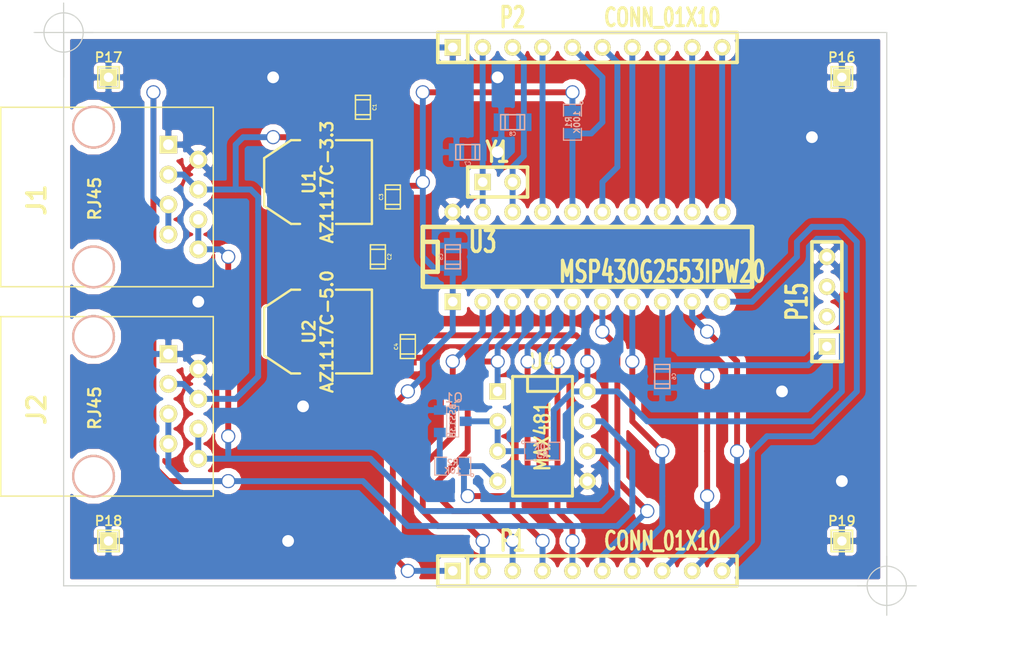
<source format=kicad_pcb>
(kicad_pcb (version 3) (host pcbnew "(22-Jun-2014 BZR 4027)-stable")

  (general
    (links 78)
    (no_connects 2)
    (area 164.528499 109.21873 255.649997 166.53)
    (thickness 1.6)
    (drawings 10)
    (tracks 264)
    (zones 0)
    (modules 26)
    (nets 27)
  )

  (page A3)
  (layers
    (15 F.Cu signal)
    (0 B.Cu signal)
    (16 B.Adhes user)
    (17 F.Adhes user)
    (18 B.Paste user)
    (19 F.Paste user)
    (20 B.SilkS user)
    (21 F.SilkS user)
    (22 B.Mask user)
    (23 F.Mask user)
    (24 Dwgs.User user)
    (25 Cmts.User user)
    (26 Eco1.User user)
    (27 Eco2.User user)
    (28 Edge.Cuts user)
  )

  (setup
    (last_trace_width 0.254)
    (trace_clearance 0.254)
    (zone_clearance 0.508)
    (zone_45_only no)
    (trace_min 0.254)
    (segment_width 0.2)
    (edge_width 0.1)
    (via_size 0.889)
    (via_drill 0.635)
    (via_min_size 0.889)
    (via_min_drill 0.508)
    (uvia_size 0.508)
    (uvia_drill 0.127)
    (uvias_allowed no)
    (uvia_min_size 0.508)
    (uvia_min_drill 0.127)
    (pcb_text_width 0.3)
    (pcb_text_size 1.5 1.5)
    (mod_edge_width 0.15)
    (mod_text_size 1 1)
    (mod_text_width 0.15)
    (pad_size 1.5 1.5)
    (pad_drill 0.6)
    (pad_to_mask_clearance 0)
    (aux_axis_origin 0 0)
    (visible_elements FFFFFFBF)
    (pcbplotparams
      (layerselection 3178497)
      (usegerberextensions true)
      (excludeedgelayer true)
      (linewidth 0.150000)
      (plotframeref false)
      (viasonmask false)
      (mode 1)
      (useauxorigin false)
      (hpglpennumber 1)
      (hpglpenspeed 20)
      (hpglpendiameter 15)
      (hpglpenoverlay 2)
      (psnegative false)
      (psa4output false)
      (plotreference true)
      (plotvalue true)
      (plotothertext true)
      (plotinvisibletext false)
      (padsonsilk false)
      (subtractmaskfromsilk false)
      (outputformat 1)
      (mirror false)
      (drillshape 1)
      (scaleselection 1)
      (outputdirectory ""))
  )

  (net 0 "")
  (net 1 +12V)
  (net 2 +3V3)
  (net 3 +5V)
  (net 4 /Direction)
  (net 5 /FAN_CMD)
  (net 6 /P1.0)
  (net 7 /P1.3)
  (net 8 /P1.4)
  (net 9 /P1.5)
  (net 10 /P1.6)
  (net 11 /P1.7)
  (net 12 /P2.1)
  (net 13 /P2.2)
  (net 14 /P2.3)
  (net 15 /P2.4)
  (net 16 /P2.5)
  (net 17 /P2.6)
  (net 18 /P2.7)
  (net 19 /RS485_N)
  (net 20 /RS485_P)
  (net 21 /RST)
  (net 22 /RX)
  (net 23 /TEST)
  (net 24 /TX)
  (net 25 GND)
  (net 26 N-0000022)

  (net_class Default "Ceci est la Netclass par défaut"
    (clearance 0.254)
    (trace_width 0.254)
    (via_dia 0.889)
    (via_drill 0.635)
    (uvia_dia 0.508)
    (uvia_drill 0.127)
    (add_net "")
    (add_net N-0000022)
  )

  (net_class "LPKF normal" ""
    (clearance 0.254)
    (trace_width 0.5)
    (via_dia 1.2)
    (via_drill 1)
    (uvia_dia 1.2)
    (uvia_drill 1)
    (add_net +12V)
    (add_net +3V3)
    (add_net +5V)
    (add_net /Direction)
    (add_net /FAN_CMD)
    (add_net /P1.0)
    (add_net /P1.3)
    (add_net /P1.4)
    (add_net /P1.5)
    (add_net /P1.6)
    (add_net /P1.7)
    (add_net /P2.1)
    (add_net /P2.2)
    (add_net /P2.3)
    (add_net /P2.4)
    (add_net /P2.5)
    (add_net /P2.6)
    (add_net /P2.7)
    (add_net /RS485_N)
    (add_net /RS485_P)
    (add_net /RST)
    (add_net /RX)
    (add_net /TEST)
    (add_net /TX)
    (add_net GND)
  )

  (module SOT23 (layer B.Cu) (tedit 5051A6D7) (tstamp 557AEED4)
    (at 203.2 144.78 90)
    (tags SOT23)
    (path /557AF061)
    (fp_text reference Q1 (at 1.99898 0.09906 360) (layer B.SilkS)
      (effects (font (size 0.762 0.762) (thickness 0.11938)) (justify mirror))
    )
    (fp_text value BSS138 (at 0.0635 0 90) (layer B.SilkS)
      (effects (font (size 0.50038 0.50038) (thickness 0.09906)) (justify mirror))
    )
    (fp_circle (center -1.17602 -0.35052) (end -1.30048 -0.44958) (layer B.SilkS) (width 0.07874))
    (fp_line (start 1.27 0.508) (end 1.27 -0.508) (layer B.SilkS) (width 0.07874))
    (fp_line (start -1.3335 0.508) (end -1.3335 -0.508) (layer B.SilkS) (width 0.07874))
    (fp_line (start 1.27 -0.508) (end -1.3335 -0.508) (layer B.SilkS) (width 0.07874))
    (fp_line (start -1.3335 0.508) (end 1.27 0.508) (layer B.SilkS) (width 0.07874))
    (pad 3 smd rect (at 0 1.09982 90) (size 0.8001 1.00076)
      (layers B.Cu B.Paste B.Mask)
      (net 4 /Direction)
    )
    (pad 2 smd rect (at 0.9525 -1.09982 90) (size 0.8001 1.00076)
      (layers B.Cu B.Paste B.Mask)
      (net 25 GND)
    )
    (pad 1 smd rect (at -0.9525 -1.09982 90) (size 0.8001 1.00076)
      (layers B.Cu B.Paste B.Mask)
      (net 26 N-0000022)
    )
    (model smd\SOT23_3.wrl
      (at (xyz 0 0 0))
      (scale (xyz 0.4 0.4 0.4))
      (rotate (xyz 0 0 180))
    )
  )

  (module SOT223 (layer F.Cu) (tedit 200000) (tstamp 557AEEE4)
    (at 191.77 137.16 90)
    (descr "module CMS SOT223 4 pins")
    (tags "CMS SOT")
    (path /557AF54D)
    (attr smd)
    (fp_text reference U2 (at 0 -0.762 90) (layer F.SilkS)
      (effects (font (size 1.016 1.016) (thickness 0.2032)))
    )
    (fp_text value AZ1117C-5.0 (at 0 0.762 90) (layer F.SilkS)
      (effects (font (size 1.016 1.016) (thickness 0.2032)))
    )
    (fp_line (start -3.556 1.524) (end -3.556 4.572) (layer F.SilkS) (width 0.2032))
    (fp_line (start -3.556 4.572) (end 3.556 4.572) (layer F.SilkS) (width 0.2032))
    (fp_line (start 3.556 4.572) (end 3.556 1.524) (layer F.SilkS) (width 0.2032))
    (fp_line (start -3.556 -1.524) (end -3.556 -2.286) (layer F.SilkS) (width 0.2032))
    (fp_line (start -3.556 -2.286) (end -2.032 -4.572) (layer F.SilkS) (width 0.2032))
    (fp_line (start -2.032 -4.572) (end 2.032 -4.572) (layer F.SilkS) (width 0.2032))
    (fp_line (start 2.032 -4.572) (end 3.556 -2.286) (layer F.SilkS) (width 0.2032))
    (fp_line (start 3.556 -2.286) (end 3.556 -1.524) (layer F.SilkS) (width 0.2032))
    (pad 4 smd rect (at 0 -3.302 90) (size 3.6576 2.032)
      (layers F.Cu F.Paste F.Mask)
    )
    (pad 2 smd rect (at 0 3.302 90) (size 1.016 2.032)
      (layers F.Cu F.Paste F.Mask)
      (net 3 +5V)
    )
    (pad 3 smd rect (at 2.286 3.302 90) (size 1.016 2.032)
      (layers F.Cu F.Paste F.Mask)
      (net 1 +12V)
    )
    (pad 1 smd rect (at -2.286 3.302 90) (size 1.016 2.032)
      (layers F.Cu F.Paste F.Mask)
      (net 25 GND)
    )
    (model smd/SOT223.wrl
      (at (xyz 0 0 0))
      (scale (xyz 0.4 0.4 0.4))
      (rotate (xyz 0 0 0))
    )
  )

  (module SOT223 (layer F.Cu) (tedit 200000) (tstamp 557AEEF4)
    (at 191.77 124.46 90)
    (descr "module CMS SOT223 4 pins")
    (tags "CMS SOT")
    (path /557AF513)
    (attr smd)
    (fp_text reference U1 (at 0 -0.762 90) (layer F.SilkS)
      (effects (font (size 1.016 1.016) (thickness 0.2032)))
    )
    (fp_text value AZ1117C-3.3 (at 0 0.762 90) (layer F.SilkS)
      (effects (font (size 1.016 1.016) (thickness 0.2032)))
    )
    (fp_line (start -3.556 1.524) (end -3.556 4.572) (layer F.SilkS) (width 0.2032))
    (fp_line (start -3.556 4.572) (end 3.556 4.572) (layer F.SilkS) (width 0.2032))
    (fp_line (start 3.556 4.572) (end 3.556 1.524) (layer F.SilkS) (width 0.2032))
    (fp_line (start -3.556 -1.524) (end -3.556 -2.286) (layer F.SilkS) (width 0.2032))
    (fp_line (start -3.556 -2.286) (end -2.032 -4.572) (layer F.SilkS) (width 0.2032))
    (fp_line (start -2.032 -4.572) (end 2.032 -4.572) (layer F.SilkS) (width 0.2032))
    (fp_line (start 2.032 -4.572) (end 3.556 -2.286) (layer F.SilkS) (width 0.2032))
    (fp_line (start 3.556 -2.286) (end 3.556 -1.524) (layer F.SilkS) (width 0.2032))
    (pad 4 smd rect (at 0 -3.302 90) (size 3.6576 2.032)
      (layers F.Cu F.Paste F.Mask)
    )
    (pad 2 smd rect (at 0 3.302 90) (size 1.016 2.032)
      (layers F.Cu F.Paste F.Mask)
      (net 2 +3V3)
    )
    (pad 3 smd rect (at 2.286 3.302 90) (size 1.016 2.032)
      (layers F.Cu F.Paste F.Mask)
      (net 1 +12V)
    )
    (pad 1 smd rect (at -2.286 3.302 90) (size 1.016 2.032)
      (layers F.Cu F.Paste F.Mask)
      (net 25 GND)
    )
    (model smd/SOT223.wrl
      (at (xyz 0 0 0))
      (scale (xyz 0.4 0.4 0.4))
      (rotate (xyz 0 0 0))
    )
  )

  (module SM0805 (layer B.Cu) (tedit 557AF14E) (tstamp 557AEF01)
    (at 213.36 119.38 270)
    (path /557AF595)
    (attr smd)
    (fp_text reference R1 (at 0 0.3175 270) (layer B.SilkS)
      (effects (font (size 0.50038 0.50038) (thickness 0.10922)) (justify mirror))
    )
    (fp_text value 100K (at 0 -0.381 270) (layer B.SilkS)
      (effects (font (size 0.50038 0.50038) (thickness 0.10922)) (justify mirror))
    )
    (fp_circle (center -1.651 -0.762) (end -1.651 -0.635) (layer B.SilkS) (width 0.09906))
    (fp_line (start -0.508 -0.762) (end -1.524 -0.762) (layer B.SilkS) (width 0.09906))
    (fp_line (start -1.524 -0.762) (end -1.524 0.762) (layer B.SilkS) (width 0.09906))
    (fp_line (start -1.524 0.762) (end -0.508 0.762) (layer B.SilkS) (width 0.09906))
    (fp_line (start 0.508 0.762) (end 1.524 0.762) (layer B.SilkS) (width 0.09906))
    (fp_line (start 1.524 0.762) (end 1.524 -0.762) (layer B.SilkS) (width 0.09906))
    (fp_line (start 1.524 -0.762) (end 0.508 -0.762) (layer B.SilkS) (width 0.09906))
    (pad 1 smd rect (at -0.9525 0 270) (size 0.889 1.397)
      (layers B.Cu B.Paste B.Mask)
      (net 2 +3V3)
    )
    (pad 2 smd rect (at 0.9525 0 270) (size 0.889 1.397)
      (layers B.Cu B.Paste B.Mask)
      (net 21 /RST)
    )
    (model smd/chip_cms.wrl
      (at (xyz 0 0 0))
      (scale (xyz 0.1 0.1 0.1))
      (rotate (xyz 0 0 0))
    )
  )

  (module SM0805 (layer B.Cu) (tedit 5091495C) (tstamp 557AEF0E)
    (at 203.2 148.59 180)
    (path /557AD50E)
    (attr smd)
    (fp_text reference R2 (at 0 0.3175 180) (layer B.SilkS)
      (effects (font (size 0.50038 0.50038) (thickness 0.10922)) (justify mirror))
    )
    (fp_text value 10K (at 0 -0.381 180) (layer B.SilkS)
      (effects (font (size 0.50038 0.50038) (thickness 0.10922)) (justify mirror))
    )
    (fp_circle (center -1.651 -0.762) (end -1.651 -0.635) (layer B.SilkS) (width 0.09906))
    (fp_line (start -0.508 -0.762) (end -1.524 -0.762) (layer B.SilkS) (width 0.09906))
    (fp_line (start -1.524 -0.762) (end -1.524 0.762) (layer B.SilkS) (width 0.09906))
    (fp_line (start -1.524 0.762) (end -0.508 0.762) (layer B.SilkS) (width 0.09906))
    (fp_line (start 0.508 0.762) (end 1.524 0.762) (layer B.SilkS) (width 0.09906))
    (fp_line (start 1.524 0.762) (end 1.524 -0.762) (layer B.SilkS) (width 0.09906))
    (fp_line (start 1.524 -0.762) (end 0.508 -0.762) (layer B.SilkS) (width 0.09906))
    (pad 1 smd rect (at -0.9525 0 180) (size 0.889 1.397)
      (layers B.Cu B.Paste B.Mask)
      (net 24 /TX)
    )
    (pad 2 smd rect (at 0.9525 0 180) (size 0.889 1.397)
      (layers B.Cu B.Paste B.Mask)
      (net 26 N-0000022)
    )
    (model smd/chip_cms.wrl
      (at (xyz 0 0 0))
      (scale (xyz 0.1 0.1 0.1))
      (rotate (xyz 0 0 0))
    )
  )

  (module SM0805   locked (layer B.Cu) (tedit 5091495C) (tstamp 557AEF1B)
    (at 210.82 147.32)
    (path /557AF06E)
    (attr smd)
    (fp_text reference R3 (at 0 0.3175) (layer B.SilkS)
      (effects (font (size 0.50038 0.50038) (thickness 0.10922)) (justify mirror))
    )
    (fp_text value 10K (at 0 -0.381) (layer B.SilkS)
      (effects (font (size 0.50038 0.50038) (thickness 0.10922)) (justify mirror))
    )
    (fp_circle (center -1.651 -0.762) (end -1.651 -0.635) (layer B.SilkS) (width 0.09906))
    (fp_line (start -0.508 -0.762) (end -1.524 -0.762) (layer B.SilkS) (width 0.09906))
    (fp_line (start -1.524 -0.762) (end -1.524 0.762) (layer B.SilkS) (width 0.09906))
    (fp_line (start -1.524 0.762) (end -0.508 0.762) (layer B.SilkS) (width 0.09906))
    (fp_line (start 0.508 0.762) (end 1.524 0.762) (layer B.SilkS) (width 0.09906))
    (fp_line (start 1.524 0.762) (end 1.524 -0.762) (layer B.SilkS) (width 0.09906))
    (fp_line (start 1.524 -0.762) (end 0.508 -0.762) (layer B.SilkS) (width 0.09906))
    (pad 1 smd rect (at -0.9525 0) (size 0.889 1.397)
      (layers B.Cu B.Paste B.Mask)
      (net 4 /Direction)
    )
    (pad 2 smd rect (at 0.9525 0) (size 0.889 1.397)
      (layers B.Cu B.Paste B.Mask)
      (net 3 +5V)
    )
    (model smd/chip_cms.wrl
      (at (xyz 0 0 0))
      (scale (xyz 0.1 0.1 0.1))
      (rotate (xyz 0 0 0))
    )
  )

  (module RJ45_8 (layer F.Cu) (tedit 4745DA96) (tstamp 557AEF37)
    (at 172.72 125.73 270)
    (tags RJ45)
    (path /557AD1B1)
    (fp_text reference J1 (at 0.254 4.826 270) (layer F.SilkS)
      (effects (font (size 1.524 1.524) (thickness 0.3048)))
    )
    (fp_text value RJ45 (at 0.14224 -0.1016 270) (layer F.SilkS)
      (effects (font (size 1.00076 1.00076) (thickness 0.2032)))
    )
    (fp_line (start -7.62 7.874) (end 7.62 7.874) (layer F.SilkS) (width 0.127))
    (fp_line (start 7.62 7.874) (end 7.62 -10.16) (layer F.SilkS) (width 0.127))
    (fp_line (start 7.62 -10.16) (end -7.62 -10.16) (layer F.SilkS) (width 0.127))
    (fp_line (start -7.62 -10.16) (end -7.62 7.874) (layer F.SilkS) (width 0.127))
    (pad Hole np_thru_hole circle (at 5.93852 0 270) (size 3.64998 3.64998) (drill 3.2512)
      (layers *.Cu *.SilkS *.Mask)
    )
    (pad Hole np_thru_hole circle (at -5.9309 0 270) (size 3.64998 3.64998) (drill 3.2512)
      (layers *.Cu *.SilkS *.Mask)
    )
    (pad 1 thru_hole rect (at -4.445 -6.35 270) (size 1.50114 1.50114) (drill 0.89916)
      (layers *.Cu *.Mask F.SilkS)
      (net 25 GND)
    )
    (pad 2 thru_hole circle (at -3.175 -8.89 270) (size 1.50114 1.50114) (drill 0.89916)
      (layers *.Cu *.Mask F.SilkS)
      (net 25 GND)
    )
    (pad 3 thru_hole circle (at -1.905 -6.35 270) (size 1.50114 1.50114) (drill 0.89916)
      (layers *.Cu *.Mask F.SilkS)
      (net 1 +12V)
    )
    (pad 4 thru_hole circle (at -0.635 -8.89 270) (size 1.50114 1.50114) (drill 0.89916)
      (layers *.Cu *.Mask F.SilkS)
      (net 1 +12V)
    )
    (pad 5 thru_hole circle (at 0.635 -6.35 270) (size 1.50114 1.50114) (drill 0.89916)
      (layers *.Cu *.Mask F.SilkS)
      (net 19 /RS485_N)
    )
    (pad 6 thru_hole circle (at 1.905 -8.89 270) (size 1.50114 1.50114) (drill 0.89916)
      (layers *.Cu *.Mask F.SilkS)
      (net 20 /RS485_P)
    )
    (pad 7 thru_hole circle (at 3.175 -6.35 270) (size 1.50114 1.50114) (drill 0.89916)
      (layers *.Cu *.Mask F.SilkS)
      (net 19 /RS485_N)
    )
    (pad 8 thru_hole circle (at 4.445 -8.89 270) (size 1.50114 1.50114) (drill 0.89916)
      (layers *.Cu *.Mask F.SilkS)
      (net 20 /RS485_P)
    )
    (model connectors/RJ45_8.wrl
      (at (xyz 0 0 0))
      (scale (xyz 0.4 0.4 0.4))
      (rotate (xyz 0 0 0))
    )
  )

  (module RJ45_8 (layer F.Cu) (tedit 4745DA96) (tstamp 557AEF49)
    (at 172.72 143.51 270)
    (tags RJ45)
    (path /557AD1C0)
    (fp_text reference J2 (at 0.254 4.826 270) (layer F.SilkS)
      (effects (font (size 1.524 1.524) (thickness 0.3048)))
    )
    (fp_text value RJ45 (at 0.14224 -0.1016 270) (layer F.SilkS)
      (effects (font (size 1.00076 1.00076) (thickness 0.2032)))
    )
    (fp_line (start -7.62 7.874) (end 7.62 7.874) (layer F.SilkS) (width 0.127))
    (fp_line (start 7.62 7.874) (end 7.62 -10.16) (layer F.SilkS) (width 0.127))
    (fp_line (start 7.62 -10.16) (end -7.62 -10.16) (layer F.SilkS) (width 0.127))
    (fp_line (start -7.62 -10.16) (end -7.62 7.874) (layer F.SilkS) (width 0.127))
    (pad Hole np_thru_hole circle (at 5.93852 0 270) (size 3.64998 3.64998) (drill 3.2512)
      (layers *.Cu *.SilkS *.Mask)
    )
    (pad Hole np_thru_hole circle (at -5.9309 0 270) (size 3.64998 3.64998) (drill 3.2512)
      (layers *.Cu *.SilkS *.Mask)
    )
    (pad 1 thru_hole rect (at -4.445 -6.35 270) (size 1.50114 1.50114) (drill 0.89916)
      (layers *.Cu *.Mask F.SilkS)
      (net 25 GND)
    )
    (pad 2 thru_hole circle (at -3.175 -8.89 270) (size 1.50114 1.50114) (drill 0.89916)
      (layers *.Cu *.Mask F.SilkS)
      (net 25 GND)
    )
    (pad 3 thru_hole circle (at -1.905 -6.35 270) (size 1.50114 1.50114) (drill 0.89916)
      (layers *.Cu *.Mask F.SilkS)
      (net 1 +12V)
    )
    (pad 4 thru_hole circle (at -0.635 -8.89 270) (size 1.50114 1.50114) (drill 0.89916)
      (layers *.Cu *.Mask F.SilkS)
      (net 1 +12V)
    )
    (pad 5 thru_hole circle (at 0.635 -6.35 270) (size 1.50114 1.50114) (drill 0.89916)
      (layers *.Cu *.Mask F.SilkS)
      (net 19 /RS485_N)
    )
    (pad 6 thru_hole circle (at 1.905 -8.89 270) (size 1.50114 1.50114) (drill 0.89916)
      (layers *.Cu *.Mask F.SilkS)
      (net 20 /RS485_P)
    )
    (pad 7 thru_hole circle (at 3.175 -6.35 270) (size 1.50114 1.50114) (drill 0.89916)
      (layers *.Cu *.Mask F.SilkS)
      (net 19 /RS485_N)
    )
    (pad 8 thru_hole circle (at 4.445 -8.89 270) (size 1.50114 1.50114) (drill 0.89916)
      (layers *.Cu *.Mask F.SilkS)
      (net 20 /RS485_P)
    )
    (model connectors/RJ45_8.wrl
      (at (xyz 0 0 0))
      (scale (xyz 0.4 0.4 0.4))
      (rotate (xyz 0 0 0))
    )
  )

  (module DIP-8__300 (layer F.Cu) (tedit 43A7F843) (tstamp 557AEFB0)
    (at 210.82 146.05 270)
    (descr "8 pins DIL package, round pads")
    (tags DIL)
    (path /557AF04E)
    (fp_text reference U4 (at -6.35 0 360) (layer F.SilkS)
      (effects (font (size 1.27 1.143) (thickness 0.2032)))
    )
    (fp_text value MAX481 (at 0 0 270) (layer F.SilkS)
      (effects (font (size 1.27 1.016) (thickness 0.2032)))
    )
    (fp_line (start -5.08 -1.27) (end -3.81 -1.27) (layer F.SilkS) (width 0.254))
    (fp_line (start -3.81 -1.27) (end -3.81 1.27) (layer F.SilkS) (width 0.254))
    (fp_line (start -3.81 1.27) (end -5.08 1.27) (layer F.SilkS) (width 0.254))
    (fp_line (start -5.08 -2.54) (end 5.08 -2.54) (layer F.SilkS) (width 0.254))
    (fp_line (start 5.08 -2.54) (end 5.08 2.54) (layer F.SilkS) (width 0.254))
    (fp_line (start 5.08 2.54) (end -5.08 2.54) (layer F.SilkS) (width 0.254))
    (fp_line (start -5.08 2.54) (end -5.08 -2.54) (layer F.SilkS) (width 0.254))
    (pad 1 thru_hole rect (at -3.81 3.81 270) (size 1.397 1.397) (drill 0.8128)
      (layers *.Cu *.Mask F.SilkS)
      (net 22 /RX)
    )
    (pad 2 thru_hole circle (at -1.27 3.81 270) (size 1.397 1.397) (drill 0.8128)
      (layers *.Cu *.Mask F.SilkS)
      (net 4 /Direction)
    )
    (pad 3 thru_hole circle (at 1.27 3.81 270) (size 1.397 1.397) (drill 0.8128)
      (layers *.Cu *.Mask F.SilkS)
      (net 4 /Direction)
    )
    (pad 4 thru_hole circle (at 3.81 3.81 270) (size 1.397 1.397) (drill 0.8128)
      (layers *.Cu *.Mask F.SilkS)
      (net 24 /TX)
    )
    (pad 5 thru_hole circle (at 3.81 -3.81 270) (size 1.397 1.397) (drill 0.8128)
      (layers *.Cu *.Mask F.SilkS)
      (net 25 GND)
    )
    (pad 6 thru_hole circle (at 1.27 -3.81 270) (size 1.397 1.397) (drill 0.8128)
      (layers *.Cu *.Mask F.SilkS)
      (net 20 /RS485_P)
    )
    (pad 7 thru_hole circle (at -1.27 -3.81 270) (size 1.397 1.397) (drill 0.8128)
      (layers *.Cu *.Mask F.SilkS)
      (net 19 /RS485_N)
    )
    (pad 8 thru_hole circle (at -3.81 -3.81 270) (size 1.397 1.397) (drill 0.8128)
      (layers *.Cu *.Mask F.SilkS)
      (net 3 +5V)
    )
    (model dil/dil_8.wrl
      (at (xyz 0 0 0))
      (scale (xyz 1 1 1))
      (rotate (xyz 0 0 0))
    )
  )

  (module DIP-20__300 (layer F.Cu) (tedit 200000) (tstamp 557AEFCF)
    (at 214.63 130.81)
    (descr "20 pins DIL package, round pads")
    (tags DIL)
    (path /557AD193)
    (fp_text reference U3 (at -8.89 -1.27) (layer F.SilkS)
      (effects (font (size 1.778 1.143) (thickness 0.3048)))
    )
    (fp_text value MSP430G2553IPW20 (at 6.35 1.27) (layer F.SilkS)
      (effects (font (size 1.778 1.143) (thickness 0.3048)))
    )
    (fp_line (start -13.97 -1.27) (end -12.7 -1.27) (layer F.SilkS) (width 0.381))
    (fp_line (start -12.7 -1.27) (end -12.7 1.27) (layer F.SilkS) (width 0.381))
    (fp_line (start -12.7 1.27) (end -13.97 1.27) (layer F.SilkS) (width 0.381))
    (fp_line (start -13.97 -2.54) (end 13.97 -2.54) (layer F.SilkS) (width 0.381))
    (fp_line (start 13.97 -2.54) (end 13.97 2.54) (layer F.SilkS) (width 0.381))
    (fp_line (start 13.97 2.54) (end -13.97 2.54) (layer F.SilkS) (width 0.381))
    (fp_line (start -13.97 2.54) (end -13.97 -2.54) (layer F.SilkS) (width 0.381))
    (pad 1 thru_hole rect (at -11.43 3.81) (size 1.397 1.397) (drill 0.8128)
      (layers *.Cu *.Mask F.SilkS)
      (net 2 +3V3)
    )
    (pad 2 thru_hole circle (at -8.89 3.81) (size 1.397 1.397) (drill 0.8128)
      (layers *.Cu *.Mask F.SilkS)
      (net 6 /P1.0)
    )
    (pad 3 thru_hole circle (at -6.35 3.81) (size 1.397 1.397) (drill 0.8128)
      (layers *.Cu *.Mask F.SilkS)
      (net 22 /RX)
    )
    (pad 4 thru_hole circle (at -3.81 3.81) (size 1.397 1.397) (drill 0.8128)
      (layers *.Cu *.Mask F.SilkS)
      (net 24 /TX)
    )
    (pad 5 thru_hole circle (at -1.27 3.81) (size 1.397 1.397) (drill 0.8128)
      (layers *.Cu *.Mask F.SilkS)
      (net 7 /P1.3)
    )
    (pad 6 thru_hole circle (at 1.27 3.81) (size 1.397 1.397) (drill 0.8128)
      (layers *.Cu *.Mask F.SilkS)
      (net 8 /P1.4)
    )
    (pad 7 thru_hole circle (at 3.81 3.81) (size 1.397 1.397) (drill 0.8128)
      (layers *.Cu *.Mask F.SilkS)
      (net 9 /P1.5)
    )
    (pad 8 thru_hole circle (at 6.35 3.81) (size 1.397 1.397) (drill 0.8128)
      (layers *.Cu *.Mask F.SilkS)
      (net 5 /FAN_CMD)
    )
    (pad 9 thru_hole circle (at 8.89 3.81) (size 1.397 1.397) (drill 0.8128)
      (layers *.Cu *.Mask F.SilkS)
      (net 12 /P2.1)
    )
    (pad 10 thru_hole circle (at 11.43 3.81) (size 1.397 1.397) (drill 0.8128)
      (layers *.Cu *.Mask F.SilkS)
      (net 13 /P2.2)
    )
    (pad 11 thru_hole circle (at 11.43 -3.81) (size 1.397 1.397) (drill 0.8128)
      (layers *.Cu *.Mask F.SilkS)
      (net 14 /P2.3)
    )
    (pad 12 thru_hole circle (at 8.89 -3.81) (size 1.397 1.397) (drill 0.8128)
      (layers *.Cu *.Mask F.SilkS)
      (net 15 /P2.4)
    )
    (pad 13 thru_hole circle (at 6.35 -3.81) (size 1.397 1.397) (drill 0.8128)
      (layers *.Cu *.Mask F.SilkS)
      (net 16 /P2.5)
    )
    (pad 14 thru_hole circle (at 3.81 -3.81) (size 1.397 1.397) (drill 0.8128)
      (layers *.Cu *.Mask F.SilkS)
      (net 10 /P1.6)
    )
    (pad 15 thru_hole circle (at 1.27 -3.81) (size 1.397 1.397) (drill 0.8128)
      (layers *.Cu *.Mask F.SilkS)
      (net 11 /P1.7)
    )
    (pad 16 thru_hole circle (at -1.27 -3.81) (size 1.397 1.397) (drill 0.8128)
      (layers *.Cu *.Mask F.SilkS)
      (net 21 /RST)
    )
    (pad 17 thru_hole circle (at -3.81 -3.81) (size 1.397 1.397) (drill 0.8128)
      (layers *.Cu *.Mask F.SilkS)
      (net 23 /TEST)
    )
    (pad 18 thru_hole circle (at -6.35 -3.81) (size 1.397 1.397) (drill 0.8128)
      (layers *.Cu *.Mask F.SilkS)
      (net 18 /P2.7)
    )
    (pad 19 thru_hole circle (at -8.89 -3.81) (size 1.397 1.397) (drill 0.8128)
      (layers *.Cu *.Mask F.SilkS)
      (net 17 /P2.6)
    )
    (pad 20 thru_hole circle (at -11.43 -3.81) (size 1.397 1.397) (drill 0.8128)
      (layers *.Cu *.Mask F.SilkS)
      (net 25 GND)
    )
    (model dil/dil_20.wrl
      (at (xyz 0 0 0))
      (scale (xyz 1 1 1))
      (rotate (xyz 0 0 0))
    )
  )

  (module c_0805 (layer F.Cu) (tedit 49047394) (tstamp 557AEFDB)
    (at 195.58 118.11 270)
    (descr "SMT capacitor, 0805")
    (path /557AF335)
    (fp_text reference C1 (at 0 -0.9906 270) (layer F.SilkS)
      (effects (font (size 0.29972 0.29972) (thickness 0.06096)))
    )
    (fp_text value 10uF (at 0 0.9906 270) (layer F.SilkS) hide
      (effects (font (size 0.29972 0.29972) (thickness 0.06096)))
    )
    (fp_line (start 0.635 -0.635) (end 0.635 0.635) (layer F.SilkS) (width 0.127))
    (fp_line (start -0.635 -0.635) (end -0.635 0.6096) (layer F.SilkS) (width 0.127))
    (fp_line (start -1.016 -0.635) (end 1.016 -0.635) (layer F.SilkS) (width 0.127))
    (fp_line (start 1.016 -0.635) (end 1.016 0.635) (layer F.SilkS) (width 0.127))
    (fp_line (start 1.016 0.635) (end -1.016 0.635) (layer F.SilkS) (width 0.127))
    (fp_line (start -1.016 0.635) (end -1.016 -0.635) (layer F.SilkS) (width 0.127))
    (pad 1 smd rect (at 0.9525 0 270) (size 1.30048 1.4986)
      (layers F.Cu F.Paste F.Mask)
      (net 1 +12V)
    )
    (pad 2 smd rect (at -0.9525 0 270) (size 1.30048 1.4986)
      (layers F.Cu F.Paste F.Mask)
      (net 25 GND)
    )
    (model smd/capacitors/c_0805.wrl
      (at (xyz 0 0 0))
      (scale (xyz 1 1 1))
      (rotate (xyz 0 0 0))
    )
  )

  (module c_0805 (layer B.Cu) (tedit 49047394) (tstamp 557AEFE7)
    (at 220.98 140.97 90)
    (descr "SMT capacitor, 0805")
    (path /557AF6D6)
    (fp_text reference C6 (at 0 0.9906 90) (layer B.SilkS)
      (effects (font (size 0.29972 0.29972) (thickness 0.06096)) (justify mirror))
    )
    (fp_text value 100nF (at 0 -0.9906 90) (layer B.SilkS) hide
      (effects (font (size 0.29972 0.29972) (thickness 0.06096)) (justify mirror))
    )
    (fp_line (start 0.635 0.635) (end 0.635 -0.635) (layer B.SilkS) (width 0.127))
    (fp_line (start -0.635 0.635) (end -0.635 -0.6096) (layer B.SilkS) (width 0.127))
    (fp_line (start -1.016 0.635) (end 1.016 0.635) (layer B.SilkS) (width 0.127))
    (fp_line (start 1.016 0.635) (end 1.016 -0.635) (layer B.SilkS) (width 0.127))
    (fp_line (start 1.016 -0.635) (end -1.016 -0.635) (layer B.SilkS) (width 0.127))
    (fp_line (start -1.016 -0.635) (end -1.016 0.635) (layer B.SilkS) (width 0.127))
    (pad 1 smd rect (at 0.9525 0 90) (size 1.30048 1.4986)
      (layers B.Cu B.Paste B.Mask)
      (net 5 /FAN_CMD)
    )
    (pad 2 smd rect (at -0.9525 0 90) (size 1.30048 1.4986)
      (layers B.Cu B.Paste B.Mask)
      (net 25 GND)
    )
    (model smd/capacitors/c_0805.wrl
      (at (xyz 0 0 0))
      (scale (xyz 1 1 1))
      (rotate (xyz 0 0 0))
    )
  )

  (module c_0805 (layer B.Cu) (tedit 49047394) (tstamp 557AEFF3)
    (at 203.2 130.81 270)
    (descr "SMT capacitor, 0805")
    (path /557AD270)
    (fp_text reference C5 (at 0 0.9906 270) (layer B.SilkS)
      (effects (font (size 0.29972 0.29972) (thickness 0.06096)) (justify mirror))
    )
    (fp_text value 100nF (at 0 -0.9906 270) (layer B.SilkS) hide
      (effects (font (size 0.29972 0.29972) (thickness 0.06096)) (justify mirror))
    )
    (fp_line (start 0.635 0.635) (end 0.635 -0.635) (layer B.SilkS) (width 0.127))
    (fp_line (start -0.635 0.635) (end -0.635 -0.6096) (layer B.SilkS) (width 0.127))
    (fp_line (start -1.016 0.635) (end 1.016 0.635) (layer B.SilkS) (width 0.127))
    (fp_line (start 1.016 0.635) (end 1.016 -0.635) (layer B.SilkS) (width 0.127))
    (fp_line (start 1.016 -0.635) (end -1.016 -0.635) (layer B.SilkS) (width 0.127))
    (fp_line (start -1.016 -0.635) (end -1.016 0.635) (layer B.SilkS) (width 0.127))
    (pad 1 smd rect (at 0.9525 0 270) (size 1.30048 1.4986)
      (layers B.Cu B.Paste B.Mask)
      (net 2 +3V3)
    )
    (pad 2 smd rect (at -0.9525 0 270) (size 1.30048 1.4986)
      (layers B.Cu B.Paste B.Mask)
      (net 25 GND)
    )
    (model smd/capacitors/c_0805.wrl
      (at (xyz 0 0 0))
      (scale (xyz 1 1 1))
      (rotate (xyz 0 0 0))
    )
  )

  (module c_0805 (layer F.Cu) (tedit 49047394) (tstamp 557AEFFF)
    (at 199.39 138.43 90)
    (descr "SMT capacitor, 0805")
    (path /557AF543)
    (fp_text reference C4 (at 0 -0.9906 90) (layer F.SilkS)
      (effects (font (size 0.29972 0.29972) (thickness 0.06096)))
    )
    (fp_text value 22uF (at 0 0.9906 90) (layer F.SilkS) hide
      (effects (font (size 0.29972 0.29972) (thickness 0.06096)))
    )
    (fp_line (start 0.635 -0.635) (end 0.635 0.635) (layer F.SilkS) (width 0.127))
    (fp_line (start -0.635 -0.635) (end -0.635 0.6096) (layer F.SilkS) (width 0.127))
    (fp_line (start -1.016 -0.635) (end 1.016 -0.635) (layer F.SilkS) (width 0.127))
    (fp_line (start 1.016 -0.635) (end 1.016 0.635) (layer F.SilkS) (width 0.127))
    (fp_line (start 1.016 0.635) (end -1.016 0.635) (layer F.SilkS) (width 0.127))
    (fp_line (start -1.016 0.635) (end -1.016 -0.635) (layer F.SilkS) (width 0.127))
    (pad 1 smd rect (at 0.9525 0 90) (size 1.30048 1.4986)
      (layers F.Cu F.Paste F.Mask)
      (net 3 +5V)
    )
    (pad 2 smd rect (at -0.9525 0 90) (size 1.30048 1.4986)
      (layers F.Cu F.Paste F.Mask)
      (net 25 GND)
    )
    (model smd/capacitors/c_0805.wrl
      (at (xyz 0 0 0))
      (scale (xyz 1 1 1))
      (rotate (xyz 0 0 0))
    )
  )

  (module c_0805 (layer F.Cu) (tedit 49047394) (tstamp 557AF00B)
    (at 196.85 130.81 270)
    (descr "SMT capacitor, 0805")
    (path /557AF536)
    (fp_text reference C2 (at 0 -0.9906 270) (layer F.SilkS)
      (effects (font (size 0.29972 0.29972) (thickness 0.06096)))
    )
    (fp_text value 10uF (at 0 0.9906 270) (layer F.SilkS) hide
      (effects (font (size 0.29972 0.29972) (thickness 0.06096)))
    )
    (fp_line (start 0.635 -0.635) (end 0.635 0.635) (layer F.SilkS) (width 0.127))
    (fp_line (start -0.635 -0.635) (end -0.635 0.6096) (layer F.SilkS) (width 0.127))
    (fp_line (start -1.016 -0.635) (end 1.016 -0.635) (layer F.SilkS) (width 0.127))
    (fp_line (start 1.016 -0.635) (end 1.016 0.635) (layer F.SilkS) (width 0.127))
    (fp_line (start 1.016 0.635) (end -1.016 0.635) (layer F.SilkS) (width 0.127))
    (fp_line (start -1.016 0.635) (end -1.016 -0.635) (layer F.SilkS) (width 0.127))
    (pad 1 smd rect (at 0.9525 0 270) (size 1.30048 1.4986)
      (layers F.Cu F.Paste F.Mask)
      (net 1 +12V)
    )
    (pad 2 smd rect (at -0.9525 0 270) (size 1.30048 1.4986)
      (layers F.Cu F.Paste F.Mask)
      (net 25 GND)
    )
    (model smd/capacitors/c_0805.wrl
      (at (xyz 0 0 0))
      (scale (xyz 1 1 1))
      (rotate (xyz 0 0 0))
    )
  )

  (module c_0805 (layer F.Cu) (tedit 49047394) (tstamp 557AF017)
    (at 198.12 125.73 90)
    (descr "SMT capacitor, 0805")
    (path /557AF48C)
    (fp_text reference C3 (at 0 -0.9906 90) (layer F.SilkS)
      (effects (font (size 0.29972 0.29972) (thickness 0.06096)))
    )
    (fp_text value 22uF (at 0 0.9906 90) (layer F.SilkS) hide
      (effects (font (size 0.29972 0.29972) (thickness 0.06096)))
    )
    (fp_line (start 0.635 -0.635) (end 0.635 0.635) (layer F.SilkS) (width 0.127))
    (fp_line (start -0.635 -0.635) (end -0.635 0.6096) (layer F.SilkS) (width 0.127))
    (fp_line (start -1.016 -0.635) (end 1.016 -0.635) (layer F.SilkS) (width 0.127))
    (fp_line (start 1.016 -0.635) (end 1.016 0.635) (layer F.SilkS) (width 0.127))
    (fp_line (start 1.016 0.635) (end -1.016 0.635) (layer F.SilkS) (width 0.127))
    (fp_line (start -1.016 0.635) (end -1.016 -0.635) (layer F.SilkS) (width 0.127))
    (pad 1 smd rect (at 0.9525 0 90) (size 1.30048 1.4986)
      (layers F.Cu F.Paste F.Mask)
      (net 2 +3V3)
    )
    (pad 2 smd rect (at -0.9525 0 90) (size 1.30048 1.4986)
      (layers F.Cu F.Paste F.Mask)
      (net 25 GND)
    )
    (model smd/capacitors/c_0805.wrl
      (at (xyz 0 0 0))
      (scale (xyz 1 1 1))
      (rotate (xyz 0 0 0))
    )
  )

  (module SIL-4 (layer F.Cu) (tedit 200000) (tstamp 557AF962)
    (at 234.95 134.62 90)
    (descr "Connecteur 4 pibs")
    (tags "CONN DEV")
    (path /557AFA0F)
    (fp_text reference P15 (at 0 -2.54 90) (layer F.SilkS)
      (effects (font (size 1.73482 1.08712) (thickness 0.3048)))
    )
    (fp_text value CONN_01X04 (at 0 -2.54 90) (layer F.SilkS) hide
      (effects (font (size 1.524 1.016) (thickness 0.3048)))
    )
    (fp_line (start -5.08 -1.27) (end -5.08 -1.27) (layer F.SilkS) (width 0.3048))
    (fp_line (start -5.08 1.27) (end -5.08 -1.27) (layer F.SilkS) (width 0.3048))
    (fp_line (start -5.08 -1.27) (end -5.08 -1.27) (layer F.SilkS) (width 0.3048))
    (fp_line (start -5.08 -1.27) (end 5.08 -1.27) (layer F.SilkS) (width 0.3048))
    (fp_line (start 5.08 -1.27) (end 5.08 1.27) (layer F.SilkS) (width 0.3048))
    (fp_line (start 5.08 1.27) (end -5.08 1.27) (layer F.SilkS) (width 0.3048))
    (fp_line (start -2.54 1.27) (end -2.54 -1.27) (layer F.SilkS) (width 0.3048))
    (pad 1 thru_hole rect (at -3.81 0 90) (size 1.397 1.397) (drill 0.8128)
      (layers *.Cu *.Mask F.SilkS)
      (net 5 /FAN_CMD)
    )
    (pad 2 thru_hole circle (at -1.27 0 90) (size 1.397 1.397) (drill 0.8128)
      (layers *.Cu *.Mask F.SilkS)
    )
    (pad 3 thru_hole circle (at 1.27 0 90) (size 1.397 1.397) (drill 0.8128)
      (layers *.Cu *.Mask F.SilkS)
      (net 3 +5V)
    )
    (pad 4 thru_hole circle (at 3.81 0 90) (size 1.397 1.397) (drill 0.8128)
      (layers *.Cu *.Mask F.SilkS)
      (net 25 GND)
    )
  )

  (module SIL-1 (layer F.Cu) (tedit 51C2D55B) (tstamp 557AFB8E)
    (at 173.99 115.57)
    (descr "Connecteurs 1 pin")
    (tags "CONN DEV")
    (path /557AFE74)
    (fp_text reference P17 (at 0 -1.7) (layer F.SilkS)
      (effects (font (size 0.8 0.8) (thickness 0.15)))
    )
    (fp_text value CONN_01X01 (at 0.1 -1.7) (layer F.SilkS) hide
      (effects (font (size 0.8 0.8) (thickness 0.15)))
    )
    (fp_line (start -0.9 -0.9) (end 0.9 -0.9) (layer F.SilkS) (width 0.15))
    (fp_line (start 0.9 -0.9) (end 0.9 0.9) (layer F.SilkS) (width 0.15))
    (fp_line (start 0.9 0.9) (end -0.9 0.9) (layer F.SilkS) (width 0.15))
    (fp_line (start -0.9 0.9) (end -0.9 -0.9) (layer F.SilkS) (width 0.15))
    (pad 1 thru_hole rect (at 0 0) (size 1.5 1.5) (drill 0.8)
      (layers *.Cu *.Mask F.SilkS)
      (net 25 GND)
    )
  )

  (module SIL-1 (layer F.Cu) (tedit 51C2D55B) (tstamp 557AFB97)
    (at 173.99 154.94)
    (descr "Connecteurs 1 pin")
    (tags "CONN DEV")
    (path /557AFE7A)
    (fp_text reference P18 (at 0 -1.7) (layer F.SilkS)
      (effects (font (size 0.8 0.8) (thickness 0.15)))
    )
    (fp_text value CONN_01X01 (at 0.1 -1.7) (layer F.SilkS) hide
      (effects (font (size 0.8 0.8) (thickness 0.15)))
    )
    (fp_line (start -0.9 -0.9) (end 0.9 -0.9) (layer F.SilkS) (width 0.15))
    (fp_line (start 0.9 -0.9) (end 0.9 0.9) (layer F.SilkS) (width 0.15))
    (fp_line (start 0.9 0.9) (end -0.9 0.9) (layer F.SilkS) (width 0.15))
    (fp_line (start -0.9 0.9) (end -0.9 -0.9) (layer F.SilkS) (width 0.15))
    (pad 1 thru_hole rect (at 0 0) (size 1.5 1.5) (drill 0.8)
      (layers *.Cu *.Mask F.SilkS)
      (net 25 GND)
    )
  )

  (module SIL-1 (layer F.Cu) (tedit 51C2D55B) (tstamp 557AFBA0)
    (at 236.22 154.94)
    (descr "Connecteurs 1 pin")
    (tags "CONN DEV")
    (path /557AFE80)
    (fp_text reference P19 (at 0 -1.7) (layer F.SilkS)
      (effects (font (size 0.8 0.8) (thickness 0.15)))
    )
    (fp_text value CONN_01X01 (at 0.1 -1.7) (layer F.SilkS) hide
      (effects (font (size 0.8 0.8) (thickness 0.15)))
    )
    (fp_line (start -0.9 -0.9) (end 0.9 -0.9) (layer F.SilkS) (width 0.15))
    (fp_line (start 0.9 -0.9) (end 0.9 0.9) (layer F.SilkS) (width 0.15))
    (fp_line (start 0.9 0.9) (end -0.9 0.9) (layer F.SilkS) (width 0.15))
    (fp_line (start -0.9 0.9) (end -0.9 -0.9) (layer F.SilkS) (width 0.15))
    (pad 1 thru_hole rect (at 0 0) (size 1.5 1.5) (drill 0.8)
      (layers *.Cu *.Mask F.SilkS)
      (net 25 GND)
    )
  )

  (module SIL-10 (layer F.Cu) (tedit 200000) (tstamp 557AFFC0)
    (at 214.63 113.03)
    (descr "Connecteur 10 pins")
    (tags "CONN DEV")
    (path /557B000C)
    (fp_text reference P2 (at -6.35 -2.54) (layer F.SilkS)
      (effects (font (size 1.72974 1.08712) (thickness 0.3048)))
    )
    (fp_text value CONN_01X10 (at 6.35 -2.54) (layer F.SilkS)
      (effects (font (size 1.524 1.016) (thickness 0.3048)))
    )
    (fp_line (start -12.7 1.27) (end -12.7 -1.27) (layer F.SilkS) (width 0.3048))
    (fp_line (start -12.7 -1.27) (end 12.7 -1.27) (layer F.SilkS) (width 0.3048))
    (fp_line (start 12.7 -1.27) (end 12.7 1.27) (layer F.SilkS) (width 0.3048))
    (fp_line (start 12.7 1.27) (end -12.7 1.27) (layer F.SilkS) (width 0.3048))
    (fp_line (start -10.16 1.27) (end -10.16 -1.27) (layer F.SilkS) (width 0.3048))
    (pad 1 thru_hole rect (at -11.43 0) (size 1.397 1.397) (drill 0.8128)
      (layers *.Cu *.Mask F.SilkS)
      (net 25 GND)
    )
    (pad 2 thru_hole circle (at -8.89 0) (size 1.397 1.397) (drill 0.8128)
      (layers *.Cu *.Mask F.SilkS)
      (net 17 /P2.6)
    )
    (pad 3 thru_hole circle (at -6.35 0) (size 1.397 1.397) (drill 0.8128)
      (layers *.Cu *.Mask F.SilkS)
      (net 18 /P2.7)
    )
    (pad 4 thru_hole circle (at -3.81 0) (size 1.397 1.397) (drill 0.8128)
      (layers *.Cu *.Mask F.SilkS)
      (net 23 /TEST)
    )
    (pad 5 thru_hole circle (at -1.27 0) (size 1.397 1.397) (drill 0.8128)
      (layers *.Cu *.Mask F.SilkS)
      (net 21 /RST)
    )
    (pad 6 thru_hole circle (at 1.27 0) (size 1.397 1.397) (drill 0.8128)
      (layers *.Cu *.Mask F.SilkS)
      (net 11 /P1.7)
    )
    (pad 7 thru_hole circle (at 3.81 0) (size 1.397 1.397) (drill 0.8128)
      (layers *.Cu *.Mask F.SilkS)
      (net 10 /P1.6)
    )
    (pad 8 thru_hole circle (at 6.35 0) (size 1.397 1.397) (drill 0.8128)
      (layers *.Cu *.Mask F.SilkS)
      (net 16 /P2.5)
    )
    (pad 9 thru_hole circle (at 8.89 0) (size 1.397 1.397) (drill 0.8128)
      (layers *.Cu *.Mask F.SilkS)
      (net 15 /P2.4)
    )
    (pad 10 thru_hole circle (at 11.43 0) (size 1.397 1.397) (drill 0.8128)
      (layers *.Cu *.Mask F.SilkS)
      (net 14 /P2.3)
    )
  )

  (module SIL-10 (layer F.Cu) (tedit 200000) (tstamp 557AFFD3)
    (at 214.63 157.48)
    (descr "Connecteur 10 pins")
    (tags "CONN DEV")
    (path /557B001B)
    (fp_text reference P1 (at -6.35 -2.54) (layer F.SilkS)
      (effects (font (size 1.72974 1.08712) (thickness 0.3048)))
    )
    (fp_text value CONN_01X10 (at 6.35 -2.54) (layer F.SilkS)
      (effects (font (size 1.524 1.016) (thickness 0.3048)))
    )
    (fp_line (start -12.7 1.27) (end -12.7 -1.27) (layer F.SilkS) (width 0.3048))
    (fp_line (start -12.7 -1.27) (end 12.7 -1.27) (layer F.SilkS) (width 0.3048))
    (fp_line (start 12.7 -1.27) (end 12.7 1.27) (layer F.SilkS) (width 0.3048))
    (fp_line (start 12.7 1.27) (end -12.7 1.27) (layer F.SilkS) (width 0.3048))
    (fp_line (start -10.16 1.27) (end -10.16 -1.27) (layer F.SilkS) (width 0.3048))
    (pad 1 thru_hole rect (at -11.43 0) (size 1.397 1.397) (drill 0.8128)
      (layers *.Cu *.Mask F.SilkS)
      (net 2 +3V3)
    )
    (pad 2 thru_hole circle (at -8.89 0) (size 1.397 1.397) (drill 0.8128)
      (layers *.Cu *.Mask F.SilkS)
      (net 6 /P1.0)
    )
    (pad 3 thru_hole circle (at -6.35 0) (size 1.397 1.397) (drill 0.8128)
      (layers *.Cu *.Mask F.SilkS)
      (net 22 /RX)
    )
    (pad 4 thru_hole circle (at -3.81 0) (size 1.397 1.397) (drill 0.8128)
      (layers *.Cu *.Mask F.SilkS)
      (net 24 /TX)
    )
    (pad 5 thru_hole circle (at -1.27 0) (size 1.397 1.397) (drill 0.8128)
      (layers *.Cu *.Mask F.SilkS)
      (net 7 /P1.3)
    )
    (pad 6 thru_hole circle (at 1.27 0) (size 1.397 1.397) (drill 0.8128)
      (layers *.Cu *.Mask F.SilkS)
      (net 8 /P1.4)
    )
    (pad 7 thru_hole circle (at 3.81 0) (size 1.397 1.397) (drill 0.8128)
      (layers *.Cu *.Mask F.SilkS)
      (net 9 /P1.5)
    )
    (pad 8 thru_hole circle (at 6.35 0) (size 1.397 1.397) (drill 0.8128)
      (layers *.Cu *.Mask F.SilkS)
      (net 5 /FAN_CMD)
    )
    (pad 9 thru_hole circle (at 8.89 0) (size 1.397 1.397) (drill 0.8128)
      (layers *.Cu *.Mask F.SilkS)
      (net 12 /P2.1)
    )
    (pad 10 thru_hole circle (at 11.43 0) (size 1.397 1.397) (drill 0.8128)
      (layers *.Cu *.Mask F.SilkS)
      (net 13 /P2.2)
    )
  )

  (module SIL-1 (layer F.Cu) (tedit 51C2D55B) (tstamp 557B03B2)
    (at 236.22 115.57)
    (descr "Connecteurs 1 pin")
    (tags "CONN DEV")
    (path /557AFE67)
    (fp_text reference P16 (at 0 -1.7) (layer F.SilkS)
      (effects (font (size 0.8 0.8) (thickness 0.15)))
    )
    (fp_text value CONN_01X01 (at 0.1 -1.7) (layer F.SilkS) hide
      (effects (font (size 0.8 0.8) (thickness 0.15)))
    )
    (fp_line (start -0.9 -0.9) (end 0.9 -0.9) (layer F.SilkS) (width 0.15))
    (fp_line (start 0.9 -0.9) (end 0.9 0.9) (layer F.SilkS) (width 0.15))
    (fp_line (start 0.9 0.9) (end -0.9 0.9) (layer F.SilkS) (width 0.15))
    (fp_line (start -0.9 0.9) (end -0.9 -0.9) (layer F.SilkS) (width 0.15))
    (pad 1 thru_hole rect (at 0 0) (size 1.5 1.5) (drill 0.8)
      (layers *.Cu *.Mask F.SilkS)
      (net 25 GND)
    )
  )

  (module SIL-2 (layer F.Cu) (tedit 200000) (tstamp 557B057E)
    (at 207.01 124.46)
    (descr "Connecteurs 2 pins")
    (tags "CONN DEV")
    (path /557B04F0)
    (fp_text reference Y1 (at 0 -2.54) (layer F.SilkS)
      (effects (font (size 1.72974 1.08712) (thickness 0.3048)))
    )
    (fp_text value CRYSTAL (at 0 -2.54) (layer F.SilkS) hide
      (effects (font (size 1.524 1.016) (thickness 0.3048)))
    )
    (fp_line (start -2.54 1.27) (end -2.54 -1.27) (layer F.SilkS) (width 0.3048))
    (fp_line (start -2.54 -1.27) (end 2.54 -1.27) (layer F.SilkS) (width 0.3048))
    (fp_line (start 2.54 -1.27) (end 2.54 1.27) (layer F.SilkS) (width 0.3048))
    (fp_line (start 2.54 1.27) (end -2.54 1.27) (layer F.SilkS) (width 0.3048))
    (pad 1 thru_hole rect (at -1.27 0) (size 1.397 1.397) (drill 0.8128)
      (layers *.Cu *.Mask F.SilkS)
      (net 17 /P2.6)
    )
    (pad 2 thru_hole circle (at 1.27 0) (size 1.397 1.397) (drill 0.8128)
      (layers *.Cu *.Mask F.SilkS)
      (net 18 /P2.7)
    )
  )

  (module c_0805 (layer B.Cu) (tedit 49047394) (tstamp 557B058A)
    (at 204.47 121.92)
    (descr "SMT capacitor, 0805")
    (path /557B0503)
    (fp_text reference C7 (at 0 0.9906) (layer B.SilkS)
      (effects (font (size 0.29972 0.29972) (thickness 0.06096)) (justify mirror))
    )
    (fp_text value 10pF (at 0 -0.9906) (layer B.SilkS) hide
      (effects (font (size 0.29972 0.29972) (thickness 0.06096)) (justify mirror))
    )
    (fp_line (start 0.635 0.635) (end 0.635 -0.635) (layer B.SilkS) (width 0.127))
    (fp_line (start -0.635 0.635) (end -0.635 -0.6096) (layer B.SilkS) (width 0.127))
    (fp_line (start -1.016 0.635) (end 1.016 0.635) (layer B.SilkS) (width 0.127))
    (fp_line (start 1.016 0.635) (end 1.016 -0.635) (layer B.SilkS) (width 0.127))
    (fp_line (start 1.016 -0.635) (end -1.016 -0.635) (layer B.SilkS) (width 0.127))
    (fp_line (start -1.016 -0.635) (end -1.016 0.635) (layer B.SilkS) (width 0.127))
    (pad 1 smd rect (at 0.9525 0) (size 1.30048 1.4986)
      (layers B.Cu B.Paste B.Mask)
      (net 17 /P2.6)
    )
    (pad 2 smd rect (at -0.9525 0) (size 1.30048 1.4986)
      (layers B.Cu B.Paste B.Mask)
      (net 25 GND)
    )
    (model smd/capacitors/c_0805.wrl
      (at (xyz 0 0 0))
      (scale (xyz 1 1 1))
      (rotate (xyz 0 0 0))
    )
  )

  (module c_0805 (layer B.Cu) (tedit 49047394) (tstamp 557B0596)
    (at 208.28 119.38)
    (descr "SMT capacitor, 0805")
    (path /557B0509)
    (fp_text reference C8 (at 0 0.9906) (layer B.SilkS)
      (effects (font (size 0.29972 0.29972) (thickness 0.06096)) (justify mirror))
    )
    (fp_text value 10pF (at 0 -0.9906) (layer B.SilkS) hide
      (effects (font (size 0.29972 0.29972) (thickness 0.06096)) (justify mirror))
    )
    (fp_line (start 0.635 0.635) (end 0.635 -0.635) (layer B.SilkS) (width 0.127))
    (fp_line (start -0.635 0.635) (end -0.635 -0.6096) (layer B.SilkS) (width 0.127))
    (fp_line (start -1.016 0.635) (end 1.016 0.635) (layer B.SilkS) (width 0.127))
    (fp_line (start 1.016 0.635) (end 1.016 -0.635) (layer B.SilkS) (width 0.127))
    (fp_line (start 1.016 -0.635) (end -1.016 -0.635) (layer B.SilkS) (width 0.127))
    (fp_line (start -1.016 -0.635) (end -1.016 0.635) (layer B.SilkS) (width 0.127))
    (pad 1 smd rect (at 0.9525 0) (size 1.30048 1.4986)
      (layers B.Cu B.Paste B.Mask)
      (net 18 /P2.7)
    )
    (pad 2 smd rect (at -0.9525 0) (size 1.30048 1.4986)
      (layers B.Cu B.Paste B.Mask)
      (net 25 GND)
    )
    (model smd/capacitors/c_0805.wrl
      (at (xyz 0 0 0))
      (scale (xyz 1 1 1))
      (rotate (xyz 0 0 0))
    )
  )

  (gr_text "Modbus MSP430\nPernecker\n2015-06-12" (at 181.61 154.94) (layer Dwgs.User)
    (effects (font (size 0.5 0.5) (thickness 0.125)))
  )
  (target plus (at 240.03 158.75) (size 5) (width 0.1) (layer Edge.Cuts))
  (target plus (at 170.18 111.76) (size 5) (width 0.1) (layer Edge.Cuts))
  (dimension 69.85 (width 0.3) (layer Dwgs.User)
    (gr_text "69.850 mm" (at 205.105 165.179999) (layer Dwgs.User)
      (effects (font (size 1.5 1.5) (thickness 0.3)))
    )
    (feature1 (pts (xy 170.18 111.76) (xy 170.18 166.529999)))
    (feature2 (pts (xy 240.03 111.76) (xy 240.03 166.529999)))
    (crossbar (pts (xy 240.03 163.829999) (xy 170.18 163.829999)))
    (arrow1a (pts (xy 170.18 163.829999) (xy 171.306503 163.243579)))
    (arrow1b (pts (xy 170.18 163.829999) (xy 171.306503 164.416419)))
    (arrow2a (pts (xy 240.03 163.829999) (xy 238.903497 163.243579)))
    (arrow2b (pts (xy 240.03 163.829999) (xy 238.903497 164.416419)))
  )
  (dimension 46.99 (width 0.3) (layer Dwgs.User)
    (gr_text "46.990 mm" (at 248.999997 135.255 270) (layer Dwgs.User)
      (effects (font (size 1.5 1.5) (thickness 0.3)))
    )
    (feature1 (pts (xy 240.03 158.75) (xy 250.349997 158.75)))
    (feature2 (pts (xy 240.03 111.76) (xy 250.349997 111.76)))
    (crossbar (pts (xy 247.649997 111.76) (xy 247.649997 158.75)))
    (arrow1a (pts (xy 247.649997 158.75) (xy 247.063577 157.623497)))
    (arrow1b (pts (xy 247.649997 158.75) (xy 248.236417 157.623497)))
    (arrow2a (pts (xy 247.649997 111.76) (xy 247.063577 112.886503)))
    (arrow2b (pts (xy 247.649997 111.76) (xy 248.236417 112.886503)))
  )
  (gr_line (start 240.03 111.76) (end 240.03 158.75) (angle 90) (layer Edge.Cuts) (width 0.1))
  (gr_line (start 170.18 111.76) (end 170.18 115.57) (angle 90) (layer Edge.Cuts) (width 0.1))
  (gr_line (start 240.03 111.76) (end 170.18 111.76) (angle 90) (layer Edge.Cuts) (width 0.1))
  (gr_line (start 170.18 158.75) (end 240.03 158.75) (angle 90) (layer Edge.Cuts) (width 0.1))
  (gr_line (start 170.18 114.3) (end 170.18 158.75) (angle 90) (layer Edge.Cuts) (width 0.1))

  (segment (start 184.785 125.095) (end 186.055 125.095) (width 0.5) (layer B.Cu) (net 1))
  (segment (start 186.69 125.73) (end 186.69 127) (width 0.5) (layer B.Cu) (net 1) (tstamp 557AFC4A))
  (segment (start 186.055 125.095) (end 186.69 125.73) (width 0.5) (layer B.Cu) (net 1) (tstamp 557AFC46))
  (segment (start 184.785 123.825) (end 184.785 121.285) (width 0.5) (layer B.Cu) (net 1))
  (segment (start 185.42 120.65) (end 187.96 120.65) (width 0.5) (layer B.Cu) (net 1) (tstamp 557AFC40))
  (segment (start 184.785 121.285) (end 185.42 120.65) (width 0.5) (layer B.Cu) (net 1) (tstamp 557AFC3F))
  (segment (start 195.072 134.874) (end 196.342 134.874) (width 0.5) (layer F.Cu) (net 1))
  (segment (start 195.072 134.874) (end 193.294 134.874) (width 0.5) (layer F.Cu) (net 1))
  (segment (start 193.294 134.874) (end 191.77 133.35) (width 0.5) (layer F.Cu) (net 1) (tstamp 557AF414))
  (segment (start 191.77 133.35) (end 191.77 120.65) (width 0.5) (layer F.Cu) (net 1) (tstamp 557AF41A))
  (segment (start 195.072 120.65) (end 194.31 120.65) (width 0.5) (layer F.Cu) (net 1))
  (via (at 187.96 120.65) (size 1.2) (layers F.Cu B.Cu) (net 1))
  (segment (start 187.96 120.65) (end 191.77 120.65) (width 0.5) (layer F.Cu) (net 1) (tstamp 557AF3F6))
  (segment (start 191.77 120.65) (end 194.31 120.65) (width 0.5) (layer F.Cu) (net 1) (tstamp 557AF412))
  (segment (start 184.785 123.825) (end 184.785 125.095) (width 0.5) (layer B.Cu) (net 1))
  (segment (start 195.072 122.174) (end 195.072 120.65) (width 0.5) (layer F.Cu) (net 1))
  (segment (start 195.072 120.65) (end 195.072 119.5705) (width 0.5) (layer F.Cu) (net 1) (tstamp 557AF3F9))
  (segment (start 195.072 119.5705) (end 195.58 119.0625) (width 0.5) (layer F.Cu) (net 1) (tstamp 557AF3EA))
  (segment (start 196.85 131.7625) (end 196.85 134.366) (width 0.5) (layer F.Cu) (net 1))
  (segment (start 196.85 134.366) (end 196.85 134.366) (width 0.5) (layer F.Cu) (net 1) (tstamp 557AF3BA))
  (segment (start 196.85 134.366) (end 196.342 134.874) (width 0.5) (layer F.Cu) (net 1) (tstamp 557AF694))
  (segment (start 184.785 142.875) (end 185.42 142.24) (width 0.5) (layer B.Cu) (net 1) (tstamp 557AF398))
  (segment (start 181.61 142.875) (end 184.785 142.875) (width 0.5) (layer B.Cu) (net 1))
  (segment (start 186.69 127) (end 186.69 140.97) (width 0.5) (layer B.Cu) (net 1) (tstamp 557AF3AA))
  (segment (start 186.69 140.97) (end 185.42 142.24) (width 0.5) (layer B.Cu) (net 1) (tstamp 557AF3AB))
  (segment (start 184.785 125.095) (end 181.61 125.095) (width 0.5) (layer B.Cu) (net 1) (tstamp 557AF39B))
  (segment (start 179.07 123.825) (end 180.34 123.825) (width 0.5) (layer B.Cu) (net 1))
  (segment (start 180.34 123.825) (end 181.61 125.095) (width 0.5) (layer B.Cu) (net 1) (tstamp 557AF392))
  (segment (start 179.07 141.605) (end 180.34 141.605) (width 0.5) (layer B.Cu) (net 1))
  (segment (start 180.34 141.605) (end 181.61 142.875) (width 0.5) (layer B.Cu) (net 1) (tstamp 557AF38C))
  (segment (start 213.36 116.84) (end 200.66 116.84) (width 0.5) (layer F.Cu) (net 2))
  (segment (start 200.66 116.84) (end 200.66 124.46) (width 0.5) (layer B.Cu) (net 2) (tstamp 557B0493))
  (via (at 200.66 116.84) (size 1.2) (layers F.Cu B.Cu) (net 2))
  (segment (start 203.2 134.62) (end 203.2 137.16) (width 0.5) (layer B.Cu) (net 2))
  (segment (start 199.39 157.48) (end 203.2 157.48) (width 0.5) (layer B.Cu) (net 2) (tstamp 557B028F))
  (via (at 199.39 157.48) (size 1.2) (layers F.Cu B.Cu) (net 2))
  (segment (start 198.12 156.21) (end 199.39 157.48) (width 0.5) (layer F.Cu) (net 2) (tstamp 557B028D))
  (segment (start 198.12 143.51) (end 198.12 156.21) (width 0.5) (layer F.Cu) (net 2) (tstamp 557B0287))
  (segment (start 199.39 142.24) (end 198.12 143.51) (width 0.5) (layer F.Cu) (net 2) (tstamp 557B0286))
  (via (at 199.39 142.24) (size 1.2) (layers F.Cu B.Cu) (net 2))
  (segment (start 200.66 140.97) (end 199.39 142.24) (width 0.5) (layer B.Cu) (net 2) (tstamp 557B0280))
  (segment (start 200.66 139.7) (end 200.66 140.97) (width 0.5) (layer B.Cu) (net 2) (tstamp 557B027F))
  (segment (start 203.2 137.16) (end 200.66 139.7) (width 0.5) (layer B.Cu) (net 2) (tstamp 557B027D))
  (segment (start 213.36 118.4275) (end 213.36 116.84) (width 0.5) (layer B.Cu) (net 2))
  (via (at 213.36 116.84) (size 1.2) (layers F.Cu B.Cu) (net 2))
  (segment (start 198.12 124.7775) (end 200.3425 124.7775) (width 0.5) (layer F.Cu) (net 2))
  (via (at 200.66 124.46) (size 1.2) (layers F.Cu B.Cu) (net 2))
  (segment (start 200.3425 124.7775) (end 200.66 124.46) (width 0.5) (layer F.Cu) (net 2) (tstamp 557AF3F0))
  (segment (start 195.072 124.46) (end 197.8025 124.46) (width 0.5) (layer F.Cu) (net 2))
  (segment (start 197.8025 124.46) (end 198.12 124.7775) (width 0.5) (layer F.Cu) (net 2) (tstamp 557AF3ED))
  (segment (start 203.2 131.7625) (end 201.6125 131.7625) (width 0.5) (layer B.Cu) (net 2))
  (segment (start 201.6125 131.7625) (end 200.66 130.81) (width 0.5) (layer B.Cu) (net 2) (tstamp 557AF35A))
  (segment (start 200.66 130.81) (end 200.66 124.46) (width 0.5) (layer B.Cu) (net 2) (tstamp 557AF35B))
  (segment (start 203.2 131.7625) (end 203.2 134.62) (width 0.5) (layer B.Cu) (net 2))
  (segment (start 236.22 142.24) (end 236.22 134.62) (width 0.5) (layer B.Cu) (net 3))
  (segment (start 236.22 134.62) (end 234.95 133.35) (width 0.5) (layer B.Cu) (net 3) (tstamp 557B08E2) (status 800000))
  (segment (start 214.63 139.7) (end 214.63 138.43) (width 0.5) (layer F.Cu) (net 3))
  (via (at 214.63 139.7) (size 1.2) (layers F.Cu B.Cu) (net 3))
  (segment (start 214.63 142.24) (end 214.63 139.7) (width 0.5) (layer B.Cu) (net 3) (tstamp 557AF47B))
  (segment (start 213.6775 137.4775) (end 199.39 137.4775) (width 0.5) (layer F.Cu) (net 3) (tstamp 557B0267))
  (segment (start 214.63 138.43) (end 213.6775 137.4775) (width 0.5) (layer F.Cu) (net 3) (tstamp 557B0266))
  (segment (start 214.63 142.24) (end 217.17 142.24) (width 0.5) (layer B.Cu) (net 3))
  (segment (start 233.68 144.78) (end 236.22 142.24) (width 0.5) (layer B.Cu) (net 3) (tstamp 557AF995))
  (segment (start 219.71 144.78) (end 233.68 144.78) (width 0.5) (layer B.Cu) (net 3) (tstamp 557AF98E))
  (segment (start 217.17 142.24) (end 219.71 144.78) (width 0.5) (layer B.Cu) (net 3) (tstamp 557AF98C))
  (segment (start 195.072 137.16) (end 196.342 137.16) (width 0.5) (layer F.Cu) (net 3))
  (segment (start 196.342 137.16) (end 199.0725 137.16) (width 0.5) (layer F.Cu) (net 3))
  (segment (start 199.0725 137.16) (end 199.39 137.4775) (width 0.5) (layer F.Cu) (net 3) (tstamp 557AF3BD))
  (segment (start 211.7725 147.32) (end 211.7725 143.8275) (width 0.5) (layer B.Cu) (net 3))
  (segment (start 213.36 142.24) (end 214.63 142.24) (width 0.5) (layer B.Cu) (net 3) (tstamp 557AF345))
  (segment (start 211.7725 143.8275) (end 213.36 142.24) (width 0.5) (layer B.Cu) (net 3) (tstamp 557AF344))
  (segment (start 207.01 147.32) (end 209.8675 147.32) (width 0.5) (layer B.Cu) (net 4))
  (segment (start 207.01 144.78) (end 207.01 147.32) (width 0.5) (layer B.Cu) (net 4))
  (segment (start 204.29982 144.78) (end 207.01 144.78) (width 0.5) (layer B.Cu) (net 4))
  (segment (start 224.79 140.0175) (end 224.79 140.97) (width 0.5) (layer B.Cu) (net 5))
  (segment (start 224.79 153.67) (end 220.98 157.48) (width 0.5) (layer B.Cu) (net 5) (tstamp 557B00CC))
  (segment (start 224.79 152.4) (end 224.79 153.67) (width 0.5) (layer B.Cu) (net 5) (tstamp 557B00CB))
  (segment (start 224.79 151.13) (end 224.79 152.4) (width 0.5) (layer B.Cu) (net 5) (tstamp 557B00CA))
  (via (at 224.79 151.13) (size 1.2) (layers F.Cu B.Cu) (net 5))
  (segment (start 224.79 147.32) (end 224.79 151.13) (width 0.5) (layer F.Cu) (net 5) (tstamp 557B00BB))
  (segment (start 224.79 140.97) (end 224.79 147.32) (width 0.5) (layer F.Cu) (net 5) (tstamp 557B00BA))
  (via (at 224.79 140.97) (size 1.2) (layers F.Cu B.Cu) (net 5))
  (segment (start 220.98 140.0175) (end 224.79 140.0175) (width 0.5) (layer B.Cu) (net 5))
  (segment (start 224.79 140.0175) (end 233.3625 140.0175) (width 0.5) (layer B.Cu) (net 5) (tstamp 557B0090))
  (segment (start 233.3625 140.0175) (end 234.95 138.43) (width 0.5) (layer B.Cu) (net 5) (tstamp 557AF985))
  (segment (start 220.98 140.0175) (end 220.98 134.62) (width 0.5) (layer B.Cu) (net 5))
  (via (at 203.2 139.7) (size 1.2) (layers F.Cu B.Cu) (net 6))
  (segment (start 203.2 139.7) (end 205.74 137.16) (width 0.5) (layer B.Cu) (net 6) (tstamp 557B0260))
  (segment (start 205.74 137.16) (end 205.74 134.62) (width 0.5) (layer B.Cu) (net 6) (tstamp 557B0261))
  (segment (start 205.74 134.62) (end 205.74 137.16) (width 0.5) (layer B.Cu) (net 6))
  (segment (start 205.74 154.94) (end 205.74 157.48) (width 0.5) (layer B.Cu) (net 6) (tstamp 557B0217))
  (via (at 205.74 154.94) (size 1.2) (layers F.Cu B.Cu) (net 6))
  (segment (start 204.47 153.67) (end 205.74 154.94) (width 0.5) (layer F.Cu) (net 6) (tstamp 557B0215))
  (segment (start 201.93 153.67) (end 204.47 153.67) (width 0.5) (layer F.Cu) (net 6) (tstamp 557B0211))
  (segment (start 200.66 152.4) (end 201.93 153.67) (width 0.5) (layer F.Cu) (net 6) (tstamp 557B0210))
  (segment (start 200.66 148.59) (end 200.66 152.4) (width 0.5) (layer F.Cu) (net 6) (tstamp 557B020E))
  (segment (start 203.2 146.05) (end 200.66 148.59) (width 0.5) (layer F.Cu) (net 6) (tstamp 557B020C))
  (segment (start 203.2 139.7) (end 203.2 146.05) (width 0.5) (layer F.Cu) (net 6) (tstamp 557B0209))
  (segment (start 213.36 134.62) (end 213.36 137.16) (width 0.5) (layer B.Cu) (net 7))
  (segment (start 213.36 154.94) (end 213.36 157.48) (width 0.5) (layer B.Cu) (net 7) (tstamp 557B0252))
  (via (at 213.36 154.94) (size 1.2) (layers F.Cu B.Cu) (net 7))
  (segment (start 213.36 153.67) (end 213.36 154.94) (width 0.5) (layer F.Cu) (net 7) (tstamp 557B024F))
  (segment (start 212.09 152.4) (end 213.36 153.67) (width 0.5) (layer F.Cu) (net 7) (tstamp 557B024C))
  (segment (start 212.09 149.86) (end 212.09 152.4) (width 0.5) (layer F.Cu) (net 7) (tstamp 557B024A))
  (segment (start 212.09 139.7) (end 212.09 149.86) (width 0.5) (layer F.Cu) (net 7) (tstamp 557B0249))
  (via (at 212.09 139.7) (size 1.2) (layers F.Cu B.Cu) (net 7))
  (segment (start 212.09 138.43) (end 212.09 139.7) (width 0.5) (layer B.Cu) (net 7) (tstamp 557B0247))
  (segment (start 213.36 137.16) (end 212.09 138.43) (width 0.5) (layer B.Cu) (net 7) (tstamp 557B0245))
  (segment (start 215.9 134.62) (end 215.9 137.16) (width 0.5) (layer B.Cu) (net 8))
  (segment (start 215.9 156.21) (end 215.9 157.48) (width 0.5) (layer B.Cu) (net 8) (tstamp 557B011A))
  (segment (start 219.71 152.4) (end 215.9 156.21) (width 0.5) (layer B.Cu) (net 8) (tstamp 557B0119))
  (via (at 219.71 152.4) (size 1.2) (layers F.Cu B.Cu) (net 8))
  (segment (start 217.17 149.86) (end 219.71 152.4) (width 0.5) (layer F.Cu) (net 8) (tstamp 557B010E))
  (segment (start 217.17 138.43) (end 217.17 149.86) (width 0.5) (layer F.Cu) (net 8) (tstamp 557B010A))
  (segment (start 215.9 137.16) (end 217.17 138.43) (width 0.5) (layer F.Cu) (net 8) (tstamp 557B0109))
  (via (at 215.9 137.16) (size 1.2) (layers F.Cu B.Cu) (net 8))
  (segment (start 218.44 134.62) (end 218.44 139.7) (width 0.5) (layer B.Cu) (net 9))
  (segment (start 218.44 156.21) (end 218.44 157.48) (width 0.5) (layer B.Cu) (net 9) (tstamp 557B00FE))
  (segment (start 220.98 153.67) (end 218.44 156.21) (width 0.5) (layer B.Cu) (net 9) (tstamp 557B00FB))
  (segment (start 220.98 151.13) (end 220.98 153.67) (width 0.5) (layer B.Cu) (net 9) (tstamp 557B00FA))
  (segment (start 220.98 147.32) (end 220.98 151.13) (width 0.5) (layer B.Cu) (net 9) (tstamp 557B00F9))
  (via (at 220.98 147.32) (size 1.2) (layers F.Cu B.Cu) (net 9))
  (segment (start 218.44 144.78) (end 220.98 147.32) (width 0.5) (layer F.Cu) (net 9) (tstamp 557B00EE))
  (segment (start 218.44 142.24) (end 218.44 144.78) (width 0.5) (layer F.Cu) (net 9) (tstamp 557B00ED))
  (segment (start 218.44 139.7) (end 218.44 142.24) (width 0.5) (layer F.Cu) (net 9) (tstamp 557B00EC))
  (via (at 218.44 139.7) (size 1.2) (layers F.Cu B.Cu) (net 9))
  (segment (start 218.44 113.03) (end 218.44 127) (width 0.5) (layer B.Cu) (net 10))
  (segment (start 215.9 113.03) (end 217.17 114.3) (width 0.5) (layer B.Cu) (net 11))
  (segment (start 217.17 114.3) (end 217.17 115.57) (width 0.5) (layer B.Cu) (net 11) (tstamp 557B041C))
  (segment (start 215.9 124.46) (end 217.17 123.19) (width 0.5) (layer B.Cu) (net 11))
  (segment (start 217.17 123.19) (end 217.17 115.57) (width 0.5) (layer B.Cu) (net 11) (tstamp 557B002E))
  (segment (start 215.9 124.46) (end 215.9 127) (width 0.5) (layer B.Cu) (net 11) (tstamp 557B002C))
  (segment (start 223.52 134.62) (end 223.52 135.89) (width 0.5) (layer B.Cu) (net 12))
  (segment (start 227.33 153.67) (end 223.52 157.48) (width 0.5) (layer B.Cu) (net 12) (tstamp 557B0078))
  (segment (start 227.33 147.32) (end 227.33 153.67) (width 0.5) (layer B.Cu) (net 12) (tstamp 557B0077))
  (via (at 227.33 147.32) (size 1.2) (layers F.Cu B.Cu) (net 12))
  (segment (start 227.33 139.7) (end 227.33 147.32) (width 0.5) (layer F.Cu) (net 12) (tstamp 557B0073))
  (segment (start 224.79 137.16) (end 227.33 139.7) (width 0.5) (layer F.Cu) (net 12) (tstamp 557B0072))
  (via (at 224.79 137.16) (size 1.2) (layers F.Cu B.Cu) (net 12))
  (segment (start 223.52 135.89) (end 224.79 137.16) (width 0.5) (layer B.Cu) (net 12) (tstamp 557B0069))
  (segment (start 237.49 142.24) (end 237.49 129.54) (width 0.5) (layer B.Cu) (net 13))
  (segment (start 237.49 129.54) (end 236.22 128.27) (width 0.5) (layer B.Cu) (net 13) (tstamp 557B08EB))
  (segment (start 231.14 146.05) (end 233.68 146.05) (width 0.5) (layer B.Cu) (net 13))
  (segment (start 233.68 146.05) (end 237.49 142.24) (width 0.5) (layer B.Cu) (net 13) (tstamp 557B08CF))
  (segment (start 228.6 154.94) (end 228.6 147.32) (width 0.5) (layer B.Cu) (net 13))
  (segment (start 229.87 146.05) (end 231.14 146.05) (width 0.5) (layer B.Cu) (net 13) (tstamp 557B08C8))
  (segment (start 228.6 147.32) (end 229.87 146.05) (width 0.5) (layer B.Cu) (net 13) (tstamp 557B08C7))
  (segment (start 226.06 134.62) (end 228.6 134.62) (width 0.5) (layer B.Cu) (net 13))
  (segment (start 233.68 128.27) (end 236.22 128.27) (width 0.5) (layer B.Cu) (net 13) (tstamp 557B005C))
  (segment (start 232.41 129.54) (end 233.68 128.27) (width 0.5) (layer B.Cu) (net 13) (tstamp 557B005A))
  (segment (start 232.41 130.81) (end 232.41 129.54) (width 0.5) (layer B.Cu) (net 13) (tstamp 557B0058))
  (segment (start 228.6 134.62) (end 232.41 130.81) (width 0.5) (layer B.Cu) (net 13) (tstamp 557B0051))
  (segment (start 226.06 157.48) (end 228.6 154.94) (width 0.5) (layer B.Cu) (net 13))
  (segment (start 226.06 127) (end 226.06 113.03) (width 0.5) (layer B.Cu) (net 14))
  (segment (start 223.52 113.03) (end 223.52 127) (width 0.5) (layer B.Cu) (net 15))
  (segment (start 220.98 127) (end 220.98 113.03) (width 0.5) (layer B.Cu) (net 16))
  (segment (start 205.74 127) (end 205.74 113.03) (width 0.5) (layer B.Cu) (net 17))
  (segment (start 208.28 124.46) (end 208.28 127) (width 0.5) (layer B.Cu) (net 18) (status C00000))
  (segment (start 209.2325 119.38) (end 209.2325 113.9825) (width 0.5) (layer B.Cu) (net 18) (status 400000))
  (segment (start 209.2325 113.9825) (end 208.28 113.03) (width 0.5) (layer B.Cu) (net 18) (tstamp 557B05E1) (status 800000))
  (segment (start 208.28 124.46) (end 208.28 123.19) (width 0.5) (layer B.Cu) (net 18) (status 400000))
  (segment (start 209.2325 122.2375) (end 209.2325 119.38) (width 0.5) (layer B.Cu) (net 18) (tstamp 557B05DE) (status 800000))
  (segment (start 208.28 123.19) (end 209.2325 122.2375) (width 0.5) (layer B.Cu) (net 18) (tstamp 557B05DD))
  (segment (start 179.07 126.365) (end 178.435 126.365) (width 0.5) (layer B.Cu) (net 19) (status C00000))
  (via (at 184.15 149.86) (size 1.2) (layers F.Cu B.Cu) (net 19))
  (segment (start 179.07 149.86) (end 184.15 149.86) (width 0.5) (layer F.Cu) (net 19) (tstamp 557B07FB))
  (segment (start 177.8 148.59) (end 179.07 149.86) (width 0.5) (layer F.Cu) (net 19) (tstamp 557B07F4))
  (segment (start 177.8 128.27) (end 177.8 148.59) (width 0.5) (layer F.Cu) (net 19) (tstamp 557B07F1))
  (segment (start 177.8 116.84) (end 177.8 128.27) (width 0.5) (layer F.Cu) (net 19) (tstamp 557B07F0))
  (via (at 177.8 116.84) (size 1.2) (layers F.Cu B.Cu) (net 19))
  (segment (start 177.8 125.73) (end 177.8 116.84) (width 0.5) (layer B.Cu) (net 19) (tstamp 557B07EC))
  (segment (start 178.435 126.365) (end 177.8 125.73) (width 0.5) (layer B.Cu) (net 19) (tstamp 557B07EB) (status 400000))
  (segment (start 214.63 153.67) (end 199.39 153.67) (width 0.5) (layer B.Cu) (net 19))
  (segment (start 195.58 149.86) (end 187.96 149.86) (width 0.5) (layer B.Cu) (net 19) (tstamp 557B0198))
  (segment (start 199.39 153.67) (end 195.58 149.86) (width 0.5) (layer B.Cu) (net 19) (tstamp 557B0196))
  (segment (start 214.63 153.67) (end 217.17 153.67) (width 0.5) (layer B.Cu) (net 19) (tstamp 557B0194))
  (segment (start 218.44 149.86) (end 218.44 152.4) (width 0.5) (layer B.Cu) (net 19))
  (segment (start 215.9 144.78) (end 218.44 147.32) (width 0.5) (layer B.Cu) (net 19) (tstamp 557AF44D))
  (segment (start 218.44 147.32) (end 218.44 149.86) (width 0.5) (layer B.Cu) (net 19) (tstamp 557AF44E))
  (segment (start 214.63 144.78) (end 215.9 144.78) (width 0.5) (layer B.Cu) (net 19))
  (segment (start 218.44 152.4) (end 217.17 153.67) (width 0.5) (layer B.Cu) (net 19) (tstamp 557AFBF7))
  (segment (start 184.15 149.86) (end 187.96 149.86) (width 0.5) (layer B.Cu) (net 19) (tstamp 557B0773))
  (segment (start 179.07 146.685) (end 179.07 148.59) (width 0.5) (layer B.Cu) (net 19))
  (segment (start 179.07 148.59) (end 180.34 149.86) (width 0.5) (layer B.Cu) (net 19) (tstamp 557AF376))
  (segment (start 180.34 149.86) (end 184.15 149.86) (width 0.5) (layer B.Cu) (net 19) (tstamp 557AF377))
  (segment (start 179.07 144.145) (end 179.07 146.685) (width 0.5) (layer B.Cu) (net 19))
  (segment (start 179.07 126.365) (end 179.07 128.905) (width 0.5) (layer B.Cu) (net 19))
  (segment (start 210.82 152.4) (end 200.66 152.4) (width 0.5) (layer B.Cu) (net 20))
  (segment (start 196.215 147.955) (end 189.865 147.955) (width 0.5) (layer B.Cu) (net 20) (tstamp 557B0190))
  (segment (start 200.66 152.4) (end 196.215 147.955) (width 0.5) (layer B.Cu) (net 20) (tstamp 557B018C))
  (segment (start 215.9 152.4) (end 217.17 151.13) (width 0.5) (layer B.Cu) (net 20) (tstamp 557B0121))
  (segment (start 210.82 152.4) (end 215.9 152.4) (width 0.5) (layer B.Cu) (net 20) (tstamp 557B0120))
  (segment (start 215.9 147.32) (end 217.17 148.59) (width 0.5) (layer B.Cu) (net 20))
  (segment (start 184.15 147.955) (end 189.865 147.955) (width 0.5) (layer B.Cu) (net 20) (tstamp 557AF3B6))
  (segment (start 217.17 151.13) (end 217.17 148.59) (width 0.5) (layer B.Cu) (net 20) (tstamp 557AF441))
  (segment (start 184.15 147.955) (end 184.15 147.32) (width 0.5) (layer B.Cu) (net 20))
  (segment (start 183.515 130.175) (end 184.15 130.81) (width 0.5) (layer B.Cu) (net 20) (tstamp 557AF3AE))
  (via (at 184.15 130.81) (size 1.2) (layers F.Cu B.Cu) (net 20))
  (segment (start 184.15 130.81) (end 184.15 146.05) (width 0.5) (layer F.Cu) (net 20) (tstamp 557AF3B0))
  (via (at 184.15 146.05) (size 1.2) (layers F.Cu B.Cu) (net 20))
  (segment (start 184.15 146.05) (end 184.15 147.32) (width 0.5) (layer B.Cu) (net 20) (tstamp 557AF3B3))
  (segment (start 183.515 130.175) (end 181.61 130.175) (width 0.5) (layer B.Cu) (net 20))
  (segment (start 181.61 127.635) (end 181.61 130.175) (width 0.5) (layer B.Cu) (net 20))
  (segment (start 181.61 145.415) (end 181.61 147.955) (width 0.5) (layer B.Cu) (net 20))
  (segment (start 181.61 147.955) (end 184.15 147.955) (width 0.5) (layer B.Cu) (net 20))
  (segment (start 215.9 147.32) (end 214.63 147.32) (width 0.5) (layer B.Cu) (net 20) (tstamp 557AF447))
  (segment (start 213.36 120.3325) (end 214.9475 120.3325) (width 0.5) (layer B.Cu) (net 21))
  (segment (start 215.9 115.57) (end 213.36 113.03) (width 0.5) (layer B.Cu) (net 21) (tstamp 557B003A))
  (segment (start 215.9 119.38) (end 215.9 115.57) (width 0.5) (layer B.Cu) (net 21) (tstamp 557B0039))
  (segment (start 214.9475 120.3325) (end 215.9 119.38) (width 0.5) (layer B.Cu) (net 21) (tstamp 557B0038))
  (segment (start 213.36 120.3325) (end 213.36 127) (width 0.5) (layer B.Cu) (net 21))
  (segment (start 203.2 152.4) (end 201.93 151.13) (width 0.5) (layer F.Cu) (net 22))
  (segment (start 201.93 149.86) (end 204.47 147.32) (width 0.5) (layer F.Cu) (net 22) (tstamp 557B0200))
  (segment (start 201.93 151.13) (end 201.93 149.86) (width 0.5) (layer F.Cu) (net 22) (tstamp 557B01FF))
  (segment (start 204.47 142.24) (end 204.47 147.32) (width 0.5) (layer F.Cu) (net 22))
  (segment (start 204.47 142.24) (end 204.47 140.97) (width 0.5) (layer F.Cu) (net 22) (tstamp 557B01D0))
  (segment (start 204.47 140.97) (end 205.74 139.7) (width 0.5) (layer F.Cu) (net 22) (tstamp 557B01D5))
  (segment (start 205.74 139.7) (end 207.01 139.7) (width 0.5) (layer F.Cu) (net 22) (tstamp 557B01D7))
  (via (at 207.01 139.7) (size 1.2) (layers F.Cu B.Cu) (net 22))
  (segment (start 203.2 152.4) (end 204.47 152.4) (width 0.5) (layer F.Cu) (net 22) (tstamp 557B01F9))
  (segment (start 208.28 157.48) (end 208.28 154.94) (width 0.5) (layer B.Cu) (net 22))
  (segment (start 205.74 152.4) (end 204.47 152.4) (width 0.5) (layer F.Cu) (net 22) (tstamp 557B01C1))
  (segment (start 204.47 152.4) (end 203.2 152.4) (width 0.5) (layer F.Cu) (net 22) (tstamp 557B01FD))
  (segment (start 208.28 154.94) (end 205.74 152.4) (width 0.5) (layer F.Cu) (net 22) (tstamp 557B01C0))
  (via (at 208.28 154.94) (size 1.2) (layers F.Cu B.Cu) (net 22))
  (segment (start 208.28 134.62) (end 208.28 137.16) (width 0.5) (layer B.Cu) (net 22))
  (segment (start 207.01 138.43) (end 207.01 139.7) (width 0.5) (layer B.Cu) (net 22) (tstamp 557AF42F))
  (segment (start 207.01 139.7) (end 207.01 142.24) (width 0.5) (layer B.Cu) (net 22) (tstamp 557B01DB))
  (segment (start 208.28 137.16) (end 207.01 138.43) (width 0.5) (layer B.Cu) (net 22) (tstamp 557AF42B))
  (segment (start 210.82 113.03) (end 210.82 127) (width 0.5) (layer B.Cu) (net 23))
  (segment (start 210.82 134.62) (end 210.82 137.16) (width 0.5) (layer B.Cu) (net 24))
  (segment (start 209.55 149.86) (end 208.28 151.13) (width 0.5) (layer F.Cu) (net 24) (tstamp 557B023B))
  (segment (start 209.55 148.59) (end 209.55 149.86) (width 0.5) (layer F.Cu) (net 24) (tstamp 557B0237))
  (segment (start 209.55 139.7) (end 209.55 148.59) (width 0.5) (layer F.Cu) (net 24) (tstamp 557B0236))
  (via (at 209.55 139.7) (size 1.2) (layers F.Cu B.Cu) (net 24))
  (segment (start 209.55 138.43) (end 209.55 139.7) (width 0.5) (layer B.Cu) (net 24) (tstamp 557B0233))
  (segment (start 210.82 137.16) (end 209.55 138.43) (width 0.5) (layer B.Cu) (net 24) (tstamp 557B0232))
  (segment (start 208.28 151.13) (end 208.28 152.4) (width 0.5) (layer F.Cu) (net 24))
  (segment (start 210.82 154.94) (end 210.82 157.48) (width 0.5) (layer B.Cu) (net 24) (tstamp 557B01BB))
  (via (at 210.82 154.94) (size 1.2) (layers F.Cu B.Cu) (net 24))
  (segment (start 208.28 152.4) (end 210.82 154.94) (width 0.5) (layer F.Cu) (net 24) (tstamp 557B01B8))
  (segment (start 204.47 151.13) (end 208.28 151.13) (width 0.5) (layer F.Cu) (net 24))
  (segment (start 204.1525 150.8125) (end 204.47 151.13) (width 0.5) (layer B.Cu) (net 24) (tstamp 557B0180))
  (via (at 204.47 151.13) (size 1.2) (layers F.Cu B.Cu) (net 24))
  (segment (start 204.1525 148.59) (end 204.1525 150.8125) (width 0.5) (layer B.Cu) (net 24))
  (segment (start 207.01 149.86) (end 205.74 148.59) (width 0.5) (layer B.Cu) (net 24))
  (segment (start 205.74 148.59) (end 204.1525 148.59) (width 0.5) (layer B.Cu) (net 24) (tstamp 557B016E))
  (via (at 181.61 134.62) (size 1.2) (layers F.Cu B.Cu) (net 25))
  (via (at 207.01 115.57) (size 1.2) (layers F.Cu B.Cu) (net 25))
  (via (at 190.5 143.51) (size 1.2) (layers F.Cu B.Cu) (net 25))
  (via (at 236.22 149.86) (size 1.2) (layers F.Cu B.Cu) (net 25))
  (via (at 189.23 154.94) (size 1.2) (layers F.Cu B.Cu) (net 25))
  (via (at 233.68 120.65) (size 1.2) (layers F.Cu B.Cu) (net 25))
  (via (at 187.96 115.57) (size 1.2) (layers F.Cu B.Cu) (net 25))
  (via (at 231.14 142.24) (size 1.2) (layers F.Cu B.Cu) (net 25))
  (segment (start 207.3275 119.38) (end 207.3275 121.6025) (width 0.5) (layer B.Cu) (net 25) (status 400000))
  (via (at 207.01 121.92) (size 1.2) (layers F.Cu B.Cu) (net 25))
  (segment (start 207.3275 121.6025) (end 207.01 121.92) (width 0.5) (layer B.Cu) (net 25) (tstamp 557B05EB))
  (segment (start 179.07 121.285) (end 180.34 121.285) (width 0.5) (layer B.Cu) (net 25))
  (segment (start 180.34 121.285) (end 181.61 122.555) (width 0.5) (layer B.Cu) (net 25) (tstamp 557AF395))
  (segment (start 179.07 139.065) (end 180.34 139.065) (width 0.5) (layer B.Cu) (net 25))
  (segment (start 180.34 139.065) (end 181.61 140.335) (width 0.5) (layer B.Cu) (net 25) (tstamp 557AF38F))
  (segment (start 202.10018 145.7325) (end 202.10018 148.44268) (width 0.5) (layer B.Cu) (net 26))
  (segment (start 202.10018 148.44268) (end 202.2475 148.59) (width 0.5) (layer B.Cu) (net 26) (tstamp 557B044F))

  (zone (net 25) (net_name GND) (layer F.Cu) (tstamp 557B03C4) (hatch edge 0.508)
    (connect_pads (clearance 0.508))
    (min_thickness 0.254)
    (fill (arc_segments 16) (thermal_gap 0.508) (thermal_bridge_width 0.508))
    (polygon
      (pts
        (xy 170.18 111.76) (xy 170.18 158.75) (xy 240.03 158.75) (xy 240.03 111.76)
      )
    )
    (filled_polygon
      (pts
        (xy 239.345 158.065) (xy 237.60511 158.065) (xy 237.60511 155.564245) (xy 237.60511 154.315755) (xy 237.60511 116.194245)
        (xy 237.60511 114.945755) (xy 237.604889 114.693136) (xy 237.508013 114.459832) (xy 237.329229 114.281359) (xy 237.095755 114.18489)
        (xy 236.50575 114.185) (xy 236.347 114.34375) (xy 236.347 115.443) (xy 237.44625 115.443) (xy 237.605 115.28425)
        (xy 237.60511 114.945755) (xy 237.60511 116.194245) (xy 237.605 115.85575) (xy 237.44625 115.697) (xy 236.347 115.697)
        (xy 236.347 116.79625) (xy 236.50575 116.955) (xy 237.095755 116.95511) (xy 237.329229 116.858641) (xy 237.508013 116.680168)
        (xy 237.604889 116.446864) (xy 237.60511 116.194245) (xy 237.60511 154.315755) (xy 237.604889 154.063136) (xy 237.508013 153.829832)
        (xy 237.329229 153.651359) (xy 237.095755 153.55489) (xy 236.50575 153.555) (xy 236.347 153.71375) (xy 236.347 154.813)
        (xy 237.44625 154.813) (xy 237.605 154.65425) (xy 237.60511 154.315755) (xy 237.60511 155.564245) (xy 237.605 155.22575)
        (xy 237.44625 155.067) (xy 236.347 155.067) (xy 236.347 156.16625) (xy 236.50575 156.325) (xy 237.095755 156.32511)
        (xy 237.329229 156.228641) (xy 237.508013 156.050168) (xy 237.604889 155.816864) (xy 237.60511 155.564245) (xy 237.60511 158.065)
        (xy 236.295924 158.065) (xy 236.295924 131.00252) (xy 236.267146 130.472802) (xy 236.119798 130.117072) (xy 236.093 130.110059)
        (xy 236.093 116.79625) (xy 236.093 115.697) (xy 236.093 115.443) (xy 236.093 114.34375) (xy 235.93425 114.185)
        (xy 235.344245 114.18489) (xy 235.110771 114.281359) (xy 234.931987 114.459832) (xy 234.835111 114.693136) (xy 234.83489 114.945755)
        (xy 234.835 115.28425) (xy 234.99375 115.443) (xy 236.093 115.443) (xy 236.093 115.697) (xy 234.99375 115.697)
        (xy 234.835 115.85575) (xy 234.83489 116.194245) (xy 234.835111 116.446864) (xy 234.931987 116.680168) (xy 235.110771 116.858641)
        (xy 235.344245 116.95511) (xy 235.93425 116.955) (xy 236.093 116.79625) (xy 236.093 130.110059) (xy 235.884186 130.055419)
        (xy 235.704581 130.235024) (xy 235.704581 129.875814) (xy 235.642928 129.640202) (xy 235.14252 129.464076) (xy 234.612802 129.492854)
        (xy 234.257072 129.640202) (xy 234.195419 129.875814) (xy 234.95 130.630395) (xy 235.704581 129.875814) (xy 235.704581 130.235024)
        (xy 235.129605 130.81) (xy 235.884186 131.564581) (xy 236.119798 131.502928) (xy 236.295924 131.00252) (xy 236.295924 158.065)
        (xy 236.28373 158.065) (xy 236.28373 135.625914) (xy 236.081145 135.13562) (xy 235.706353 134.760174) (xy 235.368551 134.619906)
        (xy 235.70438 134.481145) (xy 236.079826 134.106353) (xy 236.283267 133.616413) (xy 236.28373 133.085914) (xy 236.081145 132.59562)
        (xy 235.706353 132.220174) (xy 235.384877 132.086685) (xy 235.642928 131.979798) (xy 235.704581 131.744186) (xy 234.95 130.989605)
        (xy 234.770395 131.16921) (xy 234.770395 130.81) (xy 234.015814 130.055419) (xy 233.780202 130.117072) (xy 233.604076 130.61748)
        (xy 233.632854 131.147198) (xy 233.780202 131.502928) (xy 234.015814 131.564581) (xy 234.770395 130.81) (xy 234.770395 131.16921)
        (xy 234.195419 131.744186) (xy 234.257072 131.979798) (xy 234.536316 132.078082) (xy 234.19562 132.218855) (xy 233.820174 132.593647)
        (xy 233.616733 133.083587) (xy 233.61627 133.614086) (xy 233.818855 134.10438) (xy 234.193647 134.479826) (xy 234.531448 134.620093)
        (xy 234.19562 134.758855) (xy 233.820174 135.133647) (xy 233.616733 135.623587) (xy 233.61627 136.154086) (xy 233.818855 136.64438)
        (xy 234.193647 137.019826) (xy 234.378033 137.09639) (xy 234.125745 137.09639) (xy 233.892271 137.192859) (xy 233.713487 137.371332)
        (xy 233.616611 137.604636) (xy 233.61639 137.857255) (xy 233.61639 139.254255) (xy 233.712859 139.487729) (xy 233.891332 139.666513)
        (xy 234.124636 139.763389) (xy 234.377255 139.76361) (xy 235.774255 139.76361) (xy 236.007729 139.667141) (xy 236.186513 139.488668)
        (xy 236.283389 139.255364) (xy 236.28361 139.002745) (xy 236.28361 137.605745) (xy 236.187141 137.372271) (xy 236.008668 137.193487)
        (xy 235.775364 137.096611) (xy 235.522745 137.09639) (xy 235.522272 137.09639) (xy 235.70438 137.021145) (xy 236.079826 136.646353)
        (xy 236.283267 136.156413) (xy 236.28373 135.625914) (xy 236.28373 158.065) (xy 236.093 158.065) (xy 236.093 156.16625)
        (xy 236.093 155.067) (xy 236.093 154.813) (xy 236.093 153.71375) (xy 235.93425 153.555) (xy 235.344245 153.55489)
        (xy 235.110771 153.651359) (xy 234.931987 153.829832) (xy 234.835111 154.063136) (xy 234.83489 154.315755) (xy 234.835 154.65425)
        (xy 234.99375 154.813) (xy 236.093 154.813) (xy 236.093 155.067) (xy 234.99375 155.067) (xy 234.835 155.22575)
        (xy 234.83489 155.564245) (xy 234.835111 155.816864) (xy 234.931987 156.050168) (xy 235.110771 156.228641) (xy 235.344245 156.32511)
        (xy 235.93425 156.325) (xy 236.093 156.16625) (xy 236.093 158.065) (xy 228.565214 158.065) (xy 228.565214 147.075421)
        (xy 228.377592 146.621343) (xy 228.215 146.458466) (xy 228.215 139.7) (xy 228.147633 139.361325) (xy 227.95579 139.07421)
        (xy 227.955786 139.074207) (xy 227.39373 138.512151) (xy 227.39373 134.355914) (xy 227.39373 126.735914) (xy 227.191145 126.24562)
        (xy 226.816353 125.870174) (xy 226.326413 125.666733) (xy 225.795914 125.66627) (xy 225.30562 125.868855) (xy 224.930174 126.243647)
        (xy 224.789906 126.581448) (xy 224.651145 126.24562) (xy 224.276353 125.870174) (xy 223.786413 125.666733) (xy 223.255914 125.66627)
        (xy 222.76562 125.868855) (xy 222.390174 126.243647) (xy 222.249906 126.581448) (xy 222.111145 126.24562) (xy 221.736353 125.870174)
        (xy 221.246413 125.666733) (xy 220.715914 125.66627) (xy 220.22562 125.868855) (xy 219.850174 126.243647) (xy 219.709906 126.581448)
        (xy 219.571145 126.24562) (xy 219.196353 125.870174) (xy 218.706413 125.666733) (xy 218.175914 125.66627) (xy 217.68562 125.868855)
        (xy 217.310174 126.243647) (xy 217.169906 126.581448) (xy 217.031145 126.24562) (xy 216.656353 125.870174) (xy 216.166413 125.666733)
        (xy 215.635914 125.66627) (xy 215.14562 125.868855) (xy 214.770174 126.243647) (xy 214.629906 126.581448) (xy 214.595214 126.497486)
        (xy 214.595214 116.595421) (xy 214.407592 116.141343) (xy 214.060485 115.793629) (xy 213.606734 115.605215) (xy 213.115421 115.604786)
        (xy 212.661343 115.792408) (xy 212.498466 115.955) (xy 203.073 115.955) (xy 203.073 114.20475) (xy 203.073 113.157)
        (xy 202.02525 113.157) (xy 201.8665 113.31575) (xy 201.86639 113.602745) (xy 201.866611 113.855364) (xy 201.963487 114.088668)
        (xy 202.142271 114.267141) (xy 202.375745 114.36361) (xy 202.91425 114.3635) (xy 203.073 114.20475) (xy 203.073 115.955)
        (xy 201.521574 115.955) (xy 201.360485 115.793629) (xy 200.906734 115.605215) (xy 200.415421 115.604786) (xy 199.961343 115.792408)
        (xy 199.613629 116.139515) (xy 199.425215 116.593266) (xy 199.424786 117.084579) (xy 199.612408 117.538657) (xy 199.959515 117.886371)
        (xy 200.413266 118.074785) (xy 200.904579 118.075214) (xy 201.358657 117.887592) (xy 201.521533 117.725) (xy 212.498425 117.725)
        (xy 212.659515 117.886371) (xy 213.113266 118.074785) (xy 213.604579 118.075214) (xy 214.058657 117.887592) (xy 214.406371 117.540485)
        (xy 214.594785 117.086734) (xy 214.595214 116.595421) (xy 214.595214 126.497486) (xy 214.491145 126.24562) (xy 214.116353 125.870174)
        (xy 213.626413 125.666733) (xy 213.095914 125.66627) (xy 212.60562 125.868855) (xy 212.230174 126.243647) (xy 212.089906 126.581448)
        (xy 211.951145 126.24562) (xy 211.576353 125.870174) (xy 211.086413 125.666733) (xy 210.555914 125.66627) (xy 210.06562 125.868855)
        (xy 209.690174 126.243647) (xy 209.549906 126.581448) (xy 209.411145 126.24562) (xy 209.036353 125.870174) (xy 208.698551 125.729906)
        (xy 209.03438 125.591145) (xy 209.409826 125.216353) (xy 209.613267 124.726413) (xy 209.61373 124.195914) (xy 209.411145 123.70562)
        (xy 209.036353 123.330174) (xy 208.546413 123.126733) (xy 208.015914 123.12627) (xy 207.52562 123.328855) (xy 207.150174 123.703647)
        (xy 207.07361 123.888033) (xy 207.07361 123.635745) (xy 206.977141 123.402271) (xy 206.798668 123.223487) (xy 206.565364 123.126611)
        (xy 206.312745 123.12639) (xy 204.915745 123.12639) (xy 204.682271 123.222859) (xy 204.503487 123.401332) (xy 204.406611 123.634636)
        (xy 204.40639 123.887255) (xy 204.40639 125.284255) (xy 204.502859 125.517729) (xy 204.681332 125.696513) (xy 204.914636 125.793389)
        (xy 205.167255 125.79361) (xy 205.167727 125.79361) (xy 204.98562 125.868855) (xy 204.610174 126.243647) (xy 204.476685 126.565122)
        (xy 204.369798 126.307072) (xy 204.134186 126.245419) (xy 203.954581 126.425024) (xy 203.954581 126.065814) (xy 203.892928 125.830202)
        (xy 203.39252 125.654076) (xy 202.862802 125.682854) (xy 202.507072 125.830202) (xy 202.445419 126.065814) (xy 203.2 126.820395)
        (xy 203.954581 126.065814) (xy 203.954581 126.425024) (xy 203.379605 127) (xy 204.134186 127.754581) (xy 204.369798 127.692928)
        (xy 204.468082 127.413683) (xy 204.608855 127.75438) (xy 204.983647 128.129826) (xy 205.473587 128.333267) (xy 206.004086 128.33373)
        (xy 206.49438 128.131145) (xy 206.869826 127.756353) (xy 207.010093 127.418551) (xy 207.148855 127.75438) (xy 207.523647 128.129826)
        (xy 208.013587 128.333267) (xy 208.544086 128.33373) (xy 209.03438 128.131145) (xy 209.409826 127.756353) (xy 209.550093 127.418551)
        (xy 209.688855 127.75438) (xy 210.063647 128.129826) (xy 210.553587 128.333267) (xy 211.084086 128.33373) (xy 211.57438 128.131145)
        (xy 211.949826 127.756353) (xy 212.090093 127.418551) (xy 212.228855 127.75438) (xy 212.603647 128.129826) (xy 213.093587 128.333267)
        (xy 213.624086 128.33373) (xy 214.11438 128.131145) (xy 214.489826 127.756353) (xy 214.630093 127.418551) (xy 214.768855 127.75438)
        (xy 215.143647 128.129826) (xy 215.633587 128.333267) (xy 216.164086 128.33373) (xy 216.65438 128.131145) (xy 217.029826 127.756353)
        (xy 217.170093 127.418551) (xy 217.308855 127.75438) (xy 217.683647 128.129826) (xy 218.173587 128.333267) (xy 218.704086 128.33373)
        (xy 219.19438 128.131145) (xy 219.569826 127.756353) (xy 219.710093 127.418551) (xy 219.848855 127.75438) (xy 220.223647 128.129826)
        (xy 220.713587 128.333267) (xy 221.244086 128.33373) (xy 221.73438 128.131145) (xy 222.109826 127.756353) (xy 222.250093 127.418551)
        (xy 222.388855 127.75438) (xy 222.763647 128.129826) (xy 223.253587 128.333267) (xy 223.784086 128.33373) (xy 224.27438 128.131145)
        (xy 224.649826 127.756353) (xy 224.790093 127.418551) (xy 224.928855 127.75438) (xy 225.303647 128.129826) (xy 225.793587 128.333267)
        (xy 226.324086 128.33373) (xy 226.81438 128.131145) (xy 227.189826 127.756353) (xy 227.393267 127.266413) (xy 227.39373 126.735914)
        (xy 227.39373 134.355914) (xy 227.191145 133.86562) (xy 226.816353 133.490174) (xy 226.326413 133.286733) (xy 225.795914 133.28627)
        (xy 225.30562 133.488855) (xy 224.930174 133.863647) (xy 224.789906 134.201448) (xy 224.651145 133.86562) (xy 224.276353 133.490174)
        (xy 223.786413 133.286733) (xy 223.255914 133.28627) (xy 222.76562 133.488855) (xy 222.390174 133.863647) (xy 222.249906 134.201448)
        (xy 222.111145 133.86562) (xy 221.736353 133.490174) (xy 221.246413 133.286733) (xy 220.715914 133.28627) (xy 220.22562 133.488855)
        (xy 219.850174 133.863647) (xy 219.709906 134.201448) (xy 219.571145 133.86562) (xy 219.196353 133.490174) (xy 218.706413 133.286733)
        (xy 218.175914 133.28627) (xy 217.68562 133.488855) (xy 217.310174 133.863647) (xy 217.169906 134.201448) (xy 217.031145 133.86562)
        (xy 216.656353 133.490174) (xy 216.166413 133.286733) (xy 215.635914 133.28627) (xy 215.14562 133.488855) (xy 214.770174 133.863647)
        (xy 214.629906 134.201448) (xy 214.491145 133.86562) (xy 214.116353 133.490174) (xy 213.626413 133.286733) (xy 213.095914 133.28627)
        (xy 212.60562 133.488855) (xy 212.230174 133.863647) (xy 212.089906 134.201448) (xy 211.951145 133.86562) (xy 211.576353 133.490174)
        (xy 211.086413 133.286733) (xy 210.555914 133.28627) (xy 210.06562 133.488855) (xy 209.690174 133.863647) (xy 209.549906 134.201448)
        (xy 209.411145 133.86562) (xy 209.036353 133.490174) (xy 208.546413 133.286733) (xy 208.015914 133.28627) (xy 207.52562 133.488855)
        (xy 207.150174 133.863647) (xy 207.009906 134.201448) (xy 206.871145 133.86562) (xy 206.496353 133.490174) (xy 206.006413 133.286733)
        (xy 205.475914 133.28627) (xy 204.98562 133.488855) (xy 204.610174 133.863647) (xy 204.53361 134.048033) (xy 204.53361 133.795745)
        (xy 204.437141 133.562271) (xy 204.258668 133.383487) (xy 204.025364 133.286611) (xy 203.954581 133.286549) (xy 203.954581 127.934186)
        (xy 203.2 127.179605) (xy 203.020395 127.35921) (xy 203.020395 127) (xy 202.265814 126.245419) (xy 202.030202 126.307072)
        (xy 201.854076 126.80748) (xy 201.882854 127.337198) (xy 202.030202 127.692928) (xy 202.265814 127.754581) (xy 203.020395 127)
        (xy 203.020395 127.35921) (xy 202.445419 127.934186) (xy 202.507072 128.169798) (xy 203.00748 128.345924) (xy 203.537198 128.317146)
        (xy 203.892928 128.169798) (xy 203.954581 127.934186) (xy 203.954581 133.286549) (xy 203.772745 133.28639) (xy 202.375745 133.28639)
        (xy 202.142271 133.382859) (xy 201.963487 133.561332) (xy 201.866611 133.794636) (xy 201.86639 134.047255) (xy 201.86639 135.444255)
        (xy 201.962859 135.677729) (xy 202.141332 135.856513) (xy 202.374636 135.953389) (xy 202.627255 135.95361) (xy 204.024255 135.95361)
        (xy 204.257729 135.857141) (xy 204.436513 135.678668) (xy 204.533389 135.445364) (xy 204.53361 135.192745) (xy 204.53361 135.192272)
        (xy 204.608855 135.37438) (xy 204.983647 135.749826) (xy 205.473587 135.953267) (xy 206.004086 135.95373) (xy 206.49438 135.751145)
        (xy 206.869826 135.376353) (xy 207.010093 135.038551) (xy 207.148855 135.37438) (xy 207.523647 135.749826) (xy 208.013587 135.953267)
        (xy 208.544086 135.95373) (xy 209.03438 135.751145) (xy 209.409826 135.376353) (xy 209.550093 135.038551) (xy 209.688855 135.37438)
        (xy 210.063647 135.749826) (xy 210.553587 135.953267) (xy 211.084086 135.95373) (xy 211.57438 135.751145) (xy 211.949826 135.376353)
        (xy 212.090093 135.038551) (xy 212.228855 135.37438) (xy 212.603647 135.749826) (xy 213.093587 135.953267) (xy 213.624086 135.95373)
        (xy 214.11438 135.751145) (xy 214.489826 135.376353) (xy 214.630093 135.038551) (xy 214.768855 135.37438) (xy 215.143647 135.749826)
        (xy 215.610097 135.943513) (xy 215.201343 136.112408) (xy 214.853629 136.459515) (xy 214.665215 136.913266) (xy 214.664952 137.213373)
        (xy 214.30329 136.85171) (xy 214.016175 136.659867) (xy 213.959984 136.648689) (xy 213.6775 136.592499) (xy 213.677494 136.5925)
        (xy 200.72937 136.5925) (xy 200.677941 136.468031) (xy 200.499468 136.289247) (xy 200.266164 136.192371) (xy 200.013545 136.19215)
        (xy 199.50441 136.19215) (xy 199.50441 127.458495) (xy 199.5043 126.96825) (xy 199.34555 126.8095) (xy 198.247 126.8095)
        (xy 198.247 127.80899) (xy 198.40575 127.96774) (xy 198.743545 127.96785) (xy 198.996164 127.967629) (xy 199.229468 127.870753)
        (xy 199.407941 127.691969) (xy 199.50441 127.458495) (xy 199.50441 136.19215) (xy 198.514945 136.19215) (xy 198.314431 136.275)
        (xy 196.6089 136.275) (xy 196.448168 136.113987) (xy 196.214864 136.017111) (xy 196.213755 136.01711) (xy 196.447229 135.920641)
        (xy 196.626013 135.742168) (xy 196.643964 135.698935) (xy 196.680674 135.691633) (xy 196.680675 135.691633) (xy 196.96779 135.49979)
        (xy 197.475786 134.991792) (xy 197.475789 134.99179) (xy 197.47579 134.99179) (xy 197.667633 134.704675) (xy 197.735 134.366)
        (xy 197.735 133.04374) (xy 197.958529 132.951381) (xy 198.137313 132.772908) (xy 198.234189 132.539604) (xy 198.23441 132.286985)
        (xy 198.23441 130.986505) (xy 198.161479 130.81) (xy 198.23441 130.633495) (xy 198.23441 129.081505) (xy 198.137941 128.848031)
        (xy 197.993 128.702837) (xy 197.993 127.80899) (xy 197.993 126.8095) (xy 196.89445 126.8095) (xy 196.7357 126.96825)
        (xy 196.73559 127.458495) (xy 196.832059 127.691969) (xy 197.010532 127.870753) (xy 197.243836 127.967629) (xy 197.496455 127.96785)
        (xy 197.83425 127.96774) (xy 197.993 127.80899) (xy 197.993 128.702837) (xy 197.959468 128.669247) (xy 197.726164 128.572371)
        (xy 197.473545 128.57215) (xy 197.13575 128.57226) (xy 196.977 128.73101) (xy 196.977 129.7305) (xy 198.07555 129.7305)
        (xy 198.2343 129.57175) (xy 198.23441 129.081505) (xy 198.23441 130.633495) (xy 198.2343 130.14325) (xy 198.07555 129.9845)
        (xy 196.977 129.9845) (xy 196.977 130.0045) (xy 196.72311 130.0045) (xy 196.72311 127.379755) (xy 196.723 127.03175)
        (xy 196.56425 126.873) (xy 195.199 126.873) (xy 195.199 127.73025) (xy 195.35775 127.889) (xy 195.962245 127.88911)
        (xy 196.214864 127.888889) (xy 196.448168 127.792013) (xy 196.626641 127.613229) (xy 196.72311 127.379755) (xy 196.72311 130.0045)
        (xy 196.723 130.0045) (xy 196.723 129.9845) (xy 196.723 129.7305) (xy 196.723 128.73101) (xy 196.56425 128.57226)
        (xy 196.226455 128.57215) (xy 195.973836 128.572371) (xy 195.740532 128.669247) (xy 195.562059 128.848031) (xy 195.46559 129.081505)
        (xy 195.4657 129.57175) (xy 195.62445 129.7305) (xy 196.723 129.7305) (xy 196.723 129.9845) (xy 195.62445 129.9845)
        (xy 195.4657 130.14325) (xy 195.46559 130.633495) (xy 195.53858 130.810146) (xy 195.465811 130.985396) (xy 195.46559 131.238015)
        (xy 195.46559 132.538495) (xy 195.562059 132.771969) (xy 195.740532 132.950753) (xy 195.965 133.043959) (xy 195.965 133.730892)
        (xy 195.962245 133.73089) (xy 194.945 133.73089) (xy 194.945 127.73025) (xy 194.945 126.873) (xy 193.57975 126.873)
        (xy 193.421 127.03175) (xy 193.42089 127.379755) (xy 193.517359 127.613229) (xy 193.695832 127.792013) (xy 193.929136 127.888889)
        (xy 194.181755 127.88911) (xy 194.78625 127.889) (xy 194.945 127.73025) (xy 194.945 133.73089) (xy 193.930245 133.73089)
        (xy 193.696771 133.827359) (xy 193.597768 133.926189) (xy 192.655 132.98342) (xy 192.655 121.535) (xy 193.422828 121.535)
        (xy 193.421111 121.539136) (xy 193.42089 121.791755) (xy 193.42089 122.807755) (xy 193.517359 123.041229) (xy 193.695832 123.220013)
        (xy 193.929136 123.316889) (xy 193.930279 123.31689) (xy 193.930245 123.31689) (xy 193.696771 123.413359) (xy 193.517987 123.591832)
        (xy 193.421111 123.825136) (xy 193.42089 124.077755) (xy 193.42089 125.093755) (xy 193.517359 125.327229) (xy 193.695832 125.506013)
        (xy 193.929136 125.602889) (xy 194.056017 125.603) (xy 193.929136 125.603111) (xy 193.695832 125.699987) (xy 193.517359 125.878771)
        (xy 193.42089 126.112245) (xy 193.421 126.46025) (xy 193.57975 126.619) (xy 194.945 126.619) (xy 194.945 126.599)
        (xy 195.199 126.599) (xy 195.199 126.619) (xy 196.56425 126.619) (xy 196.723 126.46025) (xy 196.72311 126.112245)
        (xy 196.626641 125.878771) (xy 196.448168 125.699987) (xy 196.214864 125.603111) (xy 196.213755 125.60311) (xy 196.447229 125.506641)
        (xy 196.609151 125.345) (xy 196.73559 125.345) (xy 196.73559 125.553495) (xy 196.80852 125.73) (xy 196.73559 125.906505)
        (xy 196.7357 126.39675) (xy 196.89445 126.5555) (xy 197.993 126.5555) (xy 197.993 126.5355) (xy 198.247 126.5355)
        (xy 198.247 126.5555) (xy 199.34555 126.5555) (xy 199.5043 126.39675) (xy 199.50441 125.906505) (xy 199.431419 125.729853)
        (xy 199.459386 125.6625) (xy 200.335515 125.6625) (xy 200.413266 125.694785) (xy 200.904579 125.695214) (xy 201.358657 125.507592)
        (xy 201.706371 125.160485) (xy 201.894785 124.706734) (xy 201.895214 124.215421) (xy 201.707592 123.761343) (xy 201.360485 123.413629)
        (xy 200.906734 123.225215) (xy 200.415421 123.224786) (xy 199.961343 123.412408) (xy 199.613629 123.759515) (xy 199.558408 123.8925)
        (xy 199.45937 123.8925) (xy 199.407941 123.768031) (xy 199.229468 123.589247) (xy 198.996164 123.492371) (xy 198.743545 123.49215)
        (xy 197.244945 123.49215) (xy 197.044431 123.575) (xy 196.6089 123.575) (xy 196.448168 123.413987) (xy 196.214864 123.317111)
        (xy 196.213755 123.31711) (xy 196.447229 123.220641) (xy 196.626013 123.042168) (xy 196.722889 122.808864) (xy 196.72311 122.556245)
        (xy 196.72311 121.540245) (xy 196.626641 121.306771) (xy 196.448168 121.127987) (xy 196.214864 121.031111) (xy 195.962245 121.03089)
        (xy 195.957 121.03089) (xy 195.957 120.65) (xy 195.957 120.34785) (xy 196.455055 120.34785) (xy 196.688529 120.251381)
        (xy 196.867313 120.072908) (xy 196.964189 119.839604) (xy 196.96441 119.586985) (xy 196.96441 118.286505) (xy 196.891479 118.11)
        (xy 196.96441 117.933495) (xy 196.96441 116.381505) (xy 196.867941 116.148031) (xy 196.689468 115.969247) (xy 196.456164 115.872371)
        (xy 196.203545 115.87215) (xy 195.86575 115.87226) (xy 195.707 116.03101) (xy 195.707 117.0305) (xy 196.80555 117.0305)
        (xy 196.9643 116.87175) (xy 196.96441 116.381505) (xy 196.96441 117.933495) (xy 196.9643 117.44325) (xy 196.80555 117.2845)
        (xy 195.707 117.2845) (xy 195.707 117.3045) (xy 195.453 117.3045) (xy 195.453 117.2845) (xy 195.453 117.0305)
        (xy 195.453 116.03101) (xy 195.29425 115.87226) (xy 194.956455 115.87215) (xy 194.703836 115.872371) (xy 194.470532 115.969247)
        (xy 194.292059 116.148031) (xy 194.19559 116.381505) (xy 194.1957 116.87175) (xy 194.35445 117.0305) (xy 195.453 117.0305)
        (xy 195.453 117.2845) (xy 194.35445 117.2845) (xy 194.1957 117.44325) (xy 194.19559 117.933495) (xy 194.26858 118.110146)
        (xy 194.195811 118.285396) (xy 194.19559 118.538015) (xy 194.19559 119.527311) (xy 194.186999 119.5705) (xy 194.187 119.570505)
        (xy 194.187 119.765) (xy 191.77 119.765) (xy 188.821574 119.765) (xy 188.660485 119.603629) (xy 188.206734 119.415215)
        (xy 187.715421 119.414786) (xy 187.261343 119.602408) (xy 186.913629 119.949515) (xy 186.725215 120.403266) (xy 186.724786 120.894579)
        (xy 186.912408 121.348657) (xy 187.259515 121.696371) (xy 187.713266 121.884785) (xy 188.204579 121.885214) (xy 188.658657 121.697592)
        (xy 188.821533 121.535) (xy 190.885 121.535) (xy 190.885 133.349994) (xy 190.884999 133.35) (xy 190.941189 133.632484)
        (xy 190.952367 133.688675) (xy 191.14421 133.97579) (xy 192.668207 135.499786) (xy 192.66821 135.49979) (xy 192.955325 135.691633)
        (xy 193.294 135.759) (xy 193.535099 135.759) (xy 193.695832 135.920013) (xy 193.929136 136.016889) (xy 193.930279 136.01689)
        (xy 193.930245 136.01689) (xy 193.696771 136.113359) (xy 193.517987 136.291832) (xy 193.421111 136.525136) (xy 193.42089 136.777755)
        (xy 193.42089 137.793755) (xy 193.517359 138.027229) (xy 193.695832 138.206013) (xy 193.929136 138.302889) (xy 194.056017 138.303)
        (xy 193.929136 138.303111) (xy 193.695832 138.399987) (xy 193.517359 138.578771) (xy 193.42089 138.812245) (xy 193.421 139.16025)
        (xy 193.57975 139.319) (xy 194.945 139.319) (xy 194.945 139.299) (xy 195.199 139.299) (xy 195.199 139.319)
        (xy 196.56425 139.319) (xy 196.723 139.16025) (xy 196.72311 138.812245) (xy 196.626641 138.578771) (xy 196.448168 138.399987)
        (xy 196.214864 138.303111) (xy 196.213755 138.30311) (xy 196.447229 138.206641) (xy 196.609151 138.045) (xy 198.00559 138.045)
        (xy 198.00559 138.253495) (xy 198.07852 138.43) (xy 198.00559 138.606505) (xy 198.0057 139.09675) (xy 198.16445 139.2555)
        (xy 199.263 139.2555) (xy 199.263 139.2355) (xy 199.517 139.2355) (xy 199.517 139.2555) (xy 200.61555 139.2555)
        (xy 200.7743 139.09675) (xy 200.77441 138.606505) (xy 200.701419 138.429853) (xy 200.729386 138.3625) (xy 213.31092 138.3625)
        (xy 213.745 138.796579) (xy 213.745 138.838425) (xy 213.583629 138.999515) (xy 213.395215 139.453266) (xy 213.394786 139.944579)
        (xy 213.582408 140.398657) (xy 213.929515 140.746371) (xy 214.34019 140.916898) (xy 213.87562 141.108855) (xy 213.500174 141.483647)
        (xy 213.296733 141.973587) (xy 213.29627 142.504086) (xy 213.498855 142.99438) (xy 213.873647 143.369826) (xy 214.211448 143.510093)
        (xy 213.87562 143.648855) (xy 213.500174 144.023647) (xy 213.296733 144.513587) (xy 213.29627 145.044086) (xy 213.498855 145.53438)
        (xy 213.873647 145.909826) (xy 214.211448 146.050093) (xy 213.87562 146.188855) (xy 213.500174 146.563647) (xy 213.296733 147.053587)
        (xy 213.29627 147.584086) (xy 213.498855 148.07438) (xy 213.873647 148.449826) (xy 214.195122 148.583314) (xy 213.937072 148.690202)
        (xy 213.875419 148.925814) (xy 214.63 149.680395) (xy 215.384581 148.925814) (xy 215.322928 148.690202) (xy 215.043683 148.591917)
        (xy 215.38438 148.451145) (xy 215.759826 148.076353) (xy 215.963267 147.586413) (xy 215.96373 147.055914) (xy 215.761145 146.56562)
        (xy 215.386353 146.190174) (xy 215.048551 146.049906) (xy 215.38438 145.911145) (xy 215.759826 145.536353) (xy 215.963267 145.046413)
        (xy 215.96373 144.515914) (xy 215.761145 144.02562) (xy 215.386353 143.650174) (xy 215.048551 143.509906) (xy 215.38438 143.371145)
        (xy 215.759826 142.996353) (xy 215.963267 142.506413) (xy 215.96373 141.975914) (xy 215.761145 141.48562) (xy 215.386353 141.110174)
        (xy 214.919902 140.916486) (xy 215.328657 140.747592) (xy 215.676371 140.400485) (xy 215.864785 139.946734) (xy 215.865214 139.455421)
        (xy 215.677592 139.001343) (xy 215.515 138.838466) (xy 215.515 138.43) (xy 215.494916 138.329032) (xy 215.653266 138.394785)
        (xy 215.883406 138.394985) (xy 216.285 138.796579) (xy 216.285 149.859994) (xy 216.284999 149.86) (xy 216.341189 150.142484)
        (xy 216.352367 150.198675) (xy 216.54421 150.48579) (xy 218.474985 152.416564) (xy 218.474786 152.644579) (xy 218.662408 153.098657)
        (xy 219.009515 153.446371) (xy 219.463266 153.634785) (xy 219.954579 153.635214) (xy 220.408657 153.447592) (xy 220.756371 153.100485)
        (xy 220.944785 152.646734) (xy 220.945214 152.155421) (xy 220.757592 151.701343) (xy 220.410485 151.353629) (xy 219.956734 151.165215)
        (xy 219.726593 151.165014) (xy 218.055 149.49342) (xy 218.055 145.646579) (xy 219.744985 147.336564) (xy 219.744786 147.564579)
        (xy 219.932408 148.018657) (xy 220.279515 148.366371) (xy 220.733266 148.554785) (xy 221.224579 148.555214) (xy 221.678657 148.367592)
        (xy 222.026371 148.020485) (xy 222.214785 147.566734) (xy 222.215214 147.075421) (xy 222.027592 146.621343) (xy 221.680485 146.273629)
        (xy 221.226734 146.085215) (xy 220.996593 146.085014) (xy 219.325 144.41342) (xy 219.325 142.24) (xy 219.325 140.561574)
        (xy 219.486371 140.400485) (xy 219.674785 139.946734) (xy 219.675214 139.455421) (xy 219.487592 139.001343) (xy 219.140485 138.653629)
        (xy 218.686734 138.465215) (xy 218.195421 138.464786) (xy 218.055 138.522807) (xy 218.055 138.430005) (xy 218.055 138.43)
        (xy 218.055001 138.43) (xy 217.987633 138.091325) (xy 217.79579 137.80421) (xy 217.795786 137.804207) (xy 217.135014 137.143435)
        (xy 217.135214 136.915421) (xy 216.947592 136.461343) (xy 216.600485 136.113629) (xy 216.189809 135.943101) (xy 216.65438 135.751145)
        (xy 217.029826 135.376353) (xy 217.170093 135.038551) (xy 217.308855 135.37438) (xy 217.683647 135.749826) (xy 218.173587 135.953267)
        (xy 218.704086 135.95373) (xy 219.19438 135.751145) (xy 219.569826 135.376353) (xy 219.710093 135.038551) (xy 219.848855 135.37438)
        (xy 220.223647 135.749826) (xy 220.713587 135.953267) (xy 221.244086 135.95373) (xy 221.73438 135.751145) (xy 222.109826 135.376353)
        (xy 222.250093 135.038551) (xy 222.388855 135.37438) (xy 222.763647 135.749826) (xy 223.253587 135.953267) (xy 223.784086 135.95373)
        (xy 224.27438 135.751145) (xy 224.649826 135.376353) (xy 224.790093 135.038551) (xy 224.928855 135.37438) (xy 225.303647 135.749826)
        (xy 225.793587 135.953267) (xy 226.324086 135.95373) (xy 226.81438 135.751145) (xy 227.189826 135.376353) (xy 227.393267 134.886413)
        (xy 227.39373 134.355914) (xy 227.39373 138.512151) (xy 226.025014 137.143435) (xy 226.025214 136.915421) (xy 225.837592 136.461343)
        (xy 225.490485 136.113629) (xy 225.036734 135.925215) (xy 224.545421 135.924786) (xy 224.091343 136.112408) (xy 223.743629 136.459515)
        (xy 223.555215 136.913266) (xy 223.554786 137.404579) (xy 223.742408 137.858657) (xy 224.089515 138.206371) (xy 224.543266 138.394785)
        (xy 224.773406 138.394985) (xy 226.445 140.066579) (xy 226.445 146.458425) (xy 226.283629 146.619515) (xy 226.095215 147.073266)
        (xy 226.094786 147.564579) (xy 226.282408 148.018657) (xy 226.629515 148.366371) (xy 227.083266 148.554785) (xy 227.574579 148.555214)
        (xy 228.028657 148.367592) (xy 228.376371 148.020485) (xy 228.564785 147.566734) (xy 228.565214 147.075421) (xy 228.565214 158.065)
        (xy 227.260978 158.065) (xy 227.393267 157.746413) (xy 227.39373 157.215914) (xy 227.191145 156.72562) (xy 226.816353 156.350174)
        (xy 226.326413 156.146733) (xy 226.025214 156.14647) (xy 226.025214 150.885421) (xy 225.837592 150.431343) (xy 225.675 150.268466)
        (xy 225.675 147.32) (xy 225.675 141.831574) (xy 225.836371 141.670485) (xy 226.024785 141.216734) (xy 226.025214 140.725421)
        (xy 225.837592 140.271343) (xy 225.490485 139.923629) (xy 225.036734 139.735215) (xy 224.545421 139.734786) (xy 224.091343 139.922408)
        (xy 223.743629 140.269515) (xy 223.555215 140.723266) (xy 223.554786 141.214579) (xy 223.742408 141.668657) (xy 223.905 141.831533)
        (xy 223.905 147.32) (xy 223.905 150.268425) (xy 223.743629 150.429515) (xy 223.555215 150.883266) (xy 223.554786 151.374579)
        (xy 223.742408 151.828657) (xy 224.089515 152.176371) (xy 224.543266 152.364785) (xy 225.034579 152.365214) (xy 225.488657 152.177592)
        (xy 225.836371 151.830485) (xy 226.024785 151.376734) (xy 226.025214 150.885421) (xy 226.025214 156.14647) (xy 225.795914 156.14627)
        (xy 225.30562 156.348855) (xy 224.930174 156.723647) (xy 224.789906 157.061448) (xy 224.651145 156.72562) (xy 224.276353 156.350174)
        (xy 223.786413 156.146733) (xy 223.255914 156.14627) (xy 222.76562 156.348855) (xy 222.390174 156.723647) (xy 222.249906 157.061448)
        (xy 222.111145 156.72562) (xy 221.736353 156.350174) (xy 221.246413 156.146733) (xy 220.715914 156.14627) (xy 220.22562 156.348855)
        (xy 219.850174 156.723647) (xy 219.709906 157.061448) (xy 219.571145 156.72562) (xy 219.196353 156.350174) (xy 218.706413 156.146733)
        (xy 218.175914 156.14627) (xy 217.68562 156.348855) (xy 217.310174 156.723647) (xy 217.169906 157.061448) (xy 217.031145 156.72562)
        (xy 216.656353 156.350174) (xy 216.166413 156.146733) (xy 215.975924 156.146566) (xy 215.975924 150.05252) (xy 215.947146 149.522802)
        (xy 215.799798 149.167072) (xy 215.564186 149.105419) (xy 214.809605 149.86) (xy 215.564186 150.614581) (xy 215.799798 150.552928)
        (xy 215.975924 150.05252) (xy 215.975924 156.146566) (xy 215.635914 156.14627) (xy 215.384581 156.250118) (xy 215.384581 150.794186)
        (xy 214.63 150.039605) (xy 214.450395 150.21921) (xy 214.450395 149.86) (xy 213.695814 149.105419) (xy 213.460202 149.167072)
        (xy 213.284076 149.66748) (xy 213.312854 150.197198) (xy 213.460202 150.552928) (xy 213.695814 150.614581) (xy 214.450395 149.86)
        (xy 214.450395 150.21921) (xy 213.875419 150.794186) (xy 213.937072 151.029798) (xy 214.43748 151.205924) (xy 214.967198 151.177146)
        (xy 215.322928 151.029798) (xy 215.384581 150.794186) (xy 215.384581 156.250118) (xy 215.14562 156.348855) (xy 214.770174 156.723647)
        (xy 214.629906 157.061448) (xy 214.491145 156.72562) (xy 214.116353 156.350174) (xy 213.649902 156.156486) (xy 214.058657 155.987592)
        (xy 214.406371 155.640485) (xy 214.594785 155.186734) (xy 214.595214 154.695421) (xy 214.407592 154.241343) (xy 214.245 154.078466)
        (xy 214.245 153.670005) (xy 214.245 153.67) (xy 214.245001 153.67) (xy 214.177633 153.331325) (xy 213.98579 153.04421)
        (xy 213.985786 153.044207) (xy 212.975 152.03342) (xy 212.975 149.86) (xy 212.975 140.561574) (xy 213.136371 140.400485)
        (xy 213.324785 139.946734) (xy 213.325214 139.455421) (xy 213.137592 139.001343) (xy 212.790485 138.653629) (xy 212.336734 138.465215)
        (xy 211.845421 138.464786) (xy 211.391343 138.652408) (xy 211.043629 138.999515) (xy 210.855215 139.453266) (xy 210.854786 139.944579)
        (xy 211.042408 140.398657) (xy 211.205 140.561533) (xy 211.205 149.86) (xy 211.205 152.399994) (xy 211.204999 152.4)
        (xy 211.261189 152.682484) (xy 211.272367 152.738675) (xy 211.46421 153.02579) (xy 212.475 154.036579) (xy 212.475 154.078425)
        (xy 212.313629 154.239515) (xy 212.125215 154.693266) (xy 212.124786 155.184579) (xy 212.312408 155.638657) (xy 212.659515 155.986371)
        (xy 213.07019 156.156898) (xy 212.60562 156.348855) (xy 212.230174 156.723647) (xy 212.089906 157.061448) (xy 211.951145 156.72562)
        (xy 211.576353 156.350174) (xy 211.109902 156.156486) (xy 211.518657 155.987592) (xy 211.866371 155.640485) (xy 212.054785 155.186734)
        (xy 212.055214 154.695421) (xy 211.867592 154.241343) (xy 211.520485 153.893629) (xy 211.066734 153.705215) (xy 210.836593 153.705014)
        (xy 209.165 152.03342) (xy 209.165 151.496579) (xy 210.175786 150.485792) (xy 210.175789 150.48579) (xy 210.17579 150.48579)
        (xy 210.367633 150.198675) (xy 210.435 149.86) (xy 210.435001 149.86) (xy 210.435 149.859994) (xy 210.435 148.59)
        (xy 210.435 140.561574) (xy 210.596371 140.400485) (xy 210.784785 139.946734) (xy 210.785214 139.455421) (xy 210.597592 139.001343)
        (xy 210.250485 138.653629) (xy 209.796734 138.465215) (xy 209.305421 138.464786) (xy 208.851343 138.652408) (xy 208.503629 138.999515)
        (xy 208.315215 139.453266) (xy 208.314786 139.944579) (xy 208.502408 140.398657) (xy 208.665 140.561533) (xy 208.665 148.59)
        (xy 208.665 149.49342) (xy 208.343538 149.814881) (xy 208.34373 149.595914) (xy 208.141145 149.10562) (xy 207.766353 148.730174)
        (xy 207.428551 148.589906) (xy 207.76438 148.451145) (xy 208.139826 148.076353) (xy 208.343267 147.586413) (xy 208.34373 147.055914)
        (xy 208.141145 146.56562) (xy 207.766353 146.190174) (xy 207.428551 146.049906) (xy 207.76438 145.911145) (xy 208.139826 145.536353)
        (xy 208.343267 145.046413) (xy 208.34373 144.515914) (xy 208.141145 144.02562) (xy 207.766353 143.650174) (xy 207.581966 143.57361)
        (xy 207.834255 143.57361) (xy 208.067729 143.477141) (xy 208.246513 143.298668) (xy 208.343389 143.065364) (xy 208.34361 142.812745)
        (xy 208.34361 141.415745) (xy 208.247141 141.182271) (xy 208.068668 141.003487) (xy 207.835364 140.906611) (xy 207.582745 140.90639)
        (xy 207.324338 140.90639) (xy 207.708657 140.747592) (xy 208.056371 140.400485) (xy 208.244785 139.946734) (xy 208.245214 139.455421)
        (xy 208.057592 139.001343) (xy 207.710485 138.653629) (xy 207.256734 138.465215) (xy 206.765421 138.464786) (xy 206.311343 138.652408)
        (xy 206.148466 138.815) (xy 205.740005 138.815) (xy 205.74 138.814999) (xy 205.401325 138.882367) (xy 205.11421 139.07421)
        (xy 205.114207 139.074213) (xy 204.434953 139.753466) (xy 204.435214 139.455421) (xy 204.247592 139.001343) (xy 203.900485 138.653629)
        (xy 203.446734 138.465215) (xy 202.955421 138.464786) (xy 202.501343 138.652408) (xy 202.153629 138.999515) (xy 201.965215 139.453266)
        (xy 201.964786 139.944579) (xy 202.152408 140.398657) (xy 202.315 140.561533) (xy 202.315 145.68342) (xy 200.77441 147.22401)
        (xy 200.77441 140.158495) (xy 200.7743 139.66825) (xy 200.61555 139.5095) (xy 199.517 139.5095) (xy 199.517 140.50899)
        (xy 199.67575 140.66774) (xy 200.013545 140.66785) (xy 200.266164 140.667629) (xy 200.499468 140.570753) (xy 200.677941 140.391969)
        (xy 200.77441 140.158495) (xy 200.77441 147.22401) (xy 200.03421 147.96421) (xy 199.842367 148.251325) (xy 199.831189 148.307515)
        (xy 199.774999 148.59) (xy 199.775 148.590005) (xy 199.775 152.399994) (xy 199.774999 152.4) (xy 199.831189 152.682484)
        (xy 199.842367 152.738675) (xy 200.03421 153.02579) (xy 201.304207 154.295786) (xy 201.30421 154.29579) (xy 201.591325 154.487633)
        (xy 201.93 154.555001) (xy 201.93 154.555) (xy 201.930005 154.555) (xy 204.10342 154.555) (xy 204.504985 154.956564)
        (xy 204.504786 155.184579) (xy 204.692408 155.638657) (xy 205.039515 155.986371) (xy 205.45019 156.156898) (xy 204.98562 156.348855)
        (xy 204.610174 156.723647) (xy 204.53361 156.908033) (xy 204.53361 156.655745) (xy 204.437141 156.422271) (xy 204.258668 156.243487)
        (xy 204.025364 156.146611) (xy 203.772745 156.14639) (xy 202.375745 156.14639) (xy 202.142271 156.242859) (xy 201.963487 156.421332)
        (xy 201.866611 156.654636) (xy 201.86639 156.907255) (xy 201.86639 158.065) (xy 200.484324 158.065) (xy 200.624785 157.726734)
        (xy 200.625214 157.235421) (xy 200.437592 156.781343) (xy 200.090485 156.433629) (xy 199.636734 156.245215) (xy 199.406593 156.245014)
        (xy 199.005 155.84342) (xy 199.005 143.876579) (xy 199.406564 143.475014) (xy 199.634579 143.475214) (xy 200.088657 143.287592)
        (xy 200.436371 142.940485) (xy 200.624785 142.486734) (xy 200.625214 141.995421) (xy 200.437592 141.541343) (xy 200.090485 141.193629)
        (xy 199.636734 141.005215) (xy 199.263 141.004888) (xy 199.263 140.50899) (xy 199.263 139.5095) (xy 198.16445 139.5095)
        (xy 198.0057 139.66825) (xy 198.00559 140.158495) (xy 198.102059 140.391969) (xy 198.280532 140.570753) (xy 198.513836 140.667629)
        (xy 198.766455 140.66785) (xy 199.10425 140.66774) (xy 199.263 140.50899) (xy 199.263 141.004888) (xy 199.145421 141.004786)
        (xy 198.691343 141.192408) (xy 198.343629 141.539515) (xy 198.155215 141.993266) (xy 198.155014 142.223406) (xy 197.49421 142.88421)
        (xy 197.302367 143.171325) (xy 197.291189 143.227515) (xy 197.234999 143.51) (xy 197.235 143.510005) (xy 197.235 156.209994)
        (xy 197.234999 156.21) (xy 197.291189 156.492484) (xy 197.302367 156.548675) (xy 197.49421 156.83579) (xy 198.154985 157.496564)
        (xy 198.154786 157.724579) (xy 198.295445 158.065) (xy 196.72311 158.065) (xy 196.72311 140.079755) (xy 196.723 139.73175)
        (xy 196.56425 139.573) (xy 195.199 139.573) (xy 195.199 140.43025) (xy 195.35775 140.589) (xy 195.962245 140.58911)
        (xy 196.214864 140.588889) (xy 196.448168 140.492013) (xy 196.626641 140.313229) (xy 196.72311 140.079755) (xy 196.72311 158.065)
        (xy 194.945 158.065) (xy 194.945 140.43025) (xy 194.945 139.573) (xy 193.57975 139.573) (xy 193.421 139.73175)
        (xy 193.42089 140.079755) (xy 193.517359 140.313229) (xy 193.695832 140.492013) (xy 193.929136 140.588889) (xy 194.181755 140.58911)
        (xy 194.78625 140.589) (xy 194.945 140.43025) (xy 194.945 158.065) (xy 190.11911 158.065) (xy 190.11911 138.863045)
        (xy 190.11911 135.205445) (xy 190.11911 126.163045) (xy 190.11911 122.505445) (xy 190.022641 122.271971) (xy 189.844168 122.093187)
        (xy 189.610864 121.996311) (xy 189.358245 121.99609) (xy 187.326245 121.99609) (xy 187.092771 122.092559) (xy 186.913987 122.271032)
        (xy 186.817111 122.504336) (xy 186.81689 122.756955) (xy 186.81689 126.414555) (xy 186.913359 126.648029) (xy 187.091832 126.826813)
        (xy 187.325136 126.923689) (xy 187.577755 126.92391) (xy 189.609755 126.92391) (xy 189.843229 126.827441) (xy 190.022013 126.648968)
        (xy 190.118889 126.415664) (xy 190.11911 126.163045) (xy 190.11911 135.205445) (xy 190.022641 134.971971) (xy 189.844168 134.793187)
        (xy 189.610864 134.696311) (xy 189.358245 134.69609) (xy 187.326245 134.69609) (xy 187.092771 134.792559) (xy 186.913987 134.971032)
        (xy 186.817111 135.204336) (xy 186.81689 135.456955) (xy 186.81689 139.114555) (xy 186.913359 139.348029) (xy 187.091832 139.526813)
        (xy 187.325136 139.623689) (xy 187.577755 139.62391) (xy 189.609755 139.62391) (xy 189.843229 139.527441) (xy 190.022013 139.348968)
        (xy 190.118889 139.115664) (xy 190.11911 138.863045) (xy 190.11911 158.065) (xy 185.385214 158.065) (xy 185.385214 149.615421)
        (xy 185.197592 149.161343) (xy 184.850485 148.813629) (xy 184.396734 148.625215) (xy 183.905421 148.624786) (xy 183.451343 148.812408)
        (xy 183.288466 148.975) (xy 182.54942 148.975) (xy 182.783943 148.740887) (xy 182.995328 148.231816) (xy 182.995809 147.680602)
        (xy 182.785313 147.171164) (xy 182.395887 146.781057) (xy 182.164616 146.685024) (xy 182.393836 146.590313) (xy 182.783943 146.200887)
        (xy 182.915143 145.884921) (xy 182.914786 146.294579) (xy 183.102408 146.748657) (xy 183.449515 147.096371) (xy 183.903266 147.284785)
        (xy 184.394579 147.285214) (xy 184.848657 147.097592) (xy 185.196371 146.750485) (xy 185.384785 146.296734) (xy 185.385214 145.805421)
        (xy 185.197592 145.351343) (xy 185.035 145.188466) (xy 185.035 131.671574) (xy 185.196371 131.510485) (xy 185.384785 131.056734)
        (xy 185.385214 130.565421) (xy 185.197592 130.111343) (xy 184.850485 129.763629) (xy 184.396734 129.575215) (xy 183.905421 129.574786)
        (xy 183.451343 129.762408) (xy 183.103629 130.109515) (xy 183.007765 130.34038) (xy 183.007765 122.759965) (xy 182.979803 122.209461)
        (xy 182.82293 121.830736) (xy 182.58193 121.762676) (xy 182.402324 121.942281) (xy 182.402324 121.58307) (xy 182.334264 121.34207)
        (xy 181.814965 121.157235) (xy 181.264461 121.185197) (xy 180.885736 121.34207) (xy 180.817676 121.58307) (xy 181.61 122.375395)
        (xy 182.402324 121.58307) (xy 182.402324 121.942281) (xy 181.789605 122.555) (xy 182.58193 123.347324) (xy 182.82293 123.279264)
        (xy 183.007765 122.759965) (xy 183.007765 130.34038) (xy 182.995399 130.370161) (xy 182.995809 129.900602) (xy 182.785313 129.391164)
        (xy 182.395887 129.001057) (xy 182.164616 128.905024) (xy 182.393836 128.810313) (xy 182.783943 128.420887) (xy 182.995328 127.911816)
        (xy 182.995809 127.360602) (xy 182.785313 126.851164) (xy 182.395887 126.461057) (xy 182.164616 126.365024) (xy 182.393836 126.270313)
        (xy 182.783943 125.880887) (xy 182.995328 125.371816) (xy 182.995809 124.820602) (xy 182.785313 124.311164) (xy 182.395887 123.921057)
        (xy 182.1805 123.83162) (xy 182.334264 123.76793) (xy 182.402324 123.52693) (xy 181.61 122.734605) (xy 180.817676 123.52693)
        (xy 180.885736 123.76793) (xy 181.051043 123.826768) (xy 180.826164 123.919687) (xy 180.436057 124.309113) (xy 180.224672 124.818184)
        (xy 180.224191 125.369398) (xy 180.434687 125.878836) (xy 180.824113 126.268943) (xy 181.055383 126.364975) (xy 180.826164 126.459687)
        (xy 180.436057 126.849113) (xy 180.224672 127.358184) (xy 180.224191 127.909398) (xy 180.434687 128.418836) (xy 180.824113 128.808943)
        (xy 181.055383 128.904975) (xy 180.826164 128.999687) (xy 180.436057 129.389113) (xy 180.224672 129.898184) (xy 180.224191 130.449398)
        (xy 180.434687 130.958836) (xy 180.824113 131.348943) (xy 181.333184 131.560328) (xy 181.884398 131.560809) (xy 182.393836 131.350313)
        (xy 182.783943 130.960887) (xy 182.915143 130.644921) (xy 182.914786 131.054579) (xy 183.102408 131.508657) (xy 183.265 131.671533)
        (xy 183.265 145.188425) (xy 183.103629 145.349515) (xy 183.007765 145.58038) (xy 183.007765 140.539965) (xy 182.979803 139.989461)
        (xy 182.82293 139.610736) (xy 182.58193 139.542676) (xy 182.402324 139.722281) (xy 182.402324 139.36307) (xy 182.334264 139.12207)
        (xy 181.814965 138.937235) (xy 181.264461 138.965197) (xy 180.885736 139.12207) (xy 180.817676 139.36307) (xy 181.61 140.155395)
        (xy 182.402324 139.36307) (xy 182.402324 139.722281) (xy 181.789605 140.335) (xy 182.58193 141.127324) (xy 182.82293 141.059264)
        (xy 183.007765 140.539965) (xy 183.007765 145.58038) (xy 182.995399 145.610161) (xy 182.995809 145.140602) (xy 182.785313 144.631164)
        (xy 182.395887 144.241057) (xy 182.164616 144.145024) (xy 182.393836 144.050313) (xy 182.783943 143.660887) (xy 182.995328 143.151816)
        (xy 182.995809 142.600602) (xy 182.785313 142.091164) (xy 182.395887 141.701057) (xy 182.1805 141.61162) (xy 182.334264 141.54793)
        (xy 182.402324 141.30693) (xy 181.61 140.514605) (xy 180.817676 141.30693) (xy 180.885736 141.54793) (xy 181.051043 141.606768)
        (xy 180.826164 141.699687) (xy 180.436057 142.089113) (xy 180.224672 142.598184) (xy 180.224191 143.149398) (xy 180.434687 143.658836)
        (xy 180.824113 144.048943) (xy 181.055383 144.144975) (xy 180.826164 144.239687) (xy 180.436057 144.629113) (xy 180.224672 145.138184)
        (xy 180.224191 145.689398) (xy 180.434687 146.198836) (xy 180.824113 146.588943) (xy 181.055383 146.684975) (xy 180.826164 146.779687)
        (xy 180.436057 147.169113) (xy 180.224672 147.678184) (xy 180.224191 148.229398) (xy 180.434687 148.738836) (xy 180.670438 148.975)
        (xy 179.436579 148.975) (xy 178.685 148.22342) (xy 178.685 148.025406) (xy 178.793184 148.070328) (xy 179.344398 148.070809)
        (xy 179.853836 147.860313) (xy 180.243943 147.470887) (xy 180.455328 146.961816) (xy 180.455809 146.410602) (xy 180.245313 145.901164)
        (xy 179.855887 145.511057) (xy 179.624616 145.415024) (xy 179.853836 145.320313) (xy 180.243943 144.930887) (xy 180.455328 144.421816)
        (xy 180.455809 143.870602) (xy 180.245313 143.361164) (xy 179.855887 142.971057) (xy 179.624616 142.875024) (xy 179.853836 142.780313)
        (xy 180.243943 142.390887) (xy 180.455328 141.881816) (xy 180.455809 141.330602) (xy 180.245313 140.821164) (xy 179.875318 140.450522)
        (xy 179.947434 140.450459) (xy 180.180738 140.353583) (xy 180.221514 140.312734) (xy 180.240197 140.680539) (xy 180.39707 141.059264)
        (xy 180.63807 141.127324) (xy 181.430395 140.335) (xy 180.63807 139.542676) (xy 180.45568 139.594183) (xy 180.45568 138.188675)
        (xy 180.359211 137.955201) (xy 180.180738 137.776417) (xy 179.947434 137.679541) (xy 179.694815 137.67932) (xy 179.35575 137.67943)
        (xy 179.197 137.83818) (xy 179.197 138.938) (xy 180.29682 138.938) (xy 180.45557 138.77925) (xy 180.45568 138.188675)
        (xy 180.45568 139.594183) (xy 180.455615 139.594202) (xy 180.45557 139.35075) (xy 180.29682 139.192) (xy 179.197 139.192)
        (xy 179.197 139.212) (xy 178.943 139.212) (xy 178.943 139.192) (xy 178.923 139.192) (xy 178.923 138.938)
        (xy 178.943 138.938) (xy 178.943 137.83818) (xy 178.78425 137.67943) (xy 178.685 137.679397) (xy 178.685 130.245406)
        (xy 178.793184 130.290328) (xy 179.344398 130.290809) (xy 179.853836 130.080313) (xy 180.243943 129.690887) (xy 180.455328 129.181816)
        (xy 180.455809 128.630602) (xy 180.245313 128.121164) (xy 179.855887 127.731057) (xy 179.624616 127.635024) (xy 179.853836 127.540313)
        (xy 180.243943 127.150887) (xy 180.455328 126.641816) (xy 180.455809 126.090602) (xy 180.245313 125.581164) (xy 179.855887 125.191057)
        (xy 179.624616 125.095024) (xy 179.853836 125.000313) (xy 180.243943 124.610887) (xy 180.455328 124.101816) (xy 180.455809 123.550602)
        (xy 180.245313 123.041164) (xy 179.875318 122.670522) (xy 179.947434 122.670459) (xy 180.180738 122.573583) (xy 180.221514 122.532734)
        (xy 180.240197 122.900539) (xy 180.39707 123.279264) (xy 180.63807 123.347324) (xy 181.430395 122.555) (xy 180.63807 121.762676)
        (xy 180.45568 121.814183) (xy 180.45568 120.408675) (xy 180.359211 120.175201) (xy 180.180738 119.996417) (xy 179.947434 119.899541)
        (xy 179.694815 119.89932) (xy 179.35575 119.89943) (xy 179.197 120.05818) (xy 179.197 121.158) (xy 180.29682 121.158)
        (xy 180.45557 120.99925) (xy 180.45568 120.408675) (xy 180.45568 121.814183) (xy 180.455615 121.814202) (xy 180.45557 121.57075)
        (xy 180.29682 121.412) (xy 179.197 121.412) (xy 179.197 121.432) (xy 178.943 121.432) (xy 178.943 121.412)
        (xy 178.923 121.412) (xy 178.923 121.158) (xy 178.943 121.158) (xy 178.943 120.05818) (xy 178.78425 119.89943)
        (xy 178.685 119.899397) (xy 178.685 117.701574) (xy 178.846371 117.540485) (xy 179.034785 117.086734) (xy 179.035214 116.595421)
        (xy 178.847592 116.141343) (xy 178.500485 115.793629) (xy 178.046734 115.605215) (xy 177.555421 115.604786) (xy 177.101343 115.792408)
        (xy 176.753629 116.139515) (xy 176.565215 116.593266) (xy 176.564786 117.084579) (xy 176.752408 117.538657) (xy 176.915 117.701533)
        (xy 176.915 128.27) (xy 176.915 148.589994) (xy 176.914999 148.59) (xy 176.971189 148.872484) (xy 176.982367 148.928675)
        (xy 177.17421 149.21579) (xy 178.444207 150.485786) (xy 178.44421 150.48579) (xy 178.731325 150.677633) (xy 179.07 150.745001)
        (xy 179.07 150.745) (xy 179.070005 150.745) (xy 183.288425 150.745) (xy 183.449515 150.906371) (xy 183.903266 151.094785)
        (xy 184.394579 151.095214) (xy 184.848657 150.907592) (xy 185.196371 150.560485) (xy 185.384785 150.106734) (xy 185.385214 149.615421)
        (xy 185.385214 158.065) (xy 175.37511 158.065) (xy 175.37511 155.564245) (xy 175.37511 154.315755) (xy 175.37511 116.194245)
        (xy 175.37511 114.945755) (xy 175.374889 114.693136) (xy 175.278013 114.459832) (xy 175.099229 114.281359) (xy 174.865755 114.18489)
        (xy 174.27575 114.185) (xy 174.117 114.34375) (xy 174.117 115.443) (xy 175.21625 115.443) (xy 175.375 115.28425)
        (xy 175.37511 114.945755) (xy 175.37511 116.194245) (xy 175.375 115.85575) (xy 175.21625 115.697) (xy 174.117 115.697)
        (xy 174.117 116.79625) (xy 174.27575 116.955) (xy 174.865755 116.95511) (xy 175.099229 116.858641) (xy 175.278013 116.680168)
        (xy 175.374889 116.446864) (xy 175.37511 116.194245) (xy 175.37511 154.315755) (xy 175.374889 154.063136) (xy 175.278013 153.829832)
        (xy 175.099229 153.651359) (xy 174.865755 153.55489) (xy 174.27575 153.555) (xy 174.117 153.71375) (xy 174.117 154.813)
        (xy 175.21625 154.813) (xy 175.375 154.65425) (xy 175.37511 154.315755) (xy 175.37511 155.564245) (xy 175.375 155.22575)
        (xy 175.21625 155.067) (xy 174.117 155.067) (xy 174.117 156.16625) (xy 174.27575 156.325) (xy 174.865755 156.32511)
        (xy 175.099229 156.228641) (xy 175.278013 156.050168) (xy 175.374889 155.816864) (xy 175.37511 155.564245) (xy 175.37511 158.065)
        (xy 173.863 158.065) (xy 173.863 156.16625) (xy 173.863 155.067) (xy 173.863 154.813) (xy 173.863 153.71375)
        (xy 173.70425 153.555) (xy 173.114245 153.55489) (xy 172.880771 153.651359) (xy 172.701987 153.829832) (xy 172.605111 154.063136)
        (xy 172.60489 154.315755) (xy 172.605 154.65425) (xy 172.76375 154.813) (xy 173.863 154.813) (xy 173.863 155.067)
        (xy 172.76375 155.067) (xy 172.605 155.22575) (xy 172.60489 155.564245) (xy 172.605111 155.816864) (xy 172.701987 156.050168)
        (xy 172.880771 156.228641) (xy 173.114245 156.32511) (xy 173.70425 156.325) (xy 173.863 156.16625) (xy 173.863 158.065)
        (xy 170.865 158.065) (xy 170.865 151.07227) (xy 171.324708 151.532782) (xy 172.228531 151.908082) (xy 173.207175 151.908936)
        (xy 174.111652 151.535214) (xy 174.804262 150.843812) (xy 175.179562 149.939989) (xy 175.180416 148.961345) (xy 174.806694 148.056868)
        (xy 174.115292 147.364258) (xy 173.211469 146.988958) (xy 172.232825 146.988104) (xy 171.328348 147.361826) (xy 170.865 147.824365)
        (xy 170.865 139.20285) (xy 171.324708 139.663362) (xy 172.228531 140.038662) (xy 173.207175 140.039516) (xy 174.111652 139.665794)
        (xy 174.804262 138.974392) (xy 175.179562 138.070569) (xy 175.180416 137.091925) (xy 174.806694 136.187448) (xy 174.115292 135.494838)
        (xy 173.211469 135.119538) (xy 172.232825 135.118684) (xy 171.328348 135.492406) (xy 170.865 135.954945) (xy 170.865 133.29227)
        (xy 171.324708 133.752782) (xy 172.228531 134.128082) (xy 173.207175 134.128936) (xy 174.111652 133.755214) (xy 174.804262 133.063812)
        (xy 175.179562 132.159989) (xy 175.180416 131.181345) (xy 174.806694 130.276868) (xy 174.115292 129.584258) (xy 173.211469 129.208958)
        (xy 172.232825 129.208104) (xy 171.328348 129.581826) (xy 170.865 130.044365) (xy 170.865 121.42285) (xy 171.324708 121.883362)
        (xy 172.228531 122.258662) (xy 173.207175 122.259516) (xy 174.111652 121.885794) (xy 174.804262 121.194392) (xy 175.179562 120.290569)
        (xy 175.180416 119.311925) (xy 174.806694 118.407448) (xy 174.115292 117.714838) (xy 173.863 117.610077) (xy 173.863 116.79625)
        (xy 173.863 115.697) (xy 173.863 115.443) (xy 173.863 114.34375) (xy 173.70425 114.185) (xy 173.114245 114.18489)
        (xy 172.880771 114.281359) (xy 172.701987 114.459832) (xy 172.605111 114.693136) (xy 172.60489 114.945755) (xy 172.605 115.28425)
        (xy 172.76375 115.443) (xy 173.863 115.443) (xy 173.863 115.697) (xy 172.76375 115.697) (xy 172.605 115.85575)
        (xy 172.60489 116.194245) (xy 172.605111 116.446864) (xy 172.701987 116.680168) (xy 172.880771 116.858641) (xy 173.114245 116.95511)
        (xy 173.70425 116.955) (xy 173.863 116.79625) (xy 173.863 117.610077) (xy 173.211469 117.339538) (xy 172.232825 117.338684)
        (xy 171.328348 117.712406) (xy 170.865 118.174945) (xy 170.865 115.57) (xy 170.865 114.3) (xy 170.865 112.445)
        (xy 201.8664 112.445) (xy 201.86639 112.457255) (xy 201.8665 112.74425) (xy 202.02525 112.903) (xy 203.073 112.903)
        (xy 203.073 112.883) (xy 203.327 112.883) (xy 203.327 112.903) (xy 203.347 112.903) (xy 203.347 113.157)
        (xy 203.327 113.157) (xy 203.327 114.20475) (xy 203.48575 114.3635) (xy 204.024255 114.36361) (xy 204.257729 114.267141)
        (xy 204.436513 114.088668) (xy 204.533389 113.855364) (xy 204.53361 113.602745) (xy 204.533609 113.602272) (xy 204.608855 113.78438)
        (xy 204.983647 114.159826) (xy 205.473587 114.363267) (xy 206.004086 114.36373) (xy 206.49438 114.161145) (xy 206.869826 113.786353)
        (xy 207.010093 113.448551) (xy 207.148855 113.78438) (xy 207.523647 114.159826) (xy 208.013587 114.363267) (xy 208.544086 114.36373)
        (xy 209.03438 114.161145) (xy 209.409826 113.786353) (xy 209.550093 113.448551) (xy 209.688855 113.78438) (xy 210.063647 114.159826)
        (xy 210.553587 114.363267) (xy 211.084086 114.36373) (xy 211.57438 114.161145) (xy 211.949826 113.786353) (xy 212.090093 113.448551)
        (xy 212.228855 113.78438) (xy 212.603647 114.159826) (xy 213.093587 114.363267) (xy 213.624086 114.36373) (xy 214.11438 114.161145)
        (xy 214.489826 113.786353) (xy 214.630093 113.448551) (xy 214.768855 113.78438) (xy 215.143647 114.159826) (xy 215.633587 114.363267)
        (xy 216.164086 114.36373) (xy 216.65438 114.161145) (xy 217.029826 113.786353) (xy 217.170093 113.448551) (xy 217.308855 113.78438)
        (xy 217.683647 114.159826) (xy 218.173587 114.363267) (xy 218.704086 114.36373) (xy 219.19438 114.161145) (xy 219.569826 113.786353)
        (xy 219.710093 113.448551) (xy 219.848855 113.78438) (xy 220.223647 114.159826) (xy 220.713587 114.363267) (xy 221.244086 114.36373)
        (xy 221.73438 114.161145) (xy 222.109826 113.786353) (xy 222.250093 113.448551) (xy 222.388855 113.78438) (xy 222.763647 114.159826)
        (xy 223.253587 114.363267) (xy 223.784086 114.36373) (xy 224.27438 114.161145) (xy 224.649826 113.786353) (xy 224.790093 113.448551)
        (xy 224.928855 113.78438) (xy 225.303647 114.159826) (xy 225.793587 114.363267) (xy 226.324086 114.36373) (xy 226.81438 114.161145)
        (xy 227.189826 113.786353) (xy 227.393267 113.296413) (xy 227.39373 112.765914) (xy 227.261131 112.445) (xy 239.345 112.445)
        (xy 239.345 158.065)
      )
    )
  )
  (zone (net 25) (net_name GND) (layer B.Cu) (tstamp 557B03E2) (hatch edge 0.508)
    (connect_pads (clearance 0.508))
    (min_thickness 0.254)
    (fill (arc_segments 16) (thermal_gap 0.508) (thermal_bridge_width 0.508))
    (polygon
      (pts
        (xy 170.18 111.76) (xy 170.18 158.75) (xy 240.03 158.75) (xy 240.03 111.76)
      )
    )
    (filled_polygon
      (pts
        (xy 208.3475 121.87092) (xy 207.65421 122.56421) (xy 207.462367 122.851325) (xy 207.451189 122.907515) (xy 207.394999 123.19)
        (xy 207.395 123.190005) (xy 207.395 123.459247) (xy 207.150174 123.703647) (xy 207.07361 123.888033) (xy 207.07361 123.635745)
        (xy 206.977141 123.402271) (xy 206.798668 123.223487) (xy 206.625 123.151373) (xy 206.625 122.995157) (xy 206.707629 122.796164)
        (xy 206.70785 122.543545) (xy 206.70785 121.044945) (xy 206.625 120.844431) (xy 206.625 120.764393) (xy 207.04175 120.7643)
        (xy 207.2005 120.60555) (xy 207.2005 119.507) (xy 207.1805 119.507) (xy 207.1805 119.253) (xy 207.2005 119.253)
        (xy 207.2005 118.15445) (xy 207.04175 117.9957) (xy 206.625 117.995606) (xy 206.625 114.030752) (xy 206.869826 113.786353)
        (xy 207.010093 113.448551) (xy 207.148855 113.78438) (xy 207.523647 114.159826) (xy 208.013587 114.363267) (xy 208.3475 114.363558)
        (xy 208.3475 118.040629) (xy 208.28 118.06852) (xy 208.103495 117.99559) (xy 207.61325 117.9957) (xy 207.4545 118.15445)
        (xy 207.4545 119.253) (xy 207.4745 119.253) (xy 207.4745 119.507) (xy 207.4545 119.507) (xy 207.4545 120.60555)
        (xy 207.61325 120.7643) (xy 208.103495 120.76441) (xy 208.280146 120.691419) (xy 208.3475 120.719386) (xy 208.3475 121.87092)
      )
    )
    (filled_polygon
      (pts
        (xy 216.285 150.76342) (xy 215.975924 151.072496) (xy 215.975924 150.05252) (xy 215.947146 149.522802) (xy 215.799798 149.167072)
        (xy 215.564186 149.105419) (xy 214.809605 149.86) (xy 215.564186 150.614581) (xy 215.799798 150.552928) (xy 215.975924 150.05252)
        (xy 215.975924 151.072496) (xy 215.53342 151.515) (xy 215.384581 151.515) (xy 215.384581 150.794186) (xy 214.63 150.039605)
        (xy 214.450395 150.21921) (xy 214.450395 149.86) (xy 213.695814 149.105419) (xy 213.460202 149.167072) (xy 213.284076 149.66748)
        (xy 213.312854 150.197198) (xy 213.460202 150.552928) (xy 213.695814 150.614581) (xy 214.450395 149.86) (xy 214.450395 150.21921)
        (xy 213.875419 150.794186) (xy 213.937072 151.029798) (xy 214.43748 151.205924) (xy 214.967198 151.177146) (xy 215.322928 151.029798)
        (xy 215.384581 150.794186) (xy 215.384581 151.515) (xy 210.82 151.515) (xy 205.647371 151.515) (xy 205.704785 151.376734)
        (xy 205.705214 150.885421) (xy 205.517592 150.431343) (xy 205.170485 150.083629) (xy 205.0375 150.028408) (xy 205.0375 149.746011)
        (xy 205.135013 149.648668) (xy 205.207126 149.475) (xy 205.37342 149.475) (xy 205.676571 149.778151) (xy 205.67627 150.124086)
        (xy 205.878855 150.61438) (xy 206.253647 150.989826) (xy 206.743587 151.193267) (xy 207.274086 151.19373) (xy 207.76438 150.991145)
        (xy 208.139826 150.616353) (xy 208.343267 150.126413) (xy 208.34373 149.595914) (xy 208.141145 149.10562) (xy 207.766353 148.730174)
        (xy 207.428551 148.589906) (xy 207.76438 148.451145) (xy 208.010954 148.205) (xy 208.812989 148.205) (xy 208.884359 148.377729)
        (xy 209.062832 148.556513) (xy 209.296136 148.653389) (xy 209.548755 148.65361) (xy 210.437755 148.65361) (xy 210.671229 148.557141)
        (xy 210.820102 148.408526) (xy 210.967832 148.556513) (xy 211.201136 148.653389) (xy 211.453755 148.65361) (xy 212.342755 148.65361)
        (xy 212.576229 148.557141) (xy 212.755013 148.378668) (xy 212.851889 148.145364) (xy 212.85211 147.892745) (xy 212.85211 146.495745)
        (xy 212.755641 146.262271) (xy 212.6575 146.163958) (xy 212.6575 144.194079) (xy 213.67787 143.173708) (xy 213.873647 143.369826)
        (xy 214.211448 143.510093) (xy 213.87562 143.648855) (xy 213.500174 144.023647) (xy 213.296733 144.513587) (xy 213.29627 145.044086)
        (xy 213.498855 145.53438) (xy 213.873647 145.909826) (xy 214.211448 146.050093) (xy 213.87562 146.188855) (xy 213.500174 146.563647)
        (xy 213.296733 147.053587) (xy 213.29627 147.584086) (xy 213.498855 148.07438) (xy 213.873647 148.449826) (xy 214.195122 148.583314)
        (xy 213.937072 148.690202) (xy 213.875419 148.925814) (xy 214.63 149.680395) (xy 215.384581 148.925814) (xy 215.322928 148.690202)
        (xy 215.043683 148.591917) (xy 215.38438 148.451145) (xy 215.582144 148.253724) (xy 216.285 148.956579) (xy 216.285 150.76342)
      )
    )
    (filled_polygon
      (pts
        (xy 235.335 141.87342) (xy 233.31342 143.895) (xy 222.36441 143.895) (xy 222.36441 142.698495) (xy 222.3643 142.20825)
        (xy 222.20555 142.0495) (xy 221.107 142.0495) (xy 221.107 143.04899) (xy 221.26575 143.20774) (xy 221.603545 143.20785)
        (xy 221.856164 143.207629) (xy 222.089468 143.110753) (xy 222.267941 142.931969) (xy 222.36441 142.698495) (xy 222.36441 143.895)
        (xy 220.853 143.895) (xy 220.853 143.04899) (xy 220.853 142.0495) (xy 219.75445 142.0495) (xy 219.5957 142.20825)
        (xy 219.59559 142.698495) (xy 219.692059 142.931969) (xy 219.870532 143.110753) (xy 220.103836 143.207629) (xy 220.356455 143.20785)
        (xy 220.69425 143.20774) (xy 220.853 143.04899) (xy 220.853 143.895) (xy 220.076579 143.895) (xy 217.79579 141.61421)
        (xy 217.508675 141.422367) (xy 217.452484 141.411189) (xy 217.17 141.354999) (xy 217.169994 141.355) (xy 215.630752 141.355)
        (xy 215.515 141.239045) (xy 215.515 140.561574) (xy 215.676371 140.400485) (xy 215.864785 139.946734) (xy 215.865214 139.455421)
        (xy 215.677592 139.001343) (xy 215.330485 138.653629) (xy 214.876734 138.465215) (xy 214.385421 138.464786) (xy 213.931343 138.652408)
        (xy 213.583629 138.999515) (xy 213.395215 139.453266) (xy 213.394786 139.944579) (xy 213.582408 140.398657) (xy 213.745 140.561533)
        (xy 213.745 141.239247) (xy 213.629045 141.355) (xy 213.360005 141.355) (xy 213.36 141.354999) (xy 213.077515 141.411189)
        (xy 213.021325 141.422367) (xy 212.73421 141.61421) (xy 212.734207 141.614213) (xy 211.14671 143.20171) (xy 210.954867 143.488825)
        (xy 210.943689 143.545015) (xy 210.887499 143.8275) (xy 210.8875 143.827505) (xy 210.8875 146.163988) (xy 210.819897 146.231473)
        (xy 210.672168 146.083487) (xy 210.438864 145.986611) (xy 210.186245 145.98639) (xy 209.297245 145.98639) (xy 209.063771 146.082859)
        (xy 208.884987 146.261332) (xy 208.812873 146.435) (xy 208.010752 146.435) (xy 207.895 146.319045) (xy 207.895 145.780752)
        (xy 208.139826 145.536353) (xy 208.343267 145.046413) (xy 208.34373 144.515914) (xy 208.141145 144.02562) (xy 207.766353 143.650174)
        (xy 207.581966 143.57361) (xy 207.834255 143.57361) (xy 208.067729 143.477141) (xy 208.246513 143.298668) (xy 208.343389 143.065364)
        (xy 208.34361 142.812745) (xy 208.34361 141.415745) (xy 208.247141 141.182271) (xy 208.068668 141.003487) (xy 207.895 140.931373)
        (xy 207.895 140.561574) (xy 208.056371 140.400485) (xy 208.244785 139.946734) (xy 208.245214 139.455421) (xy 208.057592 139.001343)
        (xy 207.895 138.838466) (xy 207.895 138.796579) (xy 208.905786 137.785792) (xy 208.905789 137.78579) (xy 208.90579 137.78579)
        (xy 209.097633 137.498675) (xy 209.165 137.16) (xy 209.165001 137.16) (xy 209.165 137.159994) (xy 209.165 135.620752)
        (xy 209.409826 135.376353) (xy 209.550093 135.038551) (xy 209.688855 135.37438) (xy 209.935 135.620954) (xy 209.935 136.79342)
        (xy 208.92421 137.80421) (xy 208.732367 138.091325) (xy 208.721189 138.147515) (xy 208.664999 138.43) (xy 208.665 138.430005)
        (xy 208.665 138.838425) (xy 208.503629 138.999515) (xy 208.315215 139.453266) (xy 208.314786 139.944579) (xy 208.502408 140.398657)
        (xy 208.849515 140.746371) (xy 209.303266 140.934785) (xy 209.794579 140.935214) (xy 210.248657 140.747592) (xy 210.596371 140.400485)
        (xy 210.784785 139.946734) (xy 210.785214 139.455421) (xy 210.597592 139.001343) (xy 210.435 138.838466) (xy 210.435 138.796579)
        (xy 211.445786 137.785792) (xy 211.445789 137.78579) (xy 211.44579 137.78579) (xy 211.637633 137.498675) (xy 211.705 137.16)
        (xy 211.705001 137.16) (xy 211.705 137.159994) (xy 211.705 135.620752) (xy 211.949826 135.376353) (xy 212.090093 135.038551)
        (xy 212.228855 135.37438) (xy 212.475 135.620954) (xy 212.475 136.79342) (xy 211.46421 137.80421) (xy 211.272367 138.091325)
        (xy 211.261189 138.147515) (xy 211.204999 138.43) (xy 211.205 138.430005) (xy 211.205 138.838425) (xy 211.043629 138.999515)
        (xy 210.855215 139.453266) (xy 210.854786 139.944579) (xy 211.042408 140.398657) (xy 211.389515 140.746371) (xy 211.843266 140.934785)
        (xy 212.334579 140.935214) (xy 212.788657 140.747592) (xy 213.136371 140.400485) (xy 213.324785 139.946734) (xy 213.325214 139.455421)
        (xy 213.137592 139.001343) (xy 212.975 138.838466) (xy 212.975 138.796579) (xy 213.985786 137.785792) (xy 213.985789 137.78579)
        (xy 213.98579 137.78579) (xy 214.177633 137.498675) (xy 214.245 137.16) (xy 214.245001 137.16) (xy 214.245 137.159994)
        (xy 214.245 135.620752) (xy 214.489826 135.376353) (xy 214.630093 135.038551) (xy 214.768855 135.37438) (xy 215.015 135.620954)
        (xy 215.015 136.298425) (xy 214.853629 136.459515) (xy 214.665215 136.913266) (xy 214.664786 137.404579) (xy 214.852408 137.858657)
        (xy 215.199515 138.206371) (xy 215.653266 138.394785) (xy 216.144579 138.395214) (xy 216.598657 138.207592) (xy 216.946371 137.860485)
        (xy 217.134785 137.406734) (xy 217.135214 136.915421) (xy 216.947592 136.461343) (xy 216.785 136.298466) (xy 216.785 135.620752)
        (xy 217.029826 135.376353) (xy 217.170093 135.038551) (xy 217.308855 135.37438) (xy 217.555 135.620954) (xy 217.555 138.838425)
        (xy 217.393629 138.999515) (xy 217.205215 139.453266) (xy 217.204786 139.944579) (xy 217.392408 140.398657) (xy 217.739515 140.746371)
        (xy 218.193266 140.934785) (xy 218.684579 140.935214) (xy 219.138657 140.747592) (xy 219.486371 140.400485) (xy 219.59559 140.137456)
        (xy 219.59559 140.793495) (xy 219.66852 140.97) (xy 219.59559 141.146505) (xy 219.5957 141.63675) (xy 219.75445 141.7955)
        (xy 220.853 141.7955) (xy 220.853 141.7755) (xy 221.107 141.7755) (xy 221.107 141.7955) (xy 222.20555 141.7955)
        (xy 222.3643 141.63675) (xy 222.36441 141.146505) (xy 222.291419 140.969853) (xy 222.319386 140.9025) (xy 223.555058 140.9025)
        (xy 223.554786 141.214579) (xy 223.742408 141.668657) (xy 224.089515 142.016371) (xy 224.543266 142.204785) (xy 225.034579 142.205214)
        (xy 225.488657 142.017592) (xy 225.836371 141.670485) (xy 226.024785 141.216734) (xy 226.025059 140.9025) (xy 233.362494 140.9025)
        (xy 233.3625 140.902501) (xy 233.3625 140.9025) (xy 233.644984 140.84631) (xy 233.701174 140.835133) (xy 233.701175 140.835133)
        (xy 233.98829 140.64329) (xy 234.867969 139.76361) (xy 235.335 139.76361) (xy 235.335 141.87342)
      )
    )
    (filled_polygon
      (pts
        (xy 236.605 133.75342) (xy 236.295924 133.444344) (xy 236.295924 131.00252) (xy 236.267146 130.472802) (xy 236.119798 130.117072)
        (xy 235.884186 130.055419) (xy 235.704581 130.235024) (xy 235.704581 129.875814) (xy 235.642928 129.640202) (xy 235.14252 129.464076)
        (xy 234.612802 129.492854) (xy 234.257072 129.640202) (xy 234.195419 129.875814) (xy 234.95 130.630395) (xy 235.704581 129.875814)
        (xy 235.704581 130.235024) (xy 235.129605 130.81) (xy 235.884186 131.564581) (xy 236.119798 131.502928) (xy 236.295924 131.00252)
        (xy 236.295924 133.444344) (xy 236.283428 133.431848) (xy 236.28373 133.085914) (xy 236.081145 132.59562) (xy 235.706353 132.220174)
        (xy 235.384877 132.086685) (xy 235.642928 131.979798) (xy 235.704581 131.744186) (xy 234.95 130.989605) (xy 234.770395 131.16921)
        (xy 234.770395 130.81) (xy 234.015814 130.055419) (xy 233.780202 130.117072) (xy 233.604076 130.61748) (xy 233.632854 131.147198)
        (xy 233.780202 131.502928) (xy 234.015814 131.564581) (xy 234.770395 130.81) (xy 234.770395 131.16921) (xy 234.195419 131.744186)
        (xy 234.257072 131.979798) (xy 234.536316 132.078082) (xy 234.19562 132.218855) (xy 233.820174 132.593647) (xy 233.616733 133.083587)
        (xy 233.61627 133.614086) (xy 233.818855 134.10438) (xy 234.193647 134.479826) (xy 234.531448 134.620093) (xy 234.19562 134.758855)
        (xy 233.820174 135.133647) (xy 233.616733 135.623587) (xy 233.61627 136.154086) (xy 233.818855 136.64438) (xy 234.193647 137.019826)
        (xy 234.378033 137.09639) (xy 234.125745 137.09639) (xy 233.892271 137.192859) (xy 233.713487 137.371332) (xy 233.616611 137.604636)
        (xy 233.61639 137.857255) (xy 233.61639 138.51203) (xy 232.99592 139.1325) (xy 224.79 139.1325) (xy 222.31937 139.1325)
        (xy 222.267941 139.008031) (xy 222.089468 138.829247) (xy 221.865 138.73604) (xy 221.865 135.620752) (xy 222.109826 135.376353)
        (xy 222.250093 135.038551) (xy 222.388855 135.37438) (xy 222.635 135.620954) (xy 222.635 135.889994) (xy 222.634999 135.89)
        (xy 222.691189 136.172484) (xy 222.702367 136.228675) (xy 222.89421 136.51579) (xy 223.554985 137.176564) (xy 223.554786 137.404579)
        (xy 223.742408 137.858657) (xy 224.089515 138.206371) (xy 224.543266 138.394785) (xy 225.034579 138.395214) (xy 225.488657 138.207592)
        (xy 225.836371 137.860485) (xy 226.024785 137.406734) (xy 226.025214 136.915421) (xy 225.837592 136.461343) (xy 225.490485 136.113629)
        (xy 225.036734 135.925215) (xy 224.806593 135.925014) (xy 224.453708 135.572128) (xy 224.649826 135.376353) (xy 224.790093 135.038551)
        (xy 224.928855 135.37438) (xy 225.303647 135.749826) (xy 225.793587 135.953267) (xy 226.324086 135.95373) (xy 226.81438 135.751145)
        (xy 227.060954 135.505) (xy 228.599994 135.505) (xy 228.6 135.505001) (xy 228.6 135.505) (xy 228.882484 135.44881)
        (xy 228.938674 135.437633) (xy 228.938675 135.437633) (xy 229.22579 135.24579) (xy 233.035786 131.435792) (xy 233.035789 131.43579)
        (xy 233.03579 131.43579) (xy 233.227633 131.148675) (xy 233.295 130.81) (xy 233.295 129.906579) (xy 234.046579 129.155)
        (xy 235.85342 129.155) (xy 236.605 129.906579) (xy 236.605 133.75342)
      )
    )
    (filled_polygon
      (pts
        (xy 239.345 158.065) (xy 237.60511 158.065) (xy 237.60511 155.564245) (xy 237.60511 154.315755) (xy 237.604889 154.063136)
        (xy 237.508013 153.829832) (xy 237.329229 153.651359) (xy 237.095755 153.55489) (xy 236.50575 153.555) (xy 236.347 153.71375)
        (xy 236.347 154.813) (xy 237.44625 154.813) (xy 237.605 154.65425) (xy 237.60511 154.315755) (xy 237.60511 155.564245)
        (xy 237.605 155.22575) (xy 237.44625 155.067) (xy 236.347 155.067) (xy 236.347 156.16625) (xy 236.50575 156.325)
        (xy 237.095755 156.32511) (xy 237.329229 156.228641) (xy 237.508013 156.050168) (xy 237.604889 155.816864) (xy 237.60511 155.564245)
        (xy 237.60511 158.065) (xy 236.093 158.065) (xy 236.093 156.16625) (xy 236.093 155.067) (xy 236.093 154.813)
        (xy 236.093 153.71375) (xy 235.93425 153.555) (xy 235.344245 153.55489) (xy 235.110771 153.651359) (xy 234.931987 153.829832)
        (xy 234.835111 154.063136) (xy 234.83489 154.315755) (xy 234.835 154.65425) (xy 234.99375 154.813) (xy 236.093 154.813)
        (xy 236.093 155.067) (xy 234.99375 155.067) (xy 234.835 155.22575) (xy 234.83489 155.564245) (xy 234.835111 155.816864)
        (xy 234.931987 156.050168) (xy 235.110771 156.228641) (xy 235.344245 156.32511) (xy 235.93425 156.325) (xy 236.093 156.16625)
        (xy 236.093 158.065) (xy 227.260978 158.065) (xy 227.393267 157.746413) (xy 227.393571 157.398008) (xy 229.225786 155.565792)
        (xy 229.225789 155.56579) (xy 229.22579 155.56579) (xy 229.417633 155.278675) (xy 229.485 154.94) (xy 229.485 147.686579)
        (xy 230.236579 146.935) (xy 231.14 146.935) (xy 233.679994 146.935) (xy 233.68 146.935001) (xy 233.68 146.935)
        (xy 233.962484 146.87881) (xy 234.018674 146.867633) (xy 234.018675 146.867633) (xy 234.30579 146.67579) (xy 238.115786 142.865792)
        (xy 238.115789 142.86579) (xy 238.11579 142.86579) (xy 238.307633 142.578675) (xy 238.375 142.24) (xy 238.375 129.540005)
        (xy 238.375 129.54) (xy 238.375001 129.54) (xy 238.307633 129.201325) (xy 238.11579 128.91421) (xy 238.115786 128.914207)
        (xy 237.60511 128.40353) (xy 237.60511 116.194245) (xy 237.60511 114.945755) (xy 237.604889 114.693136) (xy 237.508013 114.459832)
        (xy 237.329229 114.281359) (xy 237.095755 114.18489) (xy 236.50575 114.185) (xy 236.347 114.34375) (xy 236.347 115.443)
        (xy 237.44625 115.443) (xy 237.605 115.28425) (xy 237.60511 114.945755) (xy 237.60511 116.194245) (xy 237.605 115.85575)
        (xy 237.44625 115.697) (xy 236.347 115.697) (xy 236.347 116.79625) (xy 236.50575 116.955) (xy 237.095755 116.95511)
        (xy 237.329229 116.858641) (xy 237.508013 116.680168) (xy 237.604889 116.446864) (xy 237.60511 116.194245) (xy 237.60511 128.40353)
        (xy 236.84579 127.64421) (xy 236.558675 127.452367) (xy 236.502484 127.441189) (xy 236.22 127.384999) (xy 236.219994 127.385)
        (xy 236.093 127.385) (xy 236.093 116.79625) (xy 236.093 115.697) (xy 236.093 115.443) (xy 236.093 114.34375)
        (xy 235.93425 114.185) (xy 235.344245 114.18489) (xy 235.110771 114.281359) (xy 234.931987 114.459832) (xy 234.835111 114.693136)
        (xy 234.83489 114.945755) (xy 234.835 115.28425) (xy 234.99375 115.443) (xy 236.093 115.443) (xy 236.093 115.697)
        (xy 234.99375 115.697) (xy 234.835 115.85575) (xy 234.83489 116.194245) (xy 234.835111 116.446864) (xy 234.931987 116.680168)
        (xy 235.110771 116.858641) (xy 235.344245 116.95511) (xy 235.93425 116.955) (xy 236.093 116.79625) (xy 236.093 127.385)
        (xy 233.680005 127.385) (xy 233.68 127.384999) (xy 233.341325 127.452367) (xy 233.05421 127.64421) (xy 233.054207 127.644213)
        (xy 231.78421 128.91421) (xy 231.592367 129.201325) (xy 231.581189 129.257515) (xy 231.524999 129.54) (xy 231.525 129.540005)
        (xy 231.525 130.44342) (xy 228.23342 133.735) (xy 227.060752 133.735) (xy 226.816353 133.490174) (xy 226.326413 133.286733)
        (xy 225.795914 133.28627) (xy 225.30562 133.488855) (xy 224.930174 133.863647) (xy 224.789906 134.201448) (xy 224.651145 133.86562)
        (xy 224.276353 133.490174) (xy 223.786413 133.286733) (xy 223.255914 133.28627) (xy 222.76562 133.488855) (xy 222.390174 133.863647)
        (xy 222.249906 134.201448) (xy 222.111145 133.86562) (xy 221.736353 133.490174) (xy 221.246413 133.286733) (xy 220.715914 133.28627)
        (xy 220.22562 133.488855) (xy 219.850174 133.863647) (xy 219.709906 134.201448) (xy 219.571145 133.86562) (xy 219.196353 133.490174)
        (xy 218.706413 133.286733) (xy 218.175914 133.28627) (xy 217.68562 133.488855) (xy 217.310174 133.863647) (xy 217.169906 134.201448)
        (xy 217.031145 133.86562) (xy 216.656353 133.490174) (xy 216.166413 133.286733) (xy 215.635914 133.28627) (xy 215.14562 133.488855)
        (xy 214.770174 133.863647) (xy 214.629906 134.201448) (xy 214.491145 133.86562) (xy 214.116353 133.490174) (xy 213.626413 133.286733)
        (xy 213.095914 133.28627) (xy 212.60562 133.488855) (xy 212.230174 133.863647) (xy 212.089906 134.201448) (xy 211.951145 133.86562)
        (xy 211.576353 133.490174) (xy 211.086413 133.286733) (xy 210.555914 133.28627) (xy 210.06562 133.488855) (xy 209.690174 133.863647)
        (xy 209.549906 134.201448) (xy 209.411145 133.86562) (xy 209.036353 133.490174) (xy 208.546413 133.286733) (xy 208.015914 133.28627)
        (xy 207.52562 133.488855) (xy 207.150174 133.863647) (xy 207.009906 134.201448) (xy 206.871145 133.86562) (xy 206.496353 133.490174)
        (xy 206.006413 133.286733) (xy 205.475914 133.28627) (xy 204.98562 133.488855) (xy 204.610174 133.863647) (xy 204.53361 134.048033)
        (xy 204.53361 133.795745) (xy 204.437141 133.562271) (xy 204.258668 133.383487) (xy 204.085 133.311373) (xy 204.085 133.04374)
        (xy 204.308529 132.951381) (xy 204.487313 132.772908) (xy 204.584189 132.539604) (xy 204.58441 132.286985) (xy 204.58441 130.986505)
        (xy 204.511479 130.81) (xy 204.58441 130.633495) (xy 204.58441 129.081505) (xy 204.487941 128.848031) (xy 204.309468 128.669247)
        (xy 204.076164 128.572371) (xy 203.954581 128.572264) (xy 203.954581 127.934186) (xy 203.2 127.179605) (xy 203.020395 127.35921)
        (xy 203.020395 127) (xy 202.265814 126.245419) (xy 202.030202 126.307072) (xy 201.854076 126.80748) (xy 201.882854 127.337198)
        (xy 202.030202 127.692928) (xy 202.265814 127.754581) (xy 203.020395 127) (xy 203.020395 127.35921) (xy 202.445419 127.934186)
        (xy 202.507072 128.169798) (xy 203.00748 128.345924) (xy 203.537198 128.317146) (xy 203.892928 128.169798) (xy 203.954581 127.934186)
        (xy 203.954581 128.572264) (xy 203.823545 128.57215) (xy 203.48575 128.57226) (xy 203.327 128.73101) (xy 203.327 129.7305)
        (xy 204.42555 129.7305) (xy 204.5843 129.57175) (xy 204.58441 129.081505) (xy 204.58441 130.633495) (xy 204.5843 130.14325)
        (xy 204.42555 129.9845) (xy 203.327 129.9845) (xy 203.327 130.0045) (xy 203.073 130.0045) (xy 203.073 129.9845)
        (xy 203.073 129.7305) (xy 203.073 128.73101) (xy 202.91425 128.57226) (xy 202.576455 128.57215) (xy 202.323836 128.572371)
        (xy 202.090532 128.669247) (xy 201.912059 128.848031) (xy 201.81559 129.081505) (xy 201.8157 129.57175) (xy 201.97445 129.7305)
        (xy 203.073 129.7305) (xy 203.073 129.9845) (xy 201.97445 129.9845) (xy 201.8157 130.14325) (xy 201.81559 130.633495)
        (xy 201.872283 130.770703) (xy 201.545 130.44342) (xy 201.545 125.321574) (xy 201.706371 125.160485) (xy 201.894785 124.706734)
        (xy 201.895214 124.215421) (xy 201.707592 123.761343) (xy 201.545 123.598466) (xy 201.545 117.701574) (xy 201.706371 117.540485)
        (xy 201.894785 117.086734) (xy 201.895214 116.595421) (xy 201.707592 116.141343) (xy 201.360485 115.793629) (xy 200.906734 115.605215)
        (xy 200.415421 115.604786) (xy 199.961343 115.792408) (xy 199.613629 116.139515) (xy 199.425215 116.593266) (xy 199.424786 117.084579)
        (xy 199.612408 117.538657) (xy 199.775 117.701533) (xy 199.775 123.598425) (xy 199.613629 123.759515) (xy 199.425215 124.213266)
        (xy 199.424786 124.704579) (xy 199.612408 125.158657) (xy 199.775 125.321533) (xy 199.775 130.809994) (xy 199.774999 130.81)
        (xy 199.831189 131.092484) (xy 199.842367 131.148675) (xy 200.03421 131.43579) (xy 200.986707 132.388286) (xy 200.98671 132.38829)
        (xy 201.273825 132.580133) (xy 201.6125 132.6475) (xy 201.860629 132.6475) (xy 201.912059 132.771969) (xy 202.090532 132.950753)
        (xy 202.315 133.043959) (xy 202.315 133.311489) (xy 202.142271 133.382859) (xy 201.963487 133.561332) (xy 201.866611 133.794636)
        (xy 201.86639 134.047255) (xy 201.86639 135.444255) (xy 201.962859 135.677729) (xy 202.141332 135.856513) (xy 202.315 135.928626)
        (xy 202.315 136.79342) (xy 200.03421 139.07421) (xy 199.842367 139.361325) (xy 199.831189 139.417515) (xy 199.774999 139.7)
        (xy 199.775 139.700005) (xy 199.775 140.60342) (xy 199.373435 141.004985) (xy 199.145421 141.004786) (xy 198.691343 141.192408)
        (xy 198.343629 141.539515) (xy 198.155215 141.993266) (xy 198.154786 142.484579) (xy 198.342408 142.938657) (xy 198.689515 143.286371)
        (xy 199.143266 143.474785) (xy 199.634579 143.475214) (xy 200.088657 143.287592) (xy 200.436371 142.940485) (xy 200.624785 142.486734)
        (xy 200.624985 142.256593) (xy 201.285786 141.595792) (xy 201.285789 141.59579) (xy 201.28579 141.59579) (xy 201.477633 141.308675)
        (xy 201.545 140.97) (xy 201.545001 140.97) (xy 201.545 140.969994) (xy 201.545 140.066579) (xy 201.965046 139.646533)
        (xy 201.964786 139.944579) (xy 202.152408 140.398657) (xy 202.499515 140.746371) (xy 202.953266 140.934785) (xy 203.444579 140.935214)
        (xy 203.898657 140.747592) (xy 204.246371 140.400485) (xy 204.434785 139.946734) (xy 204.434985 139.716593) (xy 206.365786 137.785792)
        (xy 206.365789 137.78579) (xy 206.36579 137.78579) (xy 206.557633 137.498675) (xy 206.625 137.16) (xy 206.625 135.620752)
        (xy 206.869826 135.376353) (xy 207.010093 135.038551) (xy 207.148855 135.37438) (xy 207.395 135.620954) (xy 207.395 136.79342)
        (xy 206.38421 137.80421) (xy 206.192367 138.091325) (xy 206.181189 138.147515) (xy 206.124999 138.43) (xy 206.125 138.430005)
        (xy 206.125 138.838425) (xy 205.963629 138.999515) (xy 205.775215 139.453266) (xy 205.774786 139.944579) (xy 205.962408 140.398657)
        (xy 206.125 140.561533) (xy 206.125 140.931489) (xy 205.952271 141.002859) (xy 205.773487 141.181332) (xy 205.676611 141.414636)
        (xy 205.67639 141.667255) (xy 205.67639 143.064255) (xy 205.772859 143.297729) (xy 205.951332 143.476513) (xy 206.184636 143.573389)
        (xy 206.437255 143.57361) (xy 206.437727 143.57361) (xy 206.25562 143.648855) (xy 206.009045 143.895) (xy 205.213338 143.895)
        (xy 205.160368 143.841937) (xy 204.927064 143.745061) (xy 204.674445 143.74484) (xy 203.673685 143.74484) (xy 203.440211 143.841309)
        (xy 203.261427 144.019782) (xy 203.23567 144.08181) (xy 203.23567 143.301695) (xy 203.139201 143.068221) (xy 202.960728 142.889437)
        (xy 202.727424 142.792561) (xy 202.474805 142.79234) (xy 202.38593 142.79245) (xy 202.22718 142.9512) (xy 202.22718 143.7005)
        (xy 203.07681 143.7005) (xy 203.23556 143.54175) (xy 203.23567 143.301695) (xy 203.23567 144.08181) (xy 203.226413 144.104103)
        (xy 203.07681 143.9545) (xy 202.22718 143.9545) (xy 202.22718 143.9745) (xy 201.97318 143.9745) (xy 201.97318 143.9545)
        (xy 201.97318 143.7005) (xy 201.97318 142.9512) (xy 201.81443 142.79245) (xy 201.725555 142.79234) (xy 201.472936 142.792561)
        (xy 201.239632 142.889437) (xy 201.061159 143.068221) (xy 200.96469 143.301695) (xy 200.9648 143.54175) (xy 201.12355 143.7005)
        (xy 201.97318 143.7005) (xy 201.97318 143.9545) (xy 201.12355 143.9545) (xy 200.9648 144.11325) (xy 200.96469 144.353305)
        (xy 201.061159 144.586779) (xy 201.239632 144.765563) (xy 201.274196 144.779915) (xy 201.240571 144.793809) (xy 201.061787 144.972282)
        (xy 200.964911 145.205586) (xy 200.96469 145.458205) (xy 200.96469 146.258305) (xy 201.061159 146.491779) (xy 201.21518 146.646068)
        (xy 201.21518 147.65128) (xy 201.168111 147.764636) (xy 201.16789 148.017255) (xy 201.16789 149.414255) (xy 201.264359 149.647729)
        (xy 201.442832 149.826513) (xy 201.676136 149.923389) (xy 201.928755 149.92361) (xy 202.817755 149.92361) (xy 203.051229 149.827141)
        (xy 203.200102 149.678526) (xy 203.2675 149.746041) (xy 203.2675 150.805515) (xy 203.235215 150.883266) (xy 203.234786 151.374579)
        (xy 203.292807 151.515) (xy 201.026579 151.515) (xy 196.84079 147.32921) (xy 196.553675 147.137367) (xy 196.497484 147.126189)
        (xy 196.215 147.069999) (xy 196.214994 147.07) (xy 189.865 147.07) (xy 185.035 147.07) (xy 185.035 146.911574)
        (xy 185.196371 146.750485) (xy 185.384785 146.296734) (xy 185.385214 145.805421) (xy 185.197592 145.351343) (xy 184.850485 145.003629)
        (xy 184.396734 144.815215) (xy 183.905421 144.814786) (xy 183.451343 145.002408) (xy 183.103629 145.349515) (xy 182.995399 145.610161)
        (xy 182.995809 145.140602) (xy 182.785313 144.631164) (xy 182.395887 144.241057) (xy 182.164616 144.145024) (xy 182.393836 144.050313)
        (xy 182.684656 143.76) (xy 184.784994 143.76) (xy 184.785 143.760001) (xy 184.785 143.76) (xy 185.067484 143.70381)
        (xy 185.123674 143.692633) (xy 185.123675 143.692633) (xy 185.41079 143.50079) (xy 186.045786 142.865792) (xy 186.045789 142.86579)
        (xy 186.04579 142.86579) (xy 187.315786 141.595792) (xy 187.315789 141.59579) (xy 187.31579 141.59579) (xy 187.507633 141.308675)
        (xy 187.575 140.97) (xy 187.575001 140.97) (xy 187.575 140.969994) (xy 187.575 127) (xy 187.575 125.73)
        (xy 187.507633 125.391325) (xy 187.31579 125.10421) (xy 187.315786 125.104207) (xy 186.68079 124.46921) (xy 186.393675 124.277367)
        (xy 186.337484 124.266189) (xy 186.055 124.209999) (xy 186.054994 124.21) (xy 185.67 124.21) (xy 185.67 123.825)
        (xy 185.67 121.651579) (xy 185.786579 121.535) (xy 187.098425 121.535) (xy 187.259515 121.696371) (xy 187.713266 121.884785)
        (xy 188.204579 121.885214) (xy 188.658657 121.697592) (xy 189.006371 121.350485) (xy 189.194785 120.896734) (xy 189.195214 120.405421)
        (xy 189.007592 119.951343) (xy 188.660485 119.603629) (xy 188.206734 119.415215) (xy 187.715421 119.414786) (xy 187.261343 119.602408)
        (xy 187.098466 119.765) (xy 185.42 119.765) (xy 185.081325 119.832367) (xy 184.79421 120.02421) (xy 184.794207 120.024213)
        (xy 184.15921 120.65921) (xy 183.967367 120.946325) (xy 183.956189 121.002515) (xy 183.899999 121.285) (xy 183.9 121.285005)
        (xy 183.9 123.825) (xy 183.9 124.21) (xy 183.007765 124.21) (xy 183.007765 122.759965) (xy 182.979803 122.209461)
        (xy 182.82293 121.830736) (xy 182.58193 121.762676) (xy 182.402324 121.942281) (xy 182.402324 121.58307) (xy 182.334264 121.34207)
        (xy 181.814965 121.157235) (xy 181.264461 121.185197) (xy 180.885736 121.34207) (xy 180.817676 121.58307) (xy 181.61 122.375395)
        (xy 182.402324 121.58307) (xy 182.402324 121.942281) (xy 181.789605 122.555) (xy 182.58193 123.347324) (xy 182.82293 123.279264)
        (xy 183.007765 122.759965) (xy 183.007765 124.21) (xy 182.684325 124.21) (xy 182.395887 123.921057) (xy 182.1805 123.83162)
        (xy 182.334264 123.76793) (xy 182.402324 123.52693) (xy 181.61 122.734605) (xy 181.595857 122.748747) (xy 181.416252 122.569142)
        (xy 181.430395 122.555) (xy 180.63807 121.762676) (xy 180.45568 121.814183) (xy 180.45568 120.408675) (xy 180.359211 120.175201)
        (xy 180.180738 119.996417) (xy 179.947434 119.899541) (xy 179.694815 119.89932) (xy 179.35575 119.89943) (xy 179.197 120.05818)
        (xy 179.197 121.158) (xy 180.29682 121.158) (xy 180.45557 120.99925) (xy 180.45568 120.408675) (xy 180.45568 121.814183)
        (xy 180.455615 121.814202) (xy 180.45557 121.57075) (xy 180.29682 121.412) (xy 179.197 121.412) (xy 179.197 121.432)
        (xy 178.943 121.432) (xy 178.943 121.412) (xy 178.923 121.412) (xy 178.923 121.158) (xy 178.943 121.158)
        (xy 178.943 120.05818) (xy 178.78425 119.89943) (xy 178.685 119.899397) (xy 178.685 117.701574) (xy 178.846371 117.540485)
        (xy 179.034785 117.086734) (xy 179.035214 116.595421) (xy 178.847592 116.141343) (xy 178.500485 115.793629) (xy 178.046734 115.605215)
        (xy 177.555421 115.604786) (xy 177.101343 115.792408) (xy 176.753629 116.139515) (xy 176.565215 116.593266) (xy 176.564786 117.084579)
        (xy 176.752408 117.538657) (xy 176.915 117.701533) (xy 176.915 125.729994) (xy 176.914999 125.73) (xy 176.971189 126.012484)
        (xy 176.982367 126.068675) (xy 177.17421 126.35579) (xy 177.809207 126.990786) (xy 177.80921 126.99079) (xy 177.837077 127.00941)
        (xy 177.894687 127.148836) (xy 178.185 127.439656) (xy 178.185 127.830674) (xy 177.896057 128.119113) (xy 177.684672 128.628184)
        (xy 177.684191 129.179398) (xy 177.894687 129.688836) (xy 178.284113 130.078943) (xy 178.793184 130.290328) (xy 179.344398 130.290809)
        (xy 179.853836 130.080313) (xy 180.243943 129.690887) (xy 180.455328 129.181816) (xy 180.455809 128.630602) (xy 180.245313 128.121164)
        (xy 179.955 127.830343) (xy 179.955 127.439325) (xy 180.243943 127.150887) (xy 180.455328 126.641816) (xy 180.455809 126.090602)
        (xy 180.245313 125.581164) (xy 179.855887 125.191057) (xy 179.624616 125.095024) (xy 179.853836 125.000313) (xy 180.058963 124.795543)
        (xy 180.224547 124.961126) (xy 180.224191 125.369398) (xy 180.434687 125.878836) (xy 180.824113 126.268943) (xy 181.055383 126.364975)
        (xy 180.826164 126.459687) (xy 180.436057 126.849113) (xy 180.224672 127.358184) (xy 180.224191 127.909398) (xy 180.434687 128.418836)
        (xy 180.725 128.709656) (xy 180.725 129.100674) (xy 180.436057 129.389113) (xy 180.224672 129.898184) (xy 180.224191 130.449398)
        (xy 180.434687 130.958836) (xy 180.824113 131.348943) (xy 181.333184 131.560328) (xy 181.884398 131.560809) (xy 182.393836 131.350313)
        (xy 182.684656 131.06) (xy 182.917025 131.06) (xy 183.102408 131.508657) (xy 183.449515 131.856371) (xy 183.903266 132.044785)
        (xy 184.394579 132.045214) (xy 184.848657 131.857592) (xy 185.196371 131.510485) (xy 185.384785 131.056734) (xy 185.385214 130.565421)
        (xy 185.197592 130.111343) (xy 184.850485 129.763629) (xy 184.396734 129.575215) (xy 184.166594 129.575014) (xy 184.14079 129.54921)
        (xy 183.853675 129.357367) (xy 183.797484 129.346189) (xy 183.515 129.289999) (xy 183.514994 129.29) (xy 182.684325 129.29)
        (xy 182.495 129.100343) (xy 182.495 128.709325) (xy 182.783943 128.420887) (xy 182.995328 127.911816) (xy 182.995809 127.360602)
        (xy 182.785313 126.851164) (xy 182.395887 126.461057) (xy 182.164616 126.365024) (xy 182.393836 126.270313) (xy 182.684656 125.98)
        (xy 184.785 125.98) (xy 185.68842 125.98) (xy 185.805 126.096579) (xy 185.805 127) (xy 185.805 140.60342)
        (xy 184.79421 141.61421) (xy 184.794207 141.614213) (xy 184.41842 141.99) (xy 183.007765 141.99) (xy 183.007765 140.539965)
        (xy 182.979803 139.989461) (xy 182.82293 139.610736) (xy 182.58193 139.542676) (xy 182.402324 139.722281) (xy 182.402324 139.36307)
        (xy 182.334264 139.12207) (xy 181.814965 138.937235) (xy 181.264461 138.965197) (xy 180.885736 139.12207) (xy 180.817676 139.36307)
        (xy 181.61 140.155395) (xy 182.402324 139.36307) (xy 182.402324 139.722281) (xy 181.789605 140.335) (xy 182.58193 141.127324)
        (xy 182.82293 141.059264) (xy 183.007765 140.539965) (xy 183.007765 141.99) (xy 182.684325 141.99) (xy 182.395887 141.701057)
        (xy 182.1805 141.61162) (xy 182.334264 141.54793) (xy 182.402324 141.30693) (xy 181.61 140.514605) (xy 181.595857 140.528747)
        (xy 181.416252 140.349142) (xy 181.430395 140.335) (xy 180.63807 139.542676) (xy 180.45568 139.594183) (xy 180.45568 138.188675)
        (xy 180.359211 137.955201) (xy 180.180738 137.776417) (xy 179.947434 137.679541) (xy 179.694815 137.67932) (xy 179.35575 137.67943)
        (xy 179.197 137.83818) (xy 179.197 138.938) (xy 180.29682 138.938) (xy 180.45557 138.77925) (xy 180.45568 138.188675)
        (xy 180.45568 139.594183) (xy 180.455615 139.594202) (xy 180.45557 139.35075) (xy 180.29682 139.192) (xy 179.197 139.192)
        (xy 179.197 139.212) (xy 178.943 139.212) (xy 178.943 139.192) (xy 178.943 138.938) (xy 178.943 137.83818)
        (xy 178.78425 137.67943) (xy 178.445185 137.67932) (xy 178.192566 137.679541) (xy 177.959262 137.776417) (xy 177.780789 137.955201)
        (xy 177.68432 138.188675) (xy 177.68443 138.77925) (xy 177.84318 138.938) (xy 178.943 138.938) (xy 178.943 139.192)
        (xy 177.84318 139.192) (xy 177.68443 139.35075) (xy 177.68432 139.941325) (xy 177.780789 140.174799) (xy 177.959262 140.353583)
        (xy 178.192566 140.450459) (xy 178.265291 140.450522) (xy 177.896057 140.819113) (xy 177.684672 141.328184) (xy 177.684191 141.879398)
        (xy 177.894687 142.388836) (xy 178.284113 142.778943) (xy 178.515383 142.874975) (xy 178.286164 142.969687) (xy 177.896057 143.359113)
        (xy 177.684672 143.868184) (xy 177.684191 144.419398) (xy 177.894687 144.928836) (xy 178.185 145.219656) (xy 178.185 145.610674)
        (xy 177.896057 145.899113) (xy 177.684672 146.408184) (xy 177.684191 146.959398) (xy 177.894687 147.468836) (xy 178.185 147.759656)
        (xy 178.185 148.589994) (xy 178.184999 148.59) (xy 178.241189 148.872484) (xy 178.252367 148.928675) (xy 178.44421 149.21579)
        (xy 179.714207 150.485786) (xy 179.71421 150.48579) (xy 180.001325 150.677633) (xy 180.34 150.745001) (xy 180.34 150.745)
        (xy 180.340005 150.745) (xy 183.288425 150.745) (xy 183.449515 150.906371) (xy 183.903266 151.094785) (xy 184.394579 151.095214)
        (xy 184.848657 150.907592) (xy 185.011533 150.745) (xy 187.96 150.745) (xy 195.21342 150.745) (xy 198.764207 154.295786)
        (xy 198.76421 154.29579) (xy 199.051325 154.487633) (xy 199.39 154.555) (xy 204.562628 154.555) (xy 204.505215 154.693266)
        (xy 204.504786 155.184579) (xy 204.692408 155.638657) (xy 204.855 155.801533) (xy 204.855 156.479247) (xy 204.610174 156.723647)
        (xy 204.53361 156.908033) (xy 204.53361 156.655745) (xy 204.437141 156.422271) (xy 204.258668 156.243487) (xy 204.025364 156.146611)
        (xy 203.772745 156.14639) (xy 202.375745 156.14639) (xy 202.142271 156.242859) (xy 201.963487 156.421332) (xy 201.891373 156.595)
        (xy 200.251574 156.595) (xy 200.090485 156.433629) (xy 199.636734 156.245215) (xy 199.145421 156.244786) (xy 198.691343 156.432408)
        (xy 198.343629 156.779515) (xy 198.155215 157.233266) (xy 198.154786 157.724579) (xy 198.295445 158.065) (xy 175.37511 158.065)
        (xy 175.37511 155.564245) (xy 175.37511 154.315755) (xy 175.37511 116.194245) (xy 175.37511 114.945755) (xy 175.374889 114.693136)
        (xy 175.278013 114.459832) (xy 175.099229 114.281359) (xy 174.865755 114.18489) (xy 174.27575 114.185) (xy 174.117 114.34375)
        (xy 174.117 115.443) (xy 175.21625 115.443) (xy 175.375 115.28425) (xy 175.37511 114.945755) (xy 175.37511 116.194245)
        (xy 175.375 115.85575) (xy 175.21625 115.697) (xy 174.117 115.697) (xy 174.117 116.79625) (xy 174.27575 116.955)
        (xy 174.865755 116.95511) (xy 175.099229 116.858641) (xy 175.278013 116.680168) (xy 175.374889 116.446864) (xy 175.37511 116.194245)
        (xy 175.37511 154.315755) (xy 175.374889 154.063136) (xy 175.278013 153.829832) (xy 175.099229 153.651359) (xy 174.865755 153.55489)
        (xy 174.27575 153.555) (xy 174.117 153.71375) (xy 174.117 154.813) (xy 175.21625 154.813) (xy 175.375 154.65425)
        (xy 175.37511 154.315755) (xy 175.37511 155.564245) (xy 175.375 155.22575) (xy 175.21625 155.067) (xy 174.117 155.067)
        (xy 174.117 156.16625) (xy 174.27575 156.325) (xy 174.865755 156.32511) (xy 175.099229 156.228641) (xy 175.278013 156.050168)
        (xy 175.374889 155.816864) (xy 175.37511 155.564245) (xy 175.37511 158.065) (xy 173.863 158.065) (xy 173.863 156.16625)
        (xy 173.863 155.067) (xy 173.863 154.813) (xy 173.863 153.71375) (xy 173.70425 153.555) (xy 173.114245 153.55489)
        (xy 172.880771 153.651359) (xy 172.701987 153.829832) (xy 172.605111 154.063136) (xy 172.60489 154.315755) (xy 172.605 154.65425)
        (xy 172.76375 154.813) (xy 173.863 154.813) (xy 173.863 155.067) (xy 172.76375 155.067) (xy 172.605 155.22575)
        (xy 172.60489 155.564245) (xy 172.605111 155.816864) (xy 172.701987 156.050168) (xy 172.880771 156.228641) (xy 173.114245 156.32511)
        (xy 173.70425 156.325) (xy 173.863 156.16625) (xy 173.863 158.065) (xy 170.865 158.065) (xy 170.865 151.07227)
        (xy 171.324708 151.532782) (xy 172.228531 151.908082) (xy 173.207175 151.908936) (xy 174.111652 151.535214) (xy 174.804262 150.843812)
        (xy 175.179562 149.939989) (xy 175.180416 148.961345) (xy 174.806694 148.056868) (xy 174.115292 147.364258) (xy 173.211469 146.988958)
        (xy 172.232825 146.988104) (xy 171.328348 147.361826) (xy 170.865 147.824365) (xy 170.865 139.20285) (xy 171.324708 139.663362)
        (xy 172.228531 140.038662) (xy 173.207175 140.039516) (xy 174.111652 139.665794) (xy 174.804262 138.974392) (xy 175.179562 138.070569)
        (xy 175.180416 137.091925) (xy 174.806694 136.187448) (xy 174.115292 135.494838) (xy 173.211469 135.119538) (xy 172.232825 135.118684)
        (xy 171.328348 135.492406) (xy 170.865 135.954945) (xy 170.865 133.29227) (xy 171.324708 133.752782) (xy 172.228531 134.128082)
        (xy 173.207175 134.128936) (xy 174.111652 133.755214) (xy 174.804262 133.063812) (xy 175.179562 132.159989) (xy 175.180416 131.181345)
        (xy 174.806694 130.276868) (xy 174.115292 129.584258) (xy 173.211469 129.208958) (xy 172.232825 129.208104) (xy 171.328348 129.581826)
        (xy 170.865 130.044365) (xy 170.865 121.42285) (xy 171.324708 121.883362) (xy 172.228531 122.258662) (xy 173.207175 122.259516)
        (xy 174.111652 121.885794) (xy 174.804262 121.194392) (xy 175.179562 120.290569) (xy 175.180416 119.311925) (xy 174.806694 118.407448)
        (xy 174.115292 117.714838) (xy 173.863 117.610077) (xy 173.863 116.79625) (xy 173.863 115.697) (xy 173.863 115.443)
        (xy 173.863 114.34375) (xy 173.70425 114.185) (xy 173.114245 114.18489) (xy 172.880771 114.281359) (xy 172.701987 114.459832)
        (xy 172.605111 114.693136) (xy 172.60489 114.945755) (xy 172.605 115.28425) (xy 172.76375 115.443) (xy 173.863 115.443)
        (xy 173.863 115.697) (xy 172.76375 115.697) (xy 172.605 115.85575) (xy 172.60489 116.194245) (xy 172.605111 116.446864)
        (xy 172.701987 116.680168) (xy 172.880771 116.858641) (xy 173.114245 116.95511) (xy 173.70425 116.955) (xy 173.863 116.79625)
        (xy 173.863 117.610077) (xy 173.211469 117.339538) (xy 172.232825 117.338684) (xy 171.328348 117.712406) (xy 170.865 118.174945)
        (xy 170.865 115.57) (xy 170.865 114.3) (xy 170.865 112.445) (xy 201.8664 112.445) (xy 201.86639 112.457255)
        (xy 201.8665 112.74425) (xy 202.02525 112.903) (xy 203.073 112.903) (xy 203.073 112.883) (xy 203.327 112.883)
        (xy 203.327 112.903) (xy 203.347 112.903) (xy 203.347 113.157) (xy 203.327 113.157) (xy 203.327 114.20475)
        (xy 203.48575 114.3635) (xy 204.024255 114.36361) (xy 204.257729 114.267141) (xy 204.436513 114.088668) (xy 204.533389 113.855364)
        (xy 204.53361 113.602745) (xy 204.533609 113.602272) (xy 204.608855 113.78438) (xy 204.855 114.030954) (xy 204.855 120.53559)
        (xy 204.646505 120.53559) (xy 204.47 120.60852) (xy 204.293495 120.53559) (xy 203.80325 120.5357) (xy 203.6445 120.69445)
        (xy 203.6445 121.793) (xy 203.6645 121.793) (xy 203.6645 122.047) (xy 203.6445 122.047) (xy 203.6445 123.14555)
        (xy 203.80325 123.3043) (xy 204.293495 123.30441) (xy 204.470146 123.231419) (xy 204.6139 123.29111) (xy 204.503487 123.401332)
        (xy 204.406611 123.634636) (xy 204.40639 123.887255) (xy 204.40639 125.284255) (xy 204.502859 125.517729) (xy 204.681332 125.696513)
        (xy 204.855 125.768626) (xy 204.855 125.999247) (xy 204.610174 126.243647) (xy 204.476685 126.565122) (xy 204.369798 126.307072)
        (xy 204.134186 126.245419) (xy 203.954581 126.425024) (xy 203.954581 126.065814) (xy 203.892928 125.830202) (xy 203.39252 125.654076)
        (xy 203.3905 125.654185) (xy 203.3905 123.14555) (xy 203.3905 122.047) (xy 203.3905 121.793) (xy 203.3905 120.69445)
        (xy 203.23175 120.5357) (xy 203.073 120.535664) (xy 203.073 114.20475) (xy 203.073 113.157) (xy 202.02525 113.157)
        (xy 201.8665 113.31575) (xy 201.86639 113.602745) (xy 201.866611 113.855364) (xy 201.963487 114.088668) (xy 202.142271 114.267141)
        (xy 202.375745 114.36361) (xy 202.91425 114.3635) (xy 203.073 114.20475) (xy 203.073 120.535664) (xy 202.741505 120.53559)
        (xy 202.508031 120.632059) (xy 202.329247 120.810532) (xy 202.232371 121.043836) (xy 202.23215 121.296455) (xy 202.23226 121.63425)
        (xy 202.39101 121.793) (xy 203.3905 121.793) (xy 203.3905 122.047) (xy 202.39101 122.047) (xy 202.23226 122.20575)
        (xy 202.23215 122.543545) (xy 202.232371 122.796164) (xy 202.329247 123.029468) (xy 202.508031 123.207941) (xy 202.741505 123.30441)
        (xy 203.23175 123.3043) (xy 203.3905 123.14555) (xy 203.3905 125.654185) (xy 202.862802 125.682854) (xy 202.507072 125.830202)
        (xy 202.445419 126.065814) (xy 203.2 126.820395) (xy 203.954581 126.065814) (xy 203.954581 126.425024) (xy 203.379605 127)
        (xy 204.134186 127.754581) (xy 204.369798 127.692928) (xy 204.468082 127.413683) (xy 204.608855 127.75438) (xy 204.983647 128.129826)
        (xy 205.473587 128.333267) (xy 206.004086 128.33373) (xy 206.49438 128.131145) (xy 206.869826 127.756353) (xy 207.010093 127.418551)
        (xy 207.148855 127.75438) (xy 207.523647 128.129826) (xy 208.013587 128.333267) (xy 208.544086 128.33373) (xy 209.03438 128.131145)
        (xy 209.409826 127.756353) (xy 209.550093 127.418551) (xy 209.688855 127.75438) (xy 210.063647 128.129826) (xy 210.553587 128.333267)
        (xy 211.084086 128.33373) (xy 211.57438 128.131145) (xy 211.949826 127.756353) (xy 212.090093 127.418551) (xy 212.228855 127.75438)
        (xy 212.603647 128.129826) (xy 213.093587 128.333267) (xy 213.624086 128.33373) (xy 214.11438 128.131145) (xy 214.489826 127.756353)
        (xy 214.630093 127.418551) (xy 214.768855 127.75438) (xy 215.143647 128.129826) (xy 215.633587 128.333267) (xy 216.164086 128.33373)
        (xy 216.65438 128.131145) (xy 217.029826 127.756353) (xy 217.170093 127.418551) (xy 217.308855 127.75438) (xy 217.683647 128.129826)
        (xy 218.173587 128.333267) (xy 218.704086 128.33373) (xy 219.19438 128.131145) (xy 219.569826 127.756353) (xy 219.710093 127.418551)
        (xy 219.848855 127.75438) (xy 220.223647 128.129826) (xy 220.713587 128.333267) (xy 221.244086 128.33373) (xy 221.73438 128.131145)
        (xy 222.109826 127.756353) (xy 222.250093 127.418551) (xy 222.388855 127.75438) (xy 222.763647 128.129826) (xy 223.253587 128.333267)
        (xy 223.784086 128.33373) (xy 224.27438 128.131145) (xy 224.649826 127.756353) (xy 224.790093 127.418551) (xy 224.928855 127.75438)
        (xy 225.303647 128.129826) (xy 225.793587 128.333267) (xy 226.324086 128.33373) (xy 226.81438 128.131145) (xy 227.189826 127.756353)
        (xy 227.393267 127.266413) (xy 227.39373 126.735914) (xy 227.191145 126.24562) (xy 226.945 125.999045) (xy 226.945 114.030752)
        (xy 227.189826 113.786353) (xy 227.393267 113.296413) (xy 227.39373 112.765914) (xy 227.261131 112.445) (xy 239.345 112.445)
        (xy 239.345 158.065)
      )
    )
  )
)

</source>
